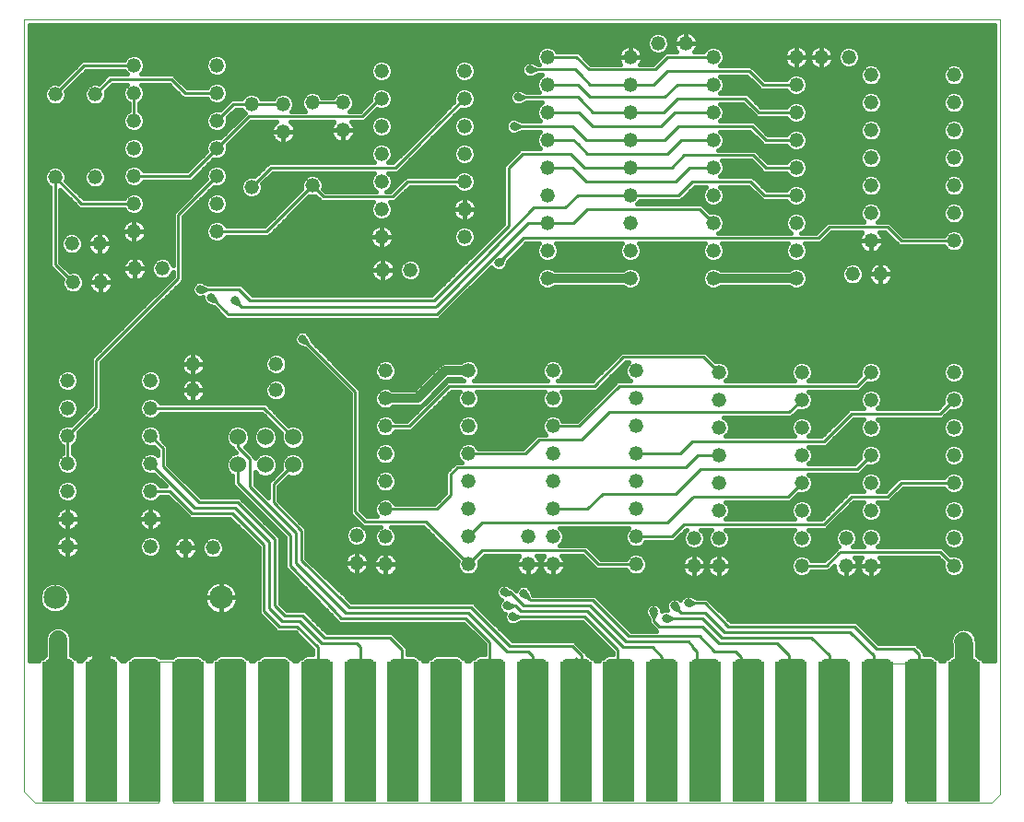
<source format=gtl>
G75*
%MOIN*%
%OFA0B0*%
%FSLAX25Y25*%
%IPPOS*%
%LPD*%
%AMOC8*
5,1,8,0,0,1.08239X$1,22.5*
%
%ADD10C,0.00000*%
%ADD11C,0.05200*%
%ADD12C,0.08500*%
%ADD13C,0.06000*%
%ADD14C,0.03000*%
%ADD15R,0.11693X0.50669*%
%ADD16C,0.03200*%
%ADD17C,0.06600*%
%ADD18C,0.05906*%
%ADD19C,0.01600*%
%ADD20C,0.01000*%
%ADD21C,0.03169*%
D10*
X0026198Y0007776D02*
X0030135Y0003874D01*
X0074623Y0003874D01*
X0074623Y0054661D01*
X0080135Y0054661D01*
X0080135Y0003874D01*
X0339583Y0003874D01*
X0339583Y0054268D01*
X0345489Y0054268D01*
X0345489Y0003874D01*
X0376198Y0003874D01*
X0378954Y0006630D01*
X0378954Y0053087D01*
X0378954Y0052969D02*
X0378954Y0287067D01*
X0026198Y0287067D01*
X0026198Y0053575D01*
X0026198Y0053776D02*
X0026198Y0007776D01*
D11*
X0041800Y0096469D03*
X0041800Y0106469D03*
X0041800Y0116469D03*
X0041800Y0126469D03*
X0041800Y0136469D03*
X0041800Y0146469D03*
X0041800Y0156469D03*
X0071800Y0156469D03*
X0071800Y0146469D03*
X0071800Y0136469D03*
X0071800Y0126469D03*
X0071800Y0116469D03*
X0071800Y0106469D03*
X0071800Y0096469D03*
X0084300Y0095969D03*
X0094300Y0095969D03*
X0146300Y0100469D03*
X0156800Y0099969D03*
X0156800Y0109969D03*
X0156800Y0119969D03*
X0156800Y0129969D03*
X0156800Y0139969D03*
X0156800Y0149969D03*
X0156800Y0159969D03*
X0186800Y0159969D03*
X0186800Y0149969D03*
X0186800Y0139969D03*
X0186800Y0129969D03*
X0186800Y0119969D03*
X0186800Y0109969D03*
X0186800Y0099969D03*
X0186800Y0089969D03*
X0208300Y0089969D03*
X0217300Y0089969D03*
X0217300Y0099969D03*
X0208300Y0099969D03*
X0217300Y0109969D03*
X0217300Y0119969D03*
X0217300Y0129969D03*
X0217300Y0139969D03*
X0217300Y0149969D03*
X0217300Y0159969D03*
X0247300Y0159969D03*
X0247300Y0149969D03*
X0247300Y0139969D03*
X0247300Y0129969D03*
X0247300Y0119969D03*
X0247300Y0109969D03*
X0247300Y0099969D03*
X0247300Y0089969D03*
X0268300Y0089469D03*
X0277300Y0089469D03*
X0277300Y0099469D03*
X0268300Y0099469D03*
X0277300Y0109469D03*
X0277300Y0119469D03*
X0277300Y0129469D03*
X0277300Y0139469D03*
X0277300Y0149469D03*
X0277300Y0159469D03*
X0307300Y0159469D03*
X0307300Y0149469D03*
X0307300Y0139469D03*
X0307300Y0129469D03*
X0307300Y0119469D03*
X0307300Y0109469D03*
X0307300Y0099469D03*
X0307300Y0089469D03*
X0323300Y0089469D03*
X0332300Y0089469D03*
X0332300Y0099469D03*
X0323300Y0099469D03*
X0332300Y0109469D03*
X0332300Y0119469D03*
X0332300Y0129469D03*
X0332300Y0139469D03*
X0332300Y0149469D03*
X0332300Y0159469D03*
X0362300Y0159469D03*
X0362300Y0149469D03*
X0362300Y0139469D03*
X0362300Y0129469D03*
X0362300Y0119469D03*
X0362300Y0109469D03*
X0362300Y0099469D03*
X0362300Y0089469D03*
X0305300Y0193469D03*
X0305300Y0203469D03*
X0305300Y0213469D03*
X0305300Y0223469D03*
X0305300Y0233469D03*
X0305300Y0243469D03*
X0305300Y0253469D03*
X0305300Y0263469D03*
X0305300Y0273469D03*
X0314300Y0273469D03*
X0324300Y0273469D03*
X0332300Y0266969D03*
X0332300Y0256969D03*
X0332300Y0246969D03*
X0332300Y0236969D03*
X0332300Y0226969D03*
X0332300Y0216969D03*
X0332300Y0206969D03*
X0335800Y0194969D03*
X0325800Y0194969D03*
X0362300Y0206969D03*
X0362300Y0216969D03*
X0362300Y0226969D03*
X0362300Y0236969D03*
X0362300Y0246969D03*
X0362300Y0256969D03*
X0362300Y0266969D03*
X0275300Y0263469D03*
X0275300Y0273469D03*
X0265300Y0278469D03*
X0255300Y0278469D03*
X0245300Y0273469D03*
X0245300Y0263469D03*
X0245300Y0253469D03*
X0245300Y0243469D03*
X0245300Y0233469D03*
X0245300Y0223469D03*
X0245300Y0213469D03*
X0245300Y0203469D03*
X0245300Y0193469D03*
X0275300Y0193469D03*
X0275300Y0203469D03*
X0275300Y0213469D03*
X0275300Y0223469D03*
X0275300Y0233469D03*
X0275300Y0243469D03*
X0275300Y0253469D03*
X0215300Y0253469D03*
X0215300Y0263469D03*
X0215300Y0273469D03*
X0185300Y0268469D03*
X0185300Y0258469D03*
X0185300Y0248469D03*
X0185300Y0238469D03*
X0185300Y0228469D03*
X0185300Y0218469D03*
X0185300Y0208469D03*
X0165800Y0196469D03*
X0155800Y0196469D03*
X0155300Y0208469D03*
X0155300Y0218469D03*
X0155300Y0228469D03*
X0155300Y0238469D03*
X0155300Y0248469D03*
X0155300Y0258469D03*
X0155300Y0268469D03*
X0141300Y0256969D03*
X0141300Y0246969D03*
X0130300Y0256969D03*
X0119800Y0256469D03*
X0119800Y0246469D03*
X0108300Y0256469D03*
X0095800Y0260469D03*
X0095800Y0270469D03*
X0095800Y0250469D03*
X0095800Y0240469D03*
X0095800Y0230469D03*
X0095800Y0220469D03*
X0095800Y0210469D03*
X0076087Y0196969D03*
X0066087Y0196969D03*
X0053800Y0191969D03*
X0043800Y0191969D03*
X0043300Y0205969D03*
X0053300Y0205969D03*
X0065800Y0210469D03*
X0065800Y0220469D03*
X0065800Y0230469D03*
X0065800Y0240469D03*
X0065800Y0250469D03*
X0065800Y0260469D03*
X0065800Y0270469D03*
X0051800Y0259969D03*
X0037300Y0259969D03*
X0037300Y0229969D03*
X0051800Y0229969D03*
X0108300Y0226469D03*
X0130300Y0226969D03*
X0117182Y0162417D03*
X0117182Y0152969D03*
X0087182Y0152969D03*
X0087182Y0162417D03*
X0146300Y0090469D03*
X0156800Y0089969D03*
X0215300Y0193469D03*
X0215300Y0203469D03*
X0215300Y0213469D03*
X0215300Y0223469D03*
X0215300Y0233469D03*
X0215300Y0243469D03*
D12*
X0097300Y0077969D03*
X0037300Y0077969D03*
D13*
X0103300Y0125969D03*
X0113300Y0125969D03*
X0113300Y0135969D03*
X0103300Y0135969D03*
X0123300Y0135969D03*
X0123300Y0125969D03*
D14*
X0119939Y0037421D02*
X0112939Y0037421D01*
X0112939Y0054421D01*
X0119939Y0054421D01*
X0119939Y0037421D01*
X0119939Y0040420D02*
X0112939Y0040420D01*
X0112939Y0043419D02*
X0119939Y0043419D01*
X0119939Y0046418D02*
X0112939Y0046418D01*
X0112939Y0049417D02*
X0119939Y0049417D01*
X0119939Y0052416D02*
X0112939Y0052416D01*
X0104348Y0037421D02*
X0097348Y0037421D01*
X0097348Y0054421D01*
X0104348Y0054421D01*
X0104348Y0037421D01*
X0104348Y0040420D02*
X0097348Y0040420D01*
X0097348Y0043419D02*
X0104348Y0043419D01*
X0104348Y0046418D02*
X0097348Y0046418D01*
X0097348Y0049417D02*
X0104348Y0049417D01*
X0104348Y0052416D02*
X0097348Y0052416D01*
X0088757Y0037421D02*
X0081757Y0037421D01*
X0081757Y0054421D01*
X0088757Y0054421D01*
X0088757Y0037421D01*
X0088757Y0040420D02*
X0081757Y0040420D01*
X0081757Y0043419D02*
X0088757Y0043419D01*
X0088757Y0046418D02*
X0081757Y0046418D01*
X0081757Y0049417D02*
X0088757Y0049417D01*
X0088757Y0052416D02*
X0081757Y0052416D01*
X0073167Y0037421D02*
X0066167Y0037421D01*
X0066167Y0054421D01*
X0073167Y0054421D01*
X0073167Y0037421D01*
X0073167Y0040420D02*
X0066167Y0040420D01*
X0066167Y0043419D02*
X0073167Y0043419D01*
X0073167Y0046418D02*
X0066167Y0046418D01*
X0066167Y0049417D02*
X0073167Y0049417D01*
X0073167Y0052416D02*
X0066167Y0052416D01*
X0057576Y0037421D02*
X0050576Y0037421D01*
X0050576Y0054421D01*
X0057576Y0054421D01*
X0057576Y0037421D01*
X0057576Y0040420D02*
X0050576Y0040420D01*
X0050576Y0043419D02*
X0057576Y0043419D01*
X0057576Y0046418D02*
X0050576Y0046418D01*
X0050576Y0049417D02*
X0057576Y0049417D01*
X0057576Y0052416D02*
X0050576Y0052416D01*
X0041986Y0037421D02*
X0034986Y0037421D01*
X0034986Y0054421D01*
X0041986Y0054421D01*
X0041986Y0037421D01*
X0041986Y0040420D02*
X0034986Y0040420D01*
X0034986Y0043419D02*
X0041986Y0043419D01*
X0041986Y0046418D02*
X0034986Y0046418D01*
X0034986Y0049417D02*
X0041986Y0049417D01*
X0041986Y0052416D02*
X0034986Y0052416D01*
X0128529Y0037421D02*
X0135529Y0037421D01*
X0128529Y0037421D02*
X0128529Y0054421D01*
X0135529Y0054421D01*
X0135529Y0037421D01*
X0135529Y0040420D02*
X0128529Y0040420D01*
X0128529Y0043419D02*
X0135529Y0043419D01*
X0135529Y0046418D02*
X0128529Y0046418D01*
X0128529Y0049417D02*
X0135529Y0049417D01*
X0135529Y0052416D02*
X0128529Y0052416D01*
X0144120Y0037421D02*
X0151120Y0037421D01*
X0144120Y0037421D02*
X0144120Y0054421D01*
X0151120Y0054421D01*
X0151120Y0037421D01*
X0151120Y0040420D02*
X0144120Y0040420D01*
X0144120Y0043419D02*
X0151120Y0043419D01*
X0151120Y0046418D02*
X0144120Y0046418D01*
X0144120Y0049417D02*
X0151120Y0049417D01*
X0151120Y0052416D02*
X0144120Y0052416D01*
X0159710Y0037421D02*
X0166710Y0037421D01*
X0159710Y0037421D02*
X0159710Y0054421D01*
X0166710Y0054421D01*
X0166710Y0037421D01*
X0166710Y0040420D02*
X0159710Y0040420D01*
X0159710Y0043419D02*
X0166710Y0043419D01*
X0166710Y0046418D02*
X0159710Y0046418D01*
X0159710Y0049417D02*
X0166710Y0049417D01*
X0166710Y0052416D02*
X0159710Y0052416D01*
X0175301Y0037421D02*
X0182301Y0037421D01*
X0175301Y0037421D02*
X0175301Y0054421D01*
X0182301Y0054421D01*
X0182301Y0037421D01*
X0182301Y0040420D02*
X0175301Y0040420D01*
X0175301Y0043419D02*
X0182301Y0043419D01*
X0182301Y0046418D02*
X0175301Y0046418D01*
X0175301Y0049417D02*
X0182301Y0049417D01*
X0182301Y0052416D02*
X0175301Y0052416D01*
X0190891Y0037421D02*
X0197891Y0037421D01*
X0190891Y0037421D02*
X0190891Y0054421D01*
X0197891Y0054421D01*
X0197891Y0037421D01*
X0197891Y0040420D02*
X0190891Y0040420D01*
X0190891Y0043419D02*
X0197891Y0043419D01*
X0197891Y0046418D02*
X0190891Y0046418D01*
X0190891Y0049417D02*
X0197891Y0049417D01*
X0197891Y0052416D02*
X0190891Y0052416D01*
X0206482Y0037421D02*
X0213482Y0037421D01*
X0206482Y0037421D02*
X0206482Y0054421D01*
X0213482Y0054421D01*
X0213482Y0037421D01*
X0213482Y0040420D02*
X0206482Y0040420D01*
X0206482Y0043419D02*
X0213482Y0043419D01*
X0213482Y0046418D02*
X0206482Y0046418D01*
X0206482Y0049417D02*
X0213482Y0049417D01*
X0213482Y0052416D02*
X0206482Y0052416D01*
X0222072Y0037421D02*
X0229072Y0037421D01*
X0222072Y0037421D02*
X0222072Y0054421D01*
X0229072Y0054421D01*
X0229072Y0037421D01*
X0229072Y0040420D02*
X0222072Y0040420D01*
X0222072Y0043419D02*
X0229072Y0043419D01*
X0229072Y0046418D02*
X0222072Y0046418D01*
X0222072Y0049417D02*
X0229072Y0049417D01*
X0229072Y0052416D02*
X0222072Y0052416D01*
X0237663Y0037421D02*
X0244663Y0037421D01*
X0237663Y0037421D02*
X0237663Y0054421D01*
X0244663Y0054421D01*
X0244663Y0037421D01*
X0244663Y0040420D02*
X0237663Y0040420D01*
X0237663Y0043419D02*
X0244663Y0043419D01*
X0244663Y0046418D02*
X0237663Y0046418D01*
X0237663Y0049417D02*
X0244663Y0049417D01*
X0244663Y0052416D02*
X0237663Y0052416D01*
X0253254Y0037421D02*
X0260254Y0037421D01*
X0253254Y0037421D02*
X0253254Y0054421D01*
X0260254Y0054421D01*
X0260254Y0037421D01*
X0260254Y0040420D02*
X0253254Y0040420D01*
X0253254Y0043419D02*
X0260254Y0043419D01*
X0260254Y0046418D02*
X0253254Y0046418D01*
X0253254Y0049417D02*
X0260254Y0049417D01*
X0260254Y0052416D02*
X0253254Y0052416D01*
X0268844Y0037421D02*
X0275844Y0037421D01*
X0268844Y0037421D02*
X0268844Y0054421D01*
X0275844Y0054421D01*
X0275844Y0037421D01*
X0275844Y0040420D02*
X0268844Y0040420D01*
X0268844Y0043419D02*
X0275844Y0043419D01*
X0275844Y0046418D02*
X0268844Y0046418D01*
X0268844Y0049417D02*
X0275844Y0049417D01*
X0275844Y0052416D02*
X0268844Y0052416D01*
X0284435Y0037421D02*
X0291435Y0037421D01*
X0284435Y0037421D02*
X0284435Y0054421D01*
X0291435Y0054421D01*
X0291435Y0037421D01*
X0291435Y0040420D02*
X0284435Y0040420D01*
X0284435Y0043419D02*
X0291435Y0043419D01*
X0291435Y0046418D02*
X0284435Y0046418D01*
X0284435Y0049417D02*
X0291435Y0049417D01*
X0291435Y0052416D02*
X0284435Y0052416D01*
X0300025Y0037421D02*
X0307025Y0037421D01*
X0300025Y0037421D02*
X0300025Y0054421D01*
X0307025Y0054421D01*
X0307025Y0037421D01*
X0307025Y0040420D02*
X0300025Y0040420D01*
X0300025Y0043419D02*
X0307025Y0043419D01*
X0307025Y0046418D02*
X0300025Y0046418D01*
X0300025Y0049417D02*
X0307025Y0049417D01*
X0307025Y0052416D02*
X0300025Y0052416D01*
X0315616Y0037421D02*
X0322616Y0037421D01*
X0315616Y0037421D02*
X0315616Y0054421D01*
X0322616Y0054421D01*
X0322616Y0037421D01*
X0322616Y0040420D02*
X0315616Y0040420D01*
X0315616Y0043419D02*
X0322616Y0043419D01*
X0322616Y0046418D02*
X0315616Y0046418D01*
X0315616Y0049417D02*
X0322616Y0049417D01*
X0322616Y0052416D02*
X0315616Y0052416D01*
X0331206Y0037421D02*
X0338206Y0037421D01*
X0331206Y0037421D02*
X0331206Y0054421D01*
X0338206Y0054421D01*
X0338206Y0037421D01*
X0338206Y0040420D02*
X0331206Y0040420D01*
X0331206Y0043419D02*
X0338206Y0043419D01*
X0338206Y0046418D02*
X0331206Y0046418D01*
X0331206Y0049417D02*
X0338206Y0049417D01*
X0338206Y0052416D02*
X0331206Y0052416D01*
X0346797Y0037421D02*
X0353797Y0037421D01*
X0346797Y0037421D02*
X0346797Y0054421D01*
X0353797Y0054421D01*
X0353797Y0037421D01*
X0353797Y0040420D02*
X0346797Y0040420D01*
X0346797Y0043419D02*
X0353797Y0043419D01*
X0353797Y0046418D02*
X0346797Y0046418D01*
X0346797Y0049417D02*
X0353797Y0049417D01*
X0353797Y0052416D02*
X0346797Y0052416D01*
X0362387Y0037421D02*
X0369387Y0037421D01*
X0362387Y0037421D02*
X0362387Y0054421D01*
X0369387Y0054421D01*
X0369387Y0037421D01*
X0369387Y0040420D02*
X0362387Y0040420D01*
X0362387Y0043419D02*
X0369387Y0043419D01*
X0369387Y0046418D02*
X0362387Y0046418D01*
X0362387Y0049417D02*
X0369387Y0049417D01*
X0369387Y0052416D02*
X0362387Y0052416D01*
D15*
X0365883Y0029484D03*
X0350292Y0029484D03*
X0334702Y0029484D03*
X0319111Y0029484D03*
X0303520Y0029484D03*
X0287930Y0029484D03*
X0272339Y0029484D03*
X0256749Y0029484D03*
X0241158Y0029484D03*
X0225568Y0029484D03*
X0209977Y0029484D03*
X0194387Y0029484D03*
X0178796Y0029484D03*
X0163206Y0029484D03*
X0147615Y0029484D03*
X0132024Y0029484D03*
X0116434Y0029484D03*
X0100843Y0029484D03*
X0085253Y0029484D03*
X0069662Y0029484D03*
X0054072Y0029484D03*
X0038481Y0029484D03*
D16*
X0156800Y0149969D02*
X0157300Y0149969D01*
X0168300Y0149969D01*
X0178300Y0159969D01*
X0186800Y0159969D01*
X0215300Y0193469D02*
X0245300Y0193469D01*
X0275300Y0193469D02*
X0305300Y0193469D01*
D17*
X0365800Y0062256D02*
X0366006Y0061263D01*
X0365887Y0045921D01*
X0055300Y0062469D02*
X0054194Y0061363D01*
X0054076Y0045921D01*
X0038486Y0045921D02*
X0038486Y0062728D01*
X0038402Y0062811D01*
D18*
X0038402Y0062811D03*
X0365800Y0062256D03*
D19*
X0366490Y0066909D02*
X0377154Y0066909D01*
X0377154Y0068507D02*
X0327948Y0068507D01*
X0327087Y0069368D02*
X0281587Y0069368D01*
X0273087Y0077868D01*
X0269281Y0077868D01*
X0268039Y0078449D01*
X0267990Y0078498D01*
X0267504Y0078700D01*
X0266852Y0079005D01*
X0266852Y0079005D01*
X0266852Y0079005D01*
X0266707Y0078953D01*
X0265706Y0078953D01*
X0264610Y0078498D01*
X0263770Y0077659D01*
X0263495Y0076994D01*
X0262990Y0077498D01*
X0261894Y0077953D01*
X0260706Y0077953D01*
X0259610Y0077498D01*
X0258770Y0076659D01*
X0258316Y0075562D01*
X0258316Y0074375D01*
X0258698Y0073453D01*
X0257706Y0073453D01*
X0256784Y0073071D01*
X0256784Y0073562D01*
X0256330Y0074659D01*
X0255490Y0075498D01*
X0254394Y0075953D01*
X0253206Y0075953D01*
X0252110Y0075498D01*
X0251270Y0074659D01*
X0250816Y0073562D01*
X0250816Y0072561D01*
X0250763Y0072417D01*
X0251037Y0071831D01*
X0251069Y0071764D01*
X0251270Y0071278D01*
X0251319Y0071229D01*
X0251900Y0069987D01*
X0251900Y0068681D01*
X0253900Y0066681D01*
X0254713Y0065868D01*
X0245587Y0065868D01*
X0232587Y0078868D01*
X0210192Y0078868D01*
X0209784Y0079993D01*
X0209784Y0080062D01*
X0209583Y0080549D01*
X0209533Y0080687D01*
X0209337Y0081226D01*
X0209198Y0081291D01*
X0208490Y0081998D01*
X0207394Y0082453D01*
X0206206Y0082453D01*
X0205110Y0081998D01*
X0204270Y0081159D01*
X0204021Y0080557D01*
X0203992Y0080577D01*
X0203969Y0080673D01*
X0203491Y0080964D01*
X0202587Y0081868D01*
X0202249Y0081868D01*
X0201754Y0082235D01*
X0201490Y0082498D01*
X0201281Y0082585D01*
X0200943Y0082835D01*
X0200748Y0082806D01*
X0200394Y0082953D01*
X0199206Y0082953D01*
X0198110Y0082498D01*
X0197270Y0081659D01*
X0196816Y0080562D01*
X0196816Y0079375D01*
X0197270Y0078278D01*
X0198110Y0077439D01*
X0198774Y0077163D01*
X0198270Y0076659D01*
X0197816Y0075562D01*
X0197816Y0074375D01*
X0198270Y0073278D01*
X0199110Y0072439D01*
X0200022Y0072061D01*
X0199816Y0071562D01*
X0199816Y0070375D01*
X0200270Y0069278D01*
X0201110Y0068439D01*
X0202206Y0067984D01*
X0203207Y0067984D01*
X0203352Y0067932D01*
X0204004Y0068237D01*
X0204490Y0068439D01*
X0204539Y0068488D01*
X0205781Y0069069D01*
X0228013Y0069069D01*
X0238900Y0058181D01*
X0238900Y0057321D01*
X0237086Y0057321D01*
X0236020Y0056880D01*
X0235359Y0056219D01*
X0234732Y0056219D01*
X0233912Y0055399D01*
X0233912Y0054969D01*
X0232814Y0054969D01*
X0232814Y0055399D01*
X0231994Y0056219D01*
X0231376Y0056219D01*
X0230715Y0056880D01*
X0229700Y0057300D01*
X0229700Y0057755D01*
X0226200Y0061255D01*
X0225087Y0062368D01*
X0202587Y0062368D01*
X0189700Y0075255D01*
X0188587Y0076368D01*
X0144587Y0076368D01*
X0143687Y0077268D01*
X0143687Y0077287D01*
X0143132Y0077823D01*
X0142587Y0078368D01*
X0142569Y0078368D01*
X0128200Y0092274D01*
X0128200Y0101945D01*
X0128219Y0102709D01*
X0128200Y0102728D01*
X0128200Y0102755D01*
X0127660Y0103295D01*
X0118200Y0113228D01*
X0118200Y0118181D01*
X0121832Y0121814D01*
X0122425Y0121569D01*
X0124175Y0121569D01*
X0125792Y0122238D01*
X0127030Y0123476D01*
X0127700Y0125093D01*
X0127700Y0126844D01*
X0127030Y0128461D01*
X0125792Y0129699D01*
X0124175Y0130368D01*
X0122425Y0130368D01*
X0120808Y0129699D01*
X0119570Y0128461D01*
X0118900Y0126844D01*
X0118900Y0125093D01*
X0119145Y0124501D01*
X0114400Y0119755D01*
X0114400Y0114055D01*
X0109700Y0118755D01*
X0109700Y0123346D01*
X0110808Y0122238D01*
X0112425Y0121569D01*
X0114175Y0121569D01*
X0115792Y0122238D01*
X0117030Y0123476D01*
X0117700Y0125093D01*
X0117700Y0126844D01*
X0117030Y0128461D01*
X0115792Y0129699D01*
X0114175Y0130368D01*
X0112425Y0130368D01*
X0110808Y0129699D01*
X0109700Y0128591D01*
X0109700Y0128755D01*
X0108587Y0129868D01*
X0106005Y0132451D01*
X0107030Y0133476D01*
X0107700Y0135093D01*
X0107700Y0136844D01*
X0107030Y0138461D01*
X0105792Y0139699D01*
X0104175Y0140368D01*
X0102425Y0140368D01*
X0100808Y0139699D01*
X0099570Y0138461D01*
X0098900Y0136844D01*
X0098900Y0135093D01*
X0099570Y0133476D01*
X0100808Y0132238D01*
X0101400Y0131993D01*
X0101400Y0131681D01*
X0102713Y0130368D01*
X0102425Y0130368D01*
X0100808Y0129699D01*
X0099570Y0128461D01*
X0098900Y0126844D01*
X0098900Y0125093D01*
X0099570Y0123476D01*
X0100808Y0122238D01*
X0101400Y0121993D01*
X0101400Y0118681D01*
X0120400Y0099681D01*
X0120400Y0089483D01*
X0120388Y0088711D01*
X0120400Y0088699D01*
X0120400Y0088681D01*
X0120946Y0088135D01*
X0136400Y0072199D01*
X0136400Y0072181D01*
X0136946Y0071635D01*
X0137484Y0071081D01*
X0137501Y0071081D01*
X0140013Y0068569D01*
X0185013Y0068569D01*
X0192604Y0060978D01*
X0192576Y0057321D01*
X0190314Y0057321D01*
X0189249Y0056880D01*
X0188588Y0056219D01*
X0187960Y0056219D01*
X0187140Y0055399D01*
X0187140Y0054968D01*
X0186043Y0054968D01*
X0186043Y0055399D01*
X0185222Y0056219D01*
X0184604Y0056219D01*
X0183944Y0056880D01*
X0182878Y0057321D01*
X0174724Y0057321D01*
X0173658Y0056880D01*
X0172997Y0056219D01*
X0172370Y0056219D01*
X0171550Y0055399D01*
X0171550Y0054968D01*
X0170452Y0054968D01*
X0170452Y0055399D01*
X0169632Y0056219D01*
X0169014Y0056219D01*
X0168353Y0056880D01*
X0167287Y0057321D01*
X0164700Y0057321D01*
X0164700Y0059755D01*
X0163587Y0060868D01*
X0159087Y0065368D01*
X0135587Y0065368D01*
X0127587Y0073368D01*
X0121087Y0073368D01*
X0118700Y0075755D01*
X0118700Y0099755D01*
X0117587Y0100868D01*
X0104087Y0114368D01*
X0090087Y0114368D01*
X0078200Y0126255D01*
X0078200Y0132755D01*
X0077087Y0133868D01*
X0075648Y0135307D01*
X0075800Y0135673D01*
X0075800Y0137264D01*
X0075191Y0138734D01*
X0074066Y0139860D01*
X0072596Y0140468D01*
X0071004Y0140468D01*
X0069534Y0139860D01*
X0068409Y0138734D01*
X0067800Y0137264D01*
X0067800Y0135673D01*
X0068409Y0134203D01*
X0069534Y0133077D01*
X0071004Y0132469D01*
X0072596Y0132469D01*
X0072961Y0132620D01*
X0074400Y0131181D01*
X0074400Y0129525D01*
X0074066Y0129860D01*
X0072596Y0130468D01*
X0071004Y0130468D01*
X0069534Y0129860D01*
X0068409Y0128734D01*
X0067800Y0127264D01*
X0067800Y0125673D01*
X0068409Y0124203D01*
X0069534Y0123077D01*
X0071004Y0122469D01*
X0072596Y0122469D01*
X0072961Y0122620D01*
X0077213Y0118368D01*
X0075343Y0118368D01*
X0075191Y0118734D01*
X0074066Y0119860D01*
X0072596Y0120468D01*
X0071004Y0120468D01*
X0069534Y0119860D01*
X0068409Y0118734D01*
X0067800Y0117264D01*
X0067800Y0115673D01*
X0068409Y0114203D01*
X0069534Y0113077D01*
X0071004Y0112469D01*
X0072596Y0112469D01*
X0074066Y0113077D01*
X0075191Y0114203D01*
X0075343Y0114569D01*
X0078013Y0114569D01*
X0084900Y0107681D01*
X0086013Y0106569D01*
X0100513Y0106569D01*
X0110900Y0096181D01*
X0110900Y0072181D01*
X0116400Y0066681D01*
X0117513Y0065569D01*
X0124013Y0065569D01*
X0130400Y0059181D01*
X0130400Y0057321D01*
X0127952Y0057321D01*
X0126886Y0056880D01*
X0126226Y0056219D01*
X0125598Y0056219D01*
X0124778Y0055399D01*
X0124778Y0054968D01*
X0123680Y0054968D01*
X0123680Y0055399D01*
X0122860Y0056219D01*
X0122242Y0056219D01*
X0121581Y0056880D01*
X0120515Y0057321D01*
X0112362Y0057321D01*
X0111296Y0056880D01*
X0110635Y0056219D01*
X0110007Y0056219D01*
X0109187Y0055399D01*
X0109187Y0054968D01*
X0108090Y0054968D01*
X0108090Y0055399D01*
X0107270Y0056219D01*
X0106652Y0056219D01*
X0105991Y0056880D01*
X0104925Y0057321D01*
X0096771Y0057321D01*
X0095705Y0056880D01*
X0095044Y0056219D01*
X0094417Y0056219D01*
X0093597Y0055399D01*
X0093597Y0054968D01*
X0092499Y0054968D01*
X0092499Y0055399D01*
X0091679Y0056219D01*
X0091061Y0056219D01*
X0090400Y0056880D01*
X0089334Y0057321D01*
X0081181Y0057321D01*
X0080115Y0056880D01*
X0079696Y0056461D01*
X0075228Y0056461D01*
X0074810Y0056880D01*
X0073744Y0057321D01*
X0065590Y0057321D01*
X0064524Y0056880D01*
X0063863Y0056219D01*
X0063236Y0056219D01*
X0062416Y0055399D01*
X0062416Y0054969D01*
X0061318Y0054969D01*
X0061318Y0055399D01*
X0060498Y0056219D01*
X0060344Y0056219D01*
X0060140Y0056525D01*
X0059680Y0056985D01*
X0059140Y0057346D01*
X0058539Y0057594D01*
X0057901Y0057721D01*
X0054876Y0057721D01*
X0054876Y0056219D01*
X0053276Y0056219D01*
X0053276Y0057721D01*
X0050251Y0057721D01*
X0049614Y0057594D01*
X0049013Y0057346D01*
X0048473Y0056985D01*
X0048013Y0056525D01*
X0047809Y0056219D01*
X0047645Y0056219D01*
X0046825Y0055399D01*
X0046825Y0054969D01*
X0045728Y0054969D01*
X0045728Y0055399D01*
X0044907Y0056219D01*
X0044289Y0056219D01*
X0043629Y0056880D01*
X0043186Y0057063D01*
X0043186Y0063662D01*
X0042470Y0065390D01*
X0041065Y0066795D01*
X0039337Y0067511D01*
X0037467Y0067511D01*
X0035740Y0066795D01*
X0034418Y0065473D01*
X0033702Y0063746D01*
X0033702Y0061876D01*
X0033786Y0061675D01*
X0033786Y0057063D01*
X0033343Y0056880D01*
X0032682Y0056219D01*
X0032055Y0056219D01*
X0031235Y0055399D01*
X0031235Y0054969D01*
X0027998Y0054969D01*
X0027998Y0285267D01*
X0377154Y0285267D01*
X0377154Y0054969D01*
X0373129Y0054969D01*
X0373129Y0055399D01*
X0372309Y0056219D01*
X0371691Y0056219D01*
X0371030Y0056880D01*
X0370673Y0057028D01*
X0370702Y0060801D01*
X0370797Y0061300D01*
X0370709Y0061726D01*
X0370713Y0062162D01*
X0370522Y0062633D01*
X0370213Y0064124D01*
X0369162Y0065671D01*
X0367599Y0066697D01*
X0365763Y0067048D01*
X0363932Y0066669D01*
X0362385Y0065618D01*
X0361359Y0064055D01*
X0361008Y0062219D01*
X0361302Y0060800D01*
X0361273Y0057099D01*
X0360745Y0056880D01*
X0360084Y0056219D01*
X0359456Y0056219D01*
X0358636Y0055399D01*
X0358636Y0054969D01*
X0357539Y0054969D01*
X0357539Y0055399D01*
X0356718Y0056219D01*
X0356100Y0056219D01*
X0355440Y0056880D01*
X0354374Y0057321D01*
X0351700Y0057321D01*
X0351700Y0058255D01*
X0350587Y0059368D01*
X0348587Y0061368D01*
X0335087Y0061368D01*
X0327087Y0069368D01*
X0329547Y0066909D02*
X0365092Y0066909D01*
X0362183Y0065310D02*
X0331145Y0065310D01*
X0332744Y0063712D02*
X0361293Y0063712D01*
X0361030Y0062113D02*
X0334342Y0062113D01*
X0349441Y0060515D02*
X0361300Y0060515D01*
X0361287Y0058916D02*
X0351039Y0058916D01*
X0354382Y0057318D02*
X0361275Y0057318D01*
X0358957Y0055719D02*
X0357218Y0055719D01*
X0370675Y0057318D02*
X0377154Y0057318D01*
X0377154Y0058916D02*
X0370688Y0058916D01*
X0370700Y0060515D02*
X0377154Y0060515D01*
X0377154Y0062113D02*
X0370712Y0062113D01*
X0370298Y0063712D02*
X0377154Y0063712D01*
X0377154Y0065310D02*
X0369407Y0065310D01*
X0377154Y0070106D02*
X0280850Y0070106D01*
X0279251Y0071704D02*
X0377154Y0071704D01*
X0377154Y0073303D02*
X0277652Y0073303D01*
X0276054Y0074902D02*
X0377154Y0074902D01*
X0377154Y0076500D02*
X0274455Y0076500D01*
X0268790Y0078099D02*
X0377154Y0078099D01*
X0377154Y0079697D02*
X0209892Y0079697D01*
X0209337Y0081226D02*
X0209337Y0081226D01*
X0209337Y0081226D01*
X0209193Y0081296D02*
X0377154Y0081296D01*
X0377154Y0082894D02*
X0200535Y0082894D01*
X0199065Y0082894D02*
X0137892Y0082894D01*
X0136241Y0084493D02*
X0377154Y0084493D01*
X0377154Y0086091D02*
X0364579Y0086091D01*
X0364566Y0086077D02*
X0365691Y0087203D01*
X0366300Y0088673D01*
X0366300Y0090264D01*
X0365691Y0091734D01*
X0364566Y0092860D01*
X0363096Y0093468D01*
X0361504Y0093468D01*
X0361139Y0093317D01*
X0358087Y0096368D01*
X0334857Y0096368D01*
X0335691Y0097203D01*
X0336300Y0098673D01*
X0336300Y0100264D01*
X0335691Y0101734D01*
X0334566Y0102860D01*
X0333096Y0103468D01*
X0331504Y0103468D01*
X0330034Y0102860D01*
X0328909Y0101734D01*
X0328300Y0100264D01*
X0328300Y0098673D01*
X0328909Y0097203D01*
X0329743Y0096368D01*
X0325857Y0096368D01*
X0326691Y0097203D01*
X0327300Y0098673D01*
X0327300Y0100264D01*
X0326691Y0101734D01*
X0325566Y0102860D01*
X0324096Y0103468D01*
X0322504Y0103468D01*
X0321034Y0102860D01*
X0319909Y0101734D01*
X0319300Y0100264D01*
X0319300Y0098673D01*
X0319909Y0097203D01*
X0320743Y0096368D01*
X0320513Y0096368D01*
X0319400Y0095255D01*
X0318900Y0094755D01*
X0315513Y0091368D01*
X0310843Y0091368D01*
X0310691Y0091734D01*
X0309566Y0092860D01*
X0308096Y0093468D01*
X0306504Y0093468D01*
X0305034Y0092860D01*
X0303909Y0091734D01*
X0303300Y0090264D01*
X0303300Y0088673D01*
X0303909Y0087203D01*
X0305034Y0086077D01*
X0306504Y0085469D01*
X0308096Y0085469D01*
X0309566Y0086077D01*
X0310691Y0087203D01*
X0310843Y0087569D01*
X0317087Y0087569D01*
X0318900Y0089382D01*
X0318900Y0089122D01*
X0319008Y0088438D01*
X0319222Y0087779D01*
X0319537Y0087162D01*
X0319944Y0086602D01*
X0320434Y0086112D01*
X0320994Y0085705D01*
X0321611Y0085391D01*
X0322270Y0085177D01*
X0322954Y0085069D01*
X0323300Y0085068D01*
X0323300Y0089468D01*
X0323300Y0085069D01*
X0323646Y0085069D01*
X0324330Y0085177D01*
X0324989Y0085391D01*
X0325606Y0085705D01*
X0326166Y0086112D01*
X0326656Y0086602D01*
X0327063Y0087162D01*
X0327378Y0087779D01*
X0327592Y0088438D01*
X0327700Y0089122D01*
X0327700Y0089468D01*
X0323300Y0089468D01*
X0323300Y0089468D01*
X0323300Y0089469D01*
X0327700Y0089469D01*
X0327700Y0089815D01*
X0327592Y0090499D01*
X0327378Y0091158D01*
X0327063Y0091775D01*
X0326656Y0092335D01*
X0326423Y0092569D01*
X0329177Y0092569D01*
X0328944Y0092335D01*
X0328537Y0091775D01*
X0328222Y0091158D01*
X0328008Y0090499D01*
X0327900Y0089815D01*
X0327900Y0089469D01*
X0332300Y0089469D01*
X0336700Y0089469D01*
X0336700Y0089815D01*
X0336592Y0090499D01*
X0336378Y0091158D01*
X0336063Y0091775D01*
X0335656Y0092335D01*
X0335423Y0092569D01*
X0356513Y0092569D01*
X0358452Y0090630D01*
X0358300Y0090264D01*
X0358300Y0088673D01*
X0358909Y0087203D01*
X0360034Y0086077D01*
X0361504Y0085469D01*
X0363096Y0085469D01*
X0364566Y0086077D01*
X0365893Y0087690D02*
X0377154Y0087690D01*
X0377154Y0089288D02*
X0366300Y0089288D01*
X0366042Y0090887D02*
X0377154Y0090887D01*
X0377154Y0092485D02*
X0364940Y0092485D01*
X0363611Y0095682D02*
X0377154Y0095682D01*
X0377154Y0094084D02*
X0360372Y0094084D01*
X0360989Y0095682D02*
X0358773Y0095682D01*
X0360034Y0096077D02*
X0361504Y0095469D01*
X0363096Y0095469D01*
X0364566Y0096077D01*
X0365691Y0097203D01*
X0366300Y0098673D01*
X0366300Y0100264D01*
X0365691Y0101734D01*
X0364566Y0102860D01*
X0363096Y0103468D01*
X0361504Y0103468D01*
X0360034Y0102860D01*
X0358909Y0101734D01*
X0358300Y0100264D01*
X0358300Y0098673D01*
X0358909Y0097203D01*
X0360034Y0096077D01*
X0358877Y0097281D02*
X0335723Y0097281D01*
X0336300Y0098879D02*
X0358300Y0098879D01*
X0358388Y0100478D02*
X0336212Y0100478D01*
X0335349Y0102076D02*
X0359251Y0102076D01*
X0361504Y0105469D02*
X0363096Y0105469D01*
X0364566Y0106077D01*
X0365691Y0107203D01*
X0366300Y0108673D01*
X0366300Y0110264D01*
X0365691Y0111734D01*
X0364566Y0112860D01*
X0363096Y0113468D01*
X0361504Y0113468D01*
X0360034Y0112860D01*
X0358909Y0111734D01*
X0358300Y0110264D01*
X0358300Y0108673D01*
X0358909Y0107203D01*
X0360034Y0106077D01*
X0361504Y0105469D01*
X0359240Y0106872D02*
X0335360Y0106872D01*
X0335691Y0107203D02*
X0336300Y0108673D01*
X0336300Y0110264D01*
X0335691Y0111734D01*
X0334857Y0112569D01*
X0339087Y0112569D01*
X0340200Y0113681D01*
X0344087Y0117569D01*
X0358757Y0117569D01*
X0358909Y0117203D01*
X0360034Y0116077D01*
X0361504Y0115469D01*
X0363096Y0115469D01*
X0364566Y0116077D01*
X0365691Y0117203D01*
X0366300Y0118673D01*
X0366300Y0120264D01*
X0365691Y0121734D01*
X0364566Y0122860D01*
X0363096Y0123468D01*
X0361504Y0123468D01*
X0360034Y0122860D01*
X0358909Y0121734D01*
X0358757Y0121368D01*
X0342513Y0121368D01*
X0337513Y0116368D01*
X0334857Y0116368D01*
X0335691Y0117203D01*
X0336300Y0118673D01*
X0336300Y0120264D01*
X0335691Y0121734D01*
X0334566Y0122860D01*
X0333096Y0123468D01*
X0331504Y0123468D01*
X0330034Y0122860D01*
X0328909Y0121734D01*
X0328300Y0120264D01*
X0328300Y0118673D01*
X0328909Y0117203D01*
X0329743Y0116368D01*
X0324513Y0116368D01*
X0314513Y0106368D01*
X0309857Y0106368D01*
X0310691Y0107203D01*
X0311300Y0108673D01*
X0311300Y0110264D01*
X0310691Y0111734D01*
X0309566Y0112860D01*
X0308096Y0113468D01*
X0306504Y0113468D01*
X0305034Y0112860D01*
X0303909Y0111734D01*
X0303300Y0110264D01*
X0303300Y0108673D01*
X0303909Y0107203D01*
X0304743Y0106368D01*
X0279857Y0106368D01*
X0280691Y0107203D01*
X0281300Y0108673D01*
X0281300Y0110264D01*
X0280691Y0111734D01*
X0279857Y0112569D01*
X0303087Y0112569D01*
X0306139Y0115620D01*
X0306504Y0115469D01*
X0308096Y0115469D01*
X0309566Y0116077D01*
X0310691Y0117203D01*
X0311300Y0118673D01*
X0311300Y0120264D01*
X0310691Y0121734D01*
X0309857Y0122569D01*
X0328087Y0122569D01*
X0331139Y0125620D01*
X0331504Y0125469D01*
X0333096Y0125469D01*
X0334566Y0126077D01*
X0335691Y0127203D01*
X0336300Y0128673D01*
X0336300Y0130264D01*
X0335691Y0131734D01*
X0334566Y0132860D01*
X0333096Y0133468D01*
X0331504Y0133468D01*
X0330034Y0132860D01*
X0328909Y0131734D01*
X0328300Y0130264D01*
X0328300Y0128673D01*
X0328452Y0128307D01*
X0326513Y0126368D01*
X0309857Y0126368D01*
X0310691Y0127203D01*
X0311300Y0128673D01*
X0311300Y0130264D01*
X0310691Y0131734D01*
X0309857Y0132569D01*
X0316087Y0132569D01*
X0326087Y0142569D01*
X0329743Y0142569D01*
X0328909Y0141734D01*
X0328300Y0140264D01*
X0328300Y0138673D01*
X0328909Y0137203D01*
X0330034Y0136077D01*
X0331504Y0135469D01*
X0333096Y0135469D01*
X0334566Y0136077D01*
X0335691Y0137203D01*
X0336300Y0138673D01*
X0336300Y0140264D01*
X0335691Y0141734D01*
X0334857Y0142569D01*
X0358087Y0142569D01*
X0361139Y0145620D01*
X0361504Y0145469D01*
X0363096Y0145469D01*
X0364566Y0146077D01*
X0365691Y0147203D01*
X0366300Y0148673D01*
X0366300Y0150264D01*
X0365691Y0151734D01*
X0364566Y0152860D01*
X0363096Y0153468D01*
X0361504Y0153468D01*
X0360034Y0152860D01*
X0358909Y0151734D01*
X0358300Y0150264D01*
X0358300Y0148673D01*
X0358452Y0148307D01*
X0356513Y0146368D01*
X0334857Y0146368D01*
X0335691Y0147203D01*
X0336300Y0148673D01*
X0336300Y0150264D01*
X0335691Y0151734D01*
X0334566Y0152860D01*
X0333096Y0153468D01*
X0331504Y0153468D01*
X0330034Y0152860D01*
X0328909Y0151734D01*
X0328300Y0150264D01*
X0328300Y0148673D01*
X0328909Y0147203D01*
X0329743Y0146368D01*
X0324513Y0146368D01*
X0323400Y0145255D01*
X0314513Y0136368D01*
X0309857Y0136368D01*
X0310691Y0137203D01*
X0311300Y0138673D01*
X0311300Y0140264D01*
X0310691Y0141734D01*
X0309566Y0142860D01*
X0308096Y0143468D01*
X0306504Y0143468D01*
X0305034Y0142860D01*
X0303909Y0141734D01*
X0303300Y0140264D01*
X0303300Y0138673D01*
X0303909Y0137203D01*
X0304743Y0136368D01*
X0279857Y0136368D01*
X0280691Y0137203D01*
X0281300Y0138673D01*
X0281300Y0140264D01*
X0280691Y0141734D01*
X0279566Y0142860D01*
X0279061Y0143069D01*
X0303587Y0143069D01*
X0306139Y0145620D01*
X0306504Y0145469D01*
X0308096Y0145469D01*
X0309566Y0146077D01*
X0310691Y0147203D01*
X0311300Y0148673D01*
X0311300Y0150264D01*
X0310691Y0151734D01*
X0309857Y0152569D01*
X0328087Y0152569D01*
X0331139Y0155620D01*
X0331504Y0155469D01*
X0333096Y0155469D01*
X0334566Y0156077D01*
X0335691Y0157203D01*
X0336300Y0158673D01*
X0336300Y0160264D01*
X0335691Y0161734D01*
X0334566Y0162860D01*
X0333096Y0163468D01*
X0331504Y0163468D01*
X0330034Y0162860D01*
X0328909Y0161734D01*
X0328300Y0160264D01*
X0328300Y0158673D01*
X0328452Y0158307D01*
X0326513Y0156368D01*
X0309857Y0156368D01*
X0310691Y0157203D01*
X0311300Y0158673D01*
X0311300Y0160264D01*
X0310691Y0161734D01*
X0309566Y0162860D01*
X0308096Y0163468D01*
X0306504Y0163468D01*
X0305034Y0162860D01*
X0303909Y0161734D01*
X0303300Y0160264D01*
X0303300Y0158673D01*
X0303909Y0157203D01*
X0304743Y0156368D01*
X0279857Y0156368D01*
X0280691Y0157203D01*
X0281300Y0158673D01*
X0281300Y0160264D01*
X0280691Y0161734D01*
X0279566Y0162860D01*
X0278096Y0163468D01*
X0276504Y0163468D01*
X0276139Y0163317D01*
X0272587Y0166868D01*
X0242013Y0166868D01*
X0240900Y0165755D01*
X0231513Y0156368D01*
X0219061Y0156368D01*
X0219566Y0156577D01*
X0220691Y0157703D01*
X0221300Y0159173D01*
X0221300Y0160764D01*
X0220691Y0162234D01*
X0219566Y0163360D01*
X0218096Y0163968D01*
X0216504Y0163968D01*
X0215034Y0163360D01*
X0213909Y0162234D01*
X0213300Y0160764D01*
X0213300Y0159173D01*
X0213909Y0157703D01*
X0215034Y0156577D01*
X0215539Y0156368D01*
X0188561Y0156368D01*
X0189066Y0156577D01*
X0190191Y0157703D01*
X0190800Y0159173D01*
X0190800Y0160764D01*
X0190191Y0162234D01*
X0189066Y0163360D01*
X0187596Y0163968D01*
X0186004Y0163968D01*
X0184534Y0163360D01*
X0184143Y0162968D01*
X0177703Y0162968D01*
X0176601Y0162512D01*
X0175757Y0161668D01*
X0167057Y0152968D01*
X0159457Y0152968D01*
X0159066Y0153360D01*
X0157596Y0153968D01*
X0156004Y0153968D01*
X0154534Y0153360D01*
X0153409Y0152234D01*
X0152800Y0150764D01*
X0152800Y0149173D01*
X0153409Y0147703D01*
X0154534Y0146577D01*
X0156004Y0145969D01*
X0157596Y0145969D01*
X0159066Y0146577D01*
X0159457Y0146969D01*
X0168897Y0146969D01*
X0169999Y0147425D01*
X0179543Y0156969D01*
X0184143Y0156969D01*
X0184534Y0156577D01*
X0185039Y0156368D01*
X0179013Y0156368D01*
X0177900Y0155255D01*
X0164513Y0141868D01*
X0160343Y0141868D01*
X0160191Y0142234D01*
X0159066Y0143360D01*
X0157596Y0143968D01*
X0156004Y0143968D01*
X0154534Y0143360D01*
X0153409Y0142234D01*
X0152800Y0140764D01*
X0152800Y0139173D01*
X0153409Y0137703D01*
X0154534Y0136577D01*
X0156004Y0135969D01*
X0157596Y0135969D01*
X0159066Y0136577D01*
X0160191Y0137703D01*
X0160343Y0138069D01*
X0166087Y0138069D01*
X0180587Y0152569D01*
X0183743Y0152569D01*
X0183409Y0152234D01*
X0182800Y0150764D01*
X0182800Y0149173D01*
X0183409Y0147703D01*
X0184534Y0146577D01*
X0186004Y0145969D01*
X0187596Y0145969D01*
X0189066Y0146577D01*
X0190191Y0147703D01*
X0190800Y0149173D01*
X0190800Y0150764D01*
X0190191Y0152234D01*
X0189857Y0152569D01*
X0214243Y0152569D01*
X0213909Y0152234D01*
X0213300Y0150764D01*
X0213300Y0149173D01*
X0213909Y0147703D01*
X0215034Y0146577D01*
X0216504Y0145969D01*
X0218096Y0145969D01*
X0219566Y0146577D01*
X0220691Y0147703D01*
X0221300Y0149173D01*
X0221300Y0150764D01*
X0220691Y0152234D01*
X0220357Y0152569D01*
X0233087Y0152569D01*
X0243587Y0163069D01*
X0244743Y0163069D01*
X0243909Y0162234D01*
X0243300Y0160764D01*
X0243300Y0159173D01*
X0243909Y0157703D01*
X0245034Y0156577D01*
X0245539Y0156368D01*
X0240513Y0156368D01*
X0239400Y0155255D01*
X0229900Y0145755D01*
X0226013Y0141868D01*
X0220843Y0141868D01*
X0220691Y0142234D01*
X0219566Y0143360D01*
X0218096Y0143968D01*
X0216504Y0143968D01*
X0215034Y0143360D01*
X0213909Y0142234D01*
X0213300Y0140764D01*
X0213300Y0139173D01*
X0213909Y0137703D01*
X0214743Y0136868D01*
X0211513Y0136868D01*
X0210400Y0135755D01*
X0206513Y0131868D01*
X0190343Y0131868D01*
X0190191Y0132234D01*
X0189066Y0133360D01*
X0187596Y0133968D01*
X0186004Y0133968D01*
X0184534Y0133360D01*
X0183409Y0132234D01*
X0182800Y0130764D01*
X0182800Y0129173D01*
X0183409Y0127703D01*
X0184243Y0126868D01*
X0182013Y0126868D01*
X0179513Y0124368D01*
X0178400Y0123255D01*
X0178400Y0115755D01*
X0174513Y0111868D01*
X0160343Y0111868D01*
X0160191Y0112234D01*
X0159066Y0113360D01*
X0157596Y0113968D01*
X0156004Y0113968D01*
X0154534Y0113360D01*
X0153409Y0112234D01*
X0152800Y0110764D01*
X0152800Y0109173D01*
X0153409Y0107703D01*
X0153743Y0107368D01*
X0150087Y0107368D01*
X0147700Y0109755D01*
X0147700Y0153255D01*
X0130252Y0170704D01*
X0129784Y0171993D01*
X0129784Y0172062D01*
X0129583Y0172549D01*
X0129533Y0172687D01*
X0129337Y0173226D01*
X0129198Y0173291D01*
X0128490Y0173998D01*
X0127394Y0174453D01*
X0126206Y0174453D01*
X0125110Y0173998D01*
X0124270Y0173159D01*
X0123816Y0172062D01*
X0123816Y0170875D01*
X0124270Y0169778D01*
X0124978Y0169070D01*
X0125043Y0168931D01*
X0125720Y0168686D01*
X0126206Y0168484D01*
X0126276Y0168484D01*
X0127565Y0168017D01*
X0143900Y0151681D01*
X0143900Y0108181D01*
X0145013Y0107069D01*
X0147400Y0104681D01*
X0147979Y0104103D01*
X0147096Y0104468D01*
X0145504Y0104468D01*
X0144034Y0103860D01*
X0142909Y0102734D01*
X0142300Y0101264D01*
X0142300Y0099673D01*
X0142909Y0098203D01*
X0144034Y0097077D01*
X0145504Y0096469D01*
X0147096Y0096469D01*
X0148566Y0097077D01*
X0149691Y0098203D01*
X0150300Y0099673D01*
X0150300Y0101264D01*
X0149691Y0102734D01*
X0148857Y0103569D01*
X0155039Y0103569D01*
X0154534Y0103360D01*
X0153409Y0102234D01*
X0152800Y0100764D01*
X0152800Y0099173D01*
X0153409Y0097703D01*
X0154534Y0096577D01*
X0156004Y0095969D01*
X0157596Y0095969D01*
X0159066Y0096577D01*
X0160191Y0097703D01*
X0160800Y0099173D01*
X0160800Y0100764D01*
X0160191Y0102234D01*
X0159066Y0103360D01*
X0158561Y0103569D01*
X0170513Y0103569D01*
X0182952Y0091130D01*
X0182800Y0090764D01*
X0182800Y0089173D01*
X0183409Y0087703D01*
X0184534Y0086577D01*
X0186004Y0085969D01*
X0187596Y0085969D01*
X0189066Y0086577D01*
X0190191Y0087703D01*
X0190800Y0089173D01*
X0190800Y0090764D01*
X0190648Y0091130D01*
X0192587Y0093069D01*
X0205177Y0093069D01*
X0204944Y0092835D01*
X0204537Y0092275D01*
X0204222Y0091658D01*
X0204008Y0090999D01*
X0203900Y0090315D01*
X0203900Y0089969D01*
X0208300Y0089969D01*
X0212700Y0089969D01*
X0212700Y0090315D01*
X0212592Y0090999D01*
X0212378Y0091658D01*
X0212063Y0092275D01*
X0211656Y0092835D01*
X0211423Y0093069D01*
X0214177Y0093069D01*
X0213944Y0092835D01*
X0213537Y0092275D01*
X0213222Y0091658D01*
X0213008Y0090999D01*
X0212900Y0090315D01*
X0212900Y0089969D01*
X0217300Y0089969D01*
X0221700Y0089969D01*
X0221700Y0090315D01*
X0221592Y0090999D01*
X0221378Y0091658D01*
X0221063Y0092275D01*
X0220656Y0092835D01*
X0220423Y0093069D01*
X0228013Y0093069D01*
X0231900Y0089181D01*
X0233013Y0088069D01*
X0243757Y0088069D01*
X0243909Y0087703D01*
X0245034Y0086577D01*
X0246504Y0085969D01*
X0248096Y0085969D01*
X0249566Y0086577D01*
X0250691Y0087703D01*
X0251300Y0089173D01*
X0251300Y0090764D01*
X0250691Y0092234D01*
X0249566Y0093360D01*
X0248096Y0093968D01*
X0246504Y0093968D01*
X0245034Y0093360D01*
X0243909Y0092234D01*
X0243757Y0091868D01*
X0234587Y0091868D01*
X0229587Y0096868D01*
X0219857Y0096868D01*
X0220691Y0097703D01*
X0221300Y0099173D01*
X0221300Y0100764D01*
X0220691Y0102234D01*
X0219857Y0103069D01*
X0244743Y0103069D01*
X0243909Y0102234D01*
X0243300Y0100764D01*
X0243300Y0099173D01*
X0243909Y0097703D01*
X0245034Y0096577D01*
X0246504Y0095969D01*
X0248096Y0095969D01*
X0249566Y0096577D01*
X0250691Y0097703D01*
X0250843Y0098069D01*
X0261087Y0098069D01*
X0262200Y0099181D01*
X0265587Y0102569D01*
X0265743Y0102569D01*
X0264909Y0101734D01*
X0264300Y0100264D01*
X0264300Y0098673D01*
X0264909Y0097203D01*
X0266034Y0096077D01*
X0267504Y0095469D01*
X0269096Y0095469D01*
X0270566Y0096077D01*
X0271691Y0097203D01*
X0272300Y0098673D01*
X0272300Y0100264D01*
X0271691Y0101734D01*
X0270857Y0102569D01*
X0274743Y0102569D01*
X0273909Y0101734D01*
X0273300Y0100264D01*
X0273300Y0098673D01*
X0273909Y0097203D01*
X0275034Y0096077D01*
X0276504Y0095469D01*
X0278096Y0095469D01*
X0279566Y0096077D01*
X0280691Y0097203D01*
X0281300Y0098673D01*
X0281300Y0100264D01*
X0280691Y0101734D01*
X0279857Y0102569D01*
X0304743Y0102569D01*
X0303909Y0101734D01*
X0303300Y0100264D01*
X0303300Y0098673D01*
X0303909Y0097203D01*
X0305034Y0096077D01*
X0306504Y0095469D01*
X0308096Y0095469D01*
X0309566Y0096077D01*
X0310691Y0097203D01*
X0311300Y0098673D01*
X0311300Y0100264D01*
X0310691Y0101734D01*
X0309857Y0102569D01*
X0316087Y0102569D01*
X0317200Y0103681D01*
X0326087Y0112569D01*
X0329743Y0112569D01*
X0328909Y0111734D01*
X0328300Y0110264D01*
X0328300Y0108673D01*
X0328909Y0107203D01*
X0330034Y0106077D01*
X0331504Y0105469D01*
X0333096Y0105469D01*
X0334566Y0106077D01*
X0335691Y0107203D01*
X0336216Y0108470D02*
X0358384Y0108470D01*
X0358300Y0110069D02*
X0336300Y0110069D01*
X0335719Y0111667D02*
X0358881Y0111667D01*
X0361015Y0113266D02*
X0339784Y0113266D01*
X0341383Y0114864D02*
X0377154Y0114864D01*
X0377154Y0113266D02*
X0363585Y0113266D01*
X0365719Y0111667D02*
X0377154Y0111667D01*
X0377154Y0110069D02*
X0366300Y0110069D01*
X0366216Y0108470D02*
X0377154Y0108470D01*
X0377154Y0106872D02*
X0365360Y0106872D01*
X0365349Y0102076D02*
X0377154Y0102076D01*
X0377154Y0100478D02*
X0366212Y0100478D01*
X0366300Y0098879D02*
X0377154Y0098879D01*
X0377154Y0097281D02*
X0365723Y0097281D01*
X0358195Y0090887D02*
X0336466Y0090887D01*
X0336700Y0089468D02*
X0332300Y0089468D01*
X0332300Y0085069D01*
X0332646Y0085069D01*
X0333330Y0085177D01*
X0333989Y0085391D01*
X0334606Y0085705D01*
X0335166Y0086112D01*
X0335656Y0086602D01*
X0336063Y0087162D01*
X0336378Y0087779D01*
X0336592Y0088438D01*
X0336700Y0089122D01*
X0336700Y0089468D01*
X0336700Y0089288D02*
X0358300Y0089288D01*
X0358707Y0087690D02*
X0336332Y0087690D01*
X0335137Y0086091D02*
X0360021Y0086091D01*
X0356596Y0092485D02*
X0335506Y0092485D01*
X0332300Y0089469D02*
X0332300Y0089468D01*
X0332300Y0089468D01*
X0332300Y0085069D01*
X0331954Y0085069D01*
X0331270Y0085177D01*
X0330611Y0085391D01*
X0329994Y0085705D01*
X0329434Y0086112D01*
X0328944Y0086602D01*
X0328537Y0087162D01*
X0328222Y0087779D01*
X0328008Y0088438D01*
X0327900Y0089122D01*
X0327900Y0089468D01*
X0332300Y0089468D01*
X0332300Y0089469D01*
X0332300Y0089288D02*
X0332300Y0089288D01*
X0332300Y0087690D02*
X0332300Y0087690D01*
X0332300Y0086091D02*
X0332300Y0086091D01*
X0329463Y0086091D02*
X0326137Y0086091D01*
X0327332Y0087690D02*
X0328268Y0087690D01*
X0327900Y0089288D02*
X0327700Y0089288D01*
X0327466Y0090887D02*
X0328134Y0090887D01*
X0329094Y0092485D02*
X0326506Y0092485D01*
X0323300Y0089288D02*
X0323300Y0089288D01*
X0323300Y0087690D02*
X0323300Y0087690D01*
X0323300Y0086091D02*
X0323300Y0086091D01*
X0320463Y0086091D02*
X0309579Y0086091D01*
X0305021Y0086091D02*
X0280137Y0086091D01*
X0280166Y0086112D02*
X0280656Y0086602D01*
X0281063Y0087162D01*
X0281378Y0087779D01*
X0281592Y0088438D01*
X0281700Y0089122D01*
X0281700Y0089468D01*
X0277300Y0089468D01*
X0277300Y0085069D01*
X0277646Y0085069D01*
X0278330Y0085177D01*
X0278989Y0085391D01*
X0279606Y0085705D01*
X0280166Y0086112D01*
X0281332Y0087690D02*
X0303707Y0087690D01*
X0303300Y0089288D02*
X0281700Y0089288D01*
X0281700Y0089469D02*
X0281700Y0089815D01*
X0281592Y0090499D01*
X0281378Y0091158D01*
X0281063Y0091775D01*
X0280656Y0092335D01*
X0280166Y0092825D01*
X0279606Y0093232D01*
X0278989Y0093546D01*
X0278330Y0093760D01*
X0277646Y0093868D01*
X0277300Y0093868D01*
X0276954Y0093868D01*
X0276270Y0093760D01*
X0275611Y0093546D01*
X0274994Y0093232D01*
X0274434Y0092825D01*
X0273944Y0092335D01*
X0273537Y0091775D01*
X0273222Y0091158D01*
X0273008Y0090499D01*
X0272900Y0089815D01*
X0272900Y0089469D01*
X0277300Y0089469D01*
X0277300Y0093868D01*
X0277300Y0089469D01*
X0277300Y0089469D01*
X0281700Y0089469D01*
X0281466Y0090887D02*
X0303558Y0090887D01*
X0304660Y0092485D02*
X0280506Y0092485D01*
X0277300Y0092485D02*
X0277300Y0092485D01*
X0277300Y0090887D02*
X0277300Y0090887D01*
X0277300Y0089469D02*
X0277300Y0089468D01*
X0277300Y0089468D01*
X0277300Y0085069D01*
X0276954Y0085069D01*
X0276270Y0085177D01*
X0275611Y0085391D01*
X0274994Y0085705D01*
X0274434Y0086112D01*
X0273944Y0086602D01*
X0273537Y0087162D01*
X0273222Y0087779D01*
X0273008Y0088438D01*
X0272900Y0089122D01*
X0272900Y0089468D01*
X0277300Y0089468D01*
X0277300Y0089469D01*
X0277300Y0089288D02*
X0277300Y0089288D01*
X0277300Y0087690D02*
X0277300Y0087690D01*
X0277300Y0086091D02*
X0277300Y0086091D01*
X0274463Y0086091D02*
X0271137Y0086091D01*
X0271166Y0086112D02*
X0271656Y0086602D01*
X0272063Y0087162D01*
X0272378Y0087779D01*
X0272592Y0088438D01*
X0272700Y0089122D01*
X0272700Y0089468D01*
X0268300Y0089468D01*
X0268300Y0085069D01*
X0268646Y0085069D01*
X0269330Y0085177D01*
X0269989Y0085391D01*
X0270606Y0085705D01*
X0271166Y0086112D01*
X0272332Y0087690D02*
X0273268Y0087690D01*
X0272900Y0089288D02*
X0272700Y0089288D01*
X0272700Y0089469D02*
X0272700Y0089815D01*
X0272592Y0090499D01*
X0272378Y0091158D01*
X0272063Y0091775D01*
X0271656Y0092335D01*
X0271166Y0092825D01*
X0270606Y0093232D01*
X0269989Y0093546D01*
X0269330Y0093760D01*
X0268646Y0093868D01*
X0268300Y0093868D01*
X0267954Y0093868D01*
X0267270Y0093760D01*
X0266611Y0093546D01*
X0265994Y0093232D01*
X0265434Y0092825D01*
X0264944Y0092335D01*
X0264537Y0091775D01*
X0264222Y0091158D01*
X0264008Y0090499D01*
X0263900Y0089815D01*
X0263900Y0089469D01*
X0268300Y0089469D01*
X0268300Y0093868D01*
X0268300Y0089469D01*
X0268300Y0089469D01*
X0268300Y0089468D01*
X0268300Y0089468D01*
X0268300Y0085068D01*
X0267954Y0085069D01*
X0267270Y0085177D01*
X0266611Y0085391D01*
X0265994Y0085705D01*
X0265434Y0086112D01*
X0264944Y0086602D01*
X0264537Y0087162D01*
X0264222Y0087779D01*
X0264008Y0088438D01*
X0263900Y0089122D01*
X0263900Y0089468D01*
X0268300Y0089468D01*
X0268300Y0089469D01*
X0272700Y0089469D01*
X0272466Y0090887D02*
X0273134Y0090887D01*
X0274094Y0092485D02*
X0271506Y0092485D01*
X0268300Y0092485D02*
X0268300Y0092485D01*
X0268300Y0090887D02*
X0268300Y0090887D01*
X0268300Y0089288D02*
X0268300Y0089288D01*
X0268300Y0087690D02*
X0268300Y0087690D01*
X0268300Y0086091D02*
X0268300Y0086091D01*
X0265463Y0086091D02*
X0248392Y0086091D01*
X0246208Y0086091D02*
X0219382Y0086091D01*
X0219606Y0086205D02*
X0220166Y0086612D01*
X0220656Y0087102D01*
X0221063Y0087662D01*
X0221378Y0088279D01*
X0221592Y0088938D01*
X0221700Y0089622D01*
X0221700Y0089968D01*
X0217300Y0089968D01*
X0217300Y0085569D01*
X0217646Y0085569D01*
X0218330Y0085677D01*
X0218989Y0085891D01*
X0219606Y0086205D01*
X0221077Y0087690D02*
X0243922Y0087690D01*
X0244160Y0092485D02*
X0233970Y0092485D01*
X0232372Y0094084D02*
X0318228Y0094084D01*
X0319827Y0095682D02*
X0308611Y0095682D01*
X0305989Y0095682D02*
X0278611Y0095682D01*
X0275989Y0095682D02*
X0269611Y0095682D01*
X0266989Y0095682D02*
X0230773Y0095682D01*
X0228596Y0092485D02*
X0220910Y0092485D01*
X0221609Y0090887D02*
X0230195Y0090887D01*
X0231793Y0089288D02*
X0221647Y0089288D01*
X0217300Y0089288D02*
X0217300Y0089288D01*
X0217300Y0089968D02*
X0217300Y0089968D01*
X0217300Y0085569D01*
X0216954Y0085569D01*
X0216270Y0085677D01*
X0215611Y0085891D01*
X0214994Y0086205D01*
X0214434Y0086612D01*
X0213944Y0087102D01*
X0213537Y0087662D01*
X0213222Y0088279D01*
X0213008Y0088938D01*
X0212900Y0089622D01*
X0212900Y0089968D01*
X0217300Y0089968D01*
X0217300Y0089969D01*
X0217300Y0089968D01*
X0217300Y0087690D02*
X0217300Y0087690D01*
X0217300Y0086091D02*
X0217300Y0086091D01*
X0215218Y0086091D02*
X0210382Y0086091D01*
X0210606Y0086205D02*
X0211166Y0086612D01*
X0211656Y0087102D01*
X0212063Y0087662D01*
X0212378Y0088279D01*
X0212592Y0088938D01*
X0212700Y0089622D01*
X0212700Y0089968D01*
X0208300Y0089968D01*
X0208300Y0085569D01*
X0208646Y0085569D01*
X0209330Y0085677D01*
X0209989Y0085891D01*
X0210606Y0086205D01*
X0212077Y0087690D02*
X0213523Y0087690D01*
X0212953Y0089288D02*
X0212647Y0089288D01*
X0212609Y0090887D02*
X0212991Y0090887D01*
X0213690Y0092485D02*
X0211910Y0092485D01*
X0208300Y0089968D02*
X0208300Y0089969D01*
X0208300Y0089968D01*
X0208300Y0089968D01*
X0208300Y0085568D01*
X0207954Y0085569D01*
X0207270Y0085677D01*
X0206611Y0085891D01*
X0205994Y0086205D01*
X0205434Y0086612D01*
X0204944Y0087102D01*
X0204537Y0087662D01*
X0204222Y0088279D01*
X0204008Y0088938D01*
X0203900Y0089622D01*
X0203900Y0089968D01*
X0208300Y0089968D01*
X0208300Y0089288D02*
X0208300Y0089288D01*
X0208300Y0087690D02*
X0208300Y0087690D01*
X0208300Y0086091D02*
X0208300Y0086091D01*
X0206218Y0086091D02*
X0187892Y0086091D01*
X0185708Y0086091D02*
X0158882Y0086091D01*
X0159106Y0086205D02*
X0159666Y0086612D01*
X0160156Y0087102D01*
X0160563Y0087662D01*
X0160878Y0088279D01*
X0161092Y0088938D01*
X0161200Y0089622D01*
X0161200Y0089968D01*
X0156800Y0089968D01*
X0156800Y0085569D01*
X0157146Y0085569D01*
X0157830Y0085677D01*
X0158489Y0085891D01*
X0159106Y0086205D01*
X0160577Y0087690D02*
X0183422Y0087690D01*
X0182800Y0089288D02*
X0161147Y0089288D01*
X0161200Y0089969D02*
X0161200Y0090315D01*
X0161092Y0090999D01*
X0160878Y0091658D01*
X0160563Y0092275D01*
X0160156Y0092835D01*
X0159666Y0093325D01*
X0159106Y0093732D01*
X0158489Y0094046D01*
X0157830Y0094260D01*
X0157146Y0094368D01*
X0156800Y0094368D01*
X0156454Y0094368D01*
X0155770Y0094260D01*
X0155111Y0094046D01*
X0154494Y0093732D01*
X0153934Y0093325D01*
X0153444Y0092835D01*
X0153037Y0092275D01*
X0152722Y0091658D01*
X0152508Y0090999D01*
X0152400Y0090315D01*
X0152400Y0089969D01*
X0156800Y0089969D01*
X0156800Y0094368D01*
X0156800Y0089969D01*
X0156800Y0089969D01*
X0161200Y0089969D01*
X0161109Y0090887D02*
X0182851Y0090887D01*
X0181596Y0092485D02*
X0160410Y0092485D01*
X0158374Y0094084D02*
X0179998Y0094084D01*
X0178399Y0095682D02*
X0128200Y0095682D01*
X0128200Y0094084D02*
X0143790Y0094084D01*
X0143994Y0094232D02*
X0143434Y0093825D01*
X0142944Y0093335D01*
X0142537Y0092775D01*
X0142222Y0092158D01*
X0142008Y0091499D01*
X0141900Y0090815D01*
X0141900Y0090469D01*
X0146300Y0090469D01*
X0146300Y0094868D01*
X0145954Y0094868D01*
X0145270Y0094760D01*
X0144611Y0094546D01*
X0143994Y0094232D01*
X0146300Y0094084D02*
X0146300Y0094084D01*
X0146300Y0094868D02*
X0146300Y0090469D01*
X0146300Y0090469D01*
X0146300Y0090468D01*
X0146300Y0086069D01*
X0146646Y0086069D01*
X0147330Y0086177D01*
X0147989Y0086391D01*
X0148606Y0086705D01*
X0149166Y0087112D01*
X0149656Y0087602D01*
X0150063Y0088162D01*
X0150378Y0088779D01*
X0150592Y0089438D01*
X0150700Y0090122D01*
X0150700Y0090468D01*
X0146300Y0090468D01*
X0146300Y0090468D01*
X0146300Y0086068D01*
X0145954Y0086069D01*
X0145270Y0086177D01*
X0144611Y0086391D01*
X0143994Y0086705D01*
X0143434Y0087112D01*
X0142944Y0087602D01*
X0142537Y0088162D01*
X0142222Y0088779D01*
X0142008Y0089438D01*
X0141900Y0090122D01*
X0141900Y0090468D01*
X0146300Y0090468D01*
X0146300Y0090469D01*
X0150700Y0090469D01*
X0150700Y0090815D01*
X0150592Y0091499D01*
X0150378Y0092158D01*
X0150063Y0092775D01*
X0149656Y0093335D01*
X0149166Y0093825D01*
X0148606Y0094232D01*
X0147989Y0094546D01*
X0147330Y0094760D01*
X0146646Y0094868D01*
X0146300Y0094868D01*
X0146300Y0092485D02*
X0146300Y0092485D01*
X0146300Y0090887D02*
X0146300Y0090887D01*
X0146300Y0089288D02*
X0146300Y0089288D01*
X0146300Y0087690D02*
X0146300Y0087690D01*
X0146300Y0086091D02*
X0146300Y0086091D01*
X0146789Y0086091D02*
X0154718Y0086091D01*
X0154494Y0086205D02*
X0155111Y0085891D01*
X0155770Y0085677D01*
X0156454Y0085569D01*
X0156800Y0085569D01*
X0156800Y0089968D01*
X0156800Y0089968D01*
X0156800Y0089969D01*
X0156800Y0089968D01*
X0152400Y0089968D01*
X0152400Y0089622D01*
X0152508Y0088938D01*
X0152722Y0088279D01*
X0153037Y0087662D01*
X0153444Y0087102D01*
X0153934Y0086612D01*
X0154494Y0086205D01*
X0153023Y0087690D02*
X0149720Y0087690D01*
X0150543Y0089288D02*
X0152453Y0089288D01*
X0152491Y0090887D02*
X0150689Y0090887D01*
X0150211Y0092485D02*
X0153190Y0092485D01*
X0155226Y0094084D02*
X0148810Y0094084D01*
X0148769Y0097281D02*
X0153831Y0097281D01*
X0152922Y0098879D02*
X0149971Y0098879D01*
X0150300Y0100478D02*
X0152800Y0100478D01*
X0153343Y0102076D02*
X0149964Y0102076D01*
X0146808Y0105273D02*
X0125776Y0105273D01*
X0124254Y0106872D02*
X0145210Y0106872D01*
X0143900Y0108470D02*
X0122732Y0108470D01*
X0121209Y0110069D02*
X0143900Y0110069D01*
X0143900Y0111667D02*
X0119687Y0111667D01*
X0118200Y0113266D02*
X0143900Y0113266D01*
X0143900Y0114864D02*
X0118200Y0114864D01*
X0118200Y0116463D02*
X0143900Y0116463D01*
X0143900Y0118061D02*
X0118200Y0118061D01*
X0119678Y0119660D02*
X0143900Y0119660D01*
X0143900Y0121258D02*
X0121277Y0121258D01*
X0119100Y0124455D02*
X0117436Y0124455D01*
X0117501Y0122857D02*
X0116411Y0122857D01*
X0115903Y0121258D02*
X0109700Y0121258D01*
X0109700Y0119660D02*
X0114400Y0119660D01*
X0114400Y0118061D02*
X0110394Y0118061D01*
X0111993Y0116463D02*
X0114400Y0116463D01*
X0114400Y0114864D02*
X0113591Y0114864D01*
X0110013Y0110069D02*
X0108387Y0110069D01*
X0108414Y0111667D02*
X0106788Y0111667D01*
X0106816Y0113266D02*
X0105190Y0113266D01*
X0105217Y0114864D02*
X0089591Y0114864D01*
X0087993Y0116463D02*
X0103619Y0116463D01*
X0102020Y0118061D02*
X0086394Y0118061D01*
X0084796Y0119660D02*
X0101400Y0119660D01*
X0101400Y0121258D02*
X0083197Y0121258D01*
X0081599Y0122857D02*
X0100189Y0122857D01*
X0099164Y0124455D02*
X0080000Y0124455D01*
X0078402Y0126054D02*
X0098900Y0126054D01*
X0099235Y0127652D02*
X0078200Y0127652D01*
X0078200Y0129251D02*
X0100360Y0129251D01*
X0102232Y0130849D02*
X0078200Y0130849D01*
X0078200Y0132448D02*
X0100598Y0132448D01*
X0099334Y0134046D02*
X0076909Y0134046D01*
X0075788Y0135645D02*
X0098900Y0135645D01*
X0099066Y0137243D02*
X0075800Y0137243D01*
X0075083Y0138842D02*
X0099951Y0138842D01*
X0106649Y0138842D02*
X0109951Y0138842D01*
X0109570Y0138461D02*
X0108900Y0136844D01*
X0108900Y0135093D01*
X0109570Y0133476D01*
X0110808Y0132238D01*
X0112425Y0131569D01*
X0114175Y0131569D01*
X0115792Y0132238D01*
X0117030Y0133476D01*
X0117700Y0135093D01*
X0117700Y0136844D01*
X0117030Y0138461D01*
X0115792Y0139699D01*
X0114175Y0140368D01*
X0112425Y0140368D01*
X0110808Y0139699D01*
X0109570Y0138461D01*
X0109066Y0137243D02*
X0107534Y0137243D01*
X0107700Y0135645D02*
X0108900Y0135645D01*
X0109334Y0134046D02*
X0107266Y0134046D01*
X0106008Y0132448D02*
X0110598Y0132448D01*
X0110360Y0129251D02*
X0109205Y0129251D01*
X0107606Y0130849D02*
X0143900Y0130849D01*
X0143900Y0129251D02*
X0126240Y0129251D01*
X0127365Y0127652D02*
X0143900Y0127652D01*
X0143900Y0126054D02*
X0127700Y0126054D01*
X0127436Y0124455D02*
X0143900Y0124455D01*
X0143900Y0122857D02*
X0126411Y0122857D01*
X0118900Y0126054D02*
X0117700Y0126054D01*
X0117365Y0127652D02*
X0119235Y0127652D01*
X0120360Y0129251D02*
X0116240Y0129251D01*
X0116002Y0132448D02*
X0120598Y0132448D01*
X0120808Y0132238D02*
X0122425Y0131569D01*
X0124175Y0131569D01*
X0125792Y0132238D01*
X0127030Y0133476D01*
X0127700Y0135093D01*
X0127700Y0136844D01*
X0127030Y0138461D01*
X0125792Y0139699D01*
X0124175Y0140368D01*
X0122425Y0140368D01*
X0121832Y0140123D01*
X0113587Y0148368D01*
X0075343Y0148368D01*
X0075191Y0148734D01*
X0074066Y0149860D01*
X0072596Y0150468D01*
X0071004Y0150468D01*
X0069534Y0149860D01*
X0068409Y0148734D01*
X0067800Y0147264D01*
X0067800Y0145673D01*
X0068409Y0144203D01*
X0069534Y0143077D01*
X0071004Y0142469D01*
X0072596Y0142469D01*
X0074066Y0143077D01*
X0075191Y0144203D01*
X0075343Y0144569D01*
X0112013Y0144569D01*
X0119145Y0137436D01*
X0118900Y0136844D01*
X0118900Y0135093D01*
X0119570Y0133476D01*
X0120808Y0132238D01*
X0119334Y0134046D02*
X0117266Y0134046D01*
X0117700Y0135645D02*
X0118900Y0135645D01*
X0119066Y0137243D02*
X0117534Y0137243D01*
X0117740Y0138842D02*
X0116649Y0138842D01*
X0116141Y0140440D02*
X0072663Y0140440D01*
X0070937Y0140440D02*
X0048459Y0140440D01*
X0046860Y0138842D02*
X0068517Y0138842D01*
X0067800Y0137243D02*
X0045800Y0137243D01*
X0045800Y0137264D02*
X0045648Y0137630D01*
X0052969Y0144950D01*
X0054082Y0146063D01*
X0054082Y0163063D01*
X0069700Y0178681D01*
X0069700Y0178682D01*
X0082587Y0191569D01*
X0083700Y0192681D01*
X0083700Y0215681D01*
X0094639Y0226620D01*
X0095004Y0226469D01*
X0096596Y0226469D01*
X0098066Y0227077D01*
X0099191Y0228203D01*
X0099800Y0229673D01*
X0099800Y0231264D01*
X0099191Y0232734D01*
X0098066Y0233860D01*
X0096596Y0234468D01*
X0095004Y0234468D01*
X0093534Y0233860D01*
X0092409Y0232734D01*
X0091800Y0231264D01*
X0091800Y0229673D01*
X0091952Y0229307D01*
X0079900Y0217255D01*
X0079900Y0198217D01*
X0079478Y0199234D01*
X0078353Y0200360D01*
X0076883Y0200968D01*
X0075292Y0200968D01*
X0073822Y0200360D01*
X0072696Y0199234D01*
X0072087Y0197764D01*
X0072087Y0196173D01*
X0072696Y0194703D01*
X0073822Y0193577D01*
X0075292Y0192969D01*
X0076883Y0192969D01*
X0078353Y0193577D01*
X0079478Y0194703D01*
X0079900Y0195720D01*
X0079900Y0194255D01*
X0067013Y0181368D01*
X0050282Y0164637D01*
X0050282Y0147637D01*
X0042961Y0140317D01*
X0042596Y0140468D01*
X0041004Y0140468D01*
X0039534Y0139860D01*
X0038409Y0138734D01*
X0037800Y0137264D01*
X0037800Y0135673D01*
X0038409Y0134203D01*
X0039534Y0133077D01*
X0039900Y0132926D01*
X0039900Y0130011D01*
X0039534Y0129860D01*
X0038409Y0128734D01*
X0037800Y0127264D01*
X0037800Y0125673D01*
X0038409Y0124203D01*
X0039534Y0123077D01*
X0041004Y0122469D01*
X0042596Y0122469D01*
X0044066Y0123077D01*
X0045191Y0124203D01*
X0045800Y0125673D01*
X0045800Y0127264D01*
X0045191Y0128734D01*
X0044066Y0129860D01*
X0043700Y0130011D01*
X0043700Y0132926D01*
X0044066Y0133077D01*
X0045191Y0134203D01*
X0045800Y0135673D01*
X0045800Y0137264D01*
X0045788Y0135645D02*
X0067812Y0135645D01*
X0068565Y0134046D02*
X0045035Y0134046D01*
X0043700Y0132448D02*
X0073134Y0132448D01*
X0074400Y0130849D02*
X0043700Y0130849D01*
X0044674Y0129251D02*
X0068926Y0129251D01*
X0067961Y0127652D02*
X0045639Y0127652D01*
X0045800Y0126054D02*
X0067800Y0126054D01*
X0068304Y0124455D02*
X0045296Y0124455D01*
X0043533Y0122857D02*
X0070067Y0122857D01*
X0069334Y0119660D02*
X0044266Y0119660D01*
X0044066Y0119860D02*
X0042596Y0120468D01*
X0041004Y0120468D01*
X0039534Y0119860D01*
X0038409Y0118734D01*
X0037800Y0117264D01*
X0037800Y0115673D01*
X0038409Y0114203D01*
X0039534Y0113077D01*
X0041004Y0112469D01*
X0042596Y0112469D01*
X0044066Y0113077D01*
X0045191Y0114203D01*
X0045800Y0115673D01*
X0045800Y0117264D01*
X0045191Y0118734D01*
X0044066Y0119860D01*
X0045470Y0118061D02*
X0068130Y0118061D01*
X0067800Y0116463D02*
X0045800Y0116463D01*
X0045465Y0114864D02*
X0068135Y0114864D01*
X0069346Y0113266D02*
X0044254Y0113266D01*
X0043489Y0110546D02*
X0042830Y0110760D01*
X0042146Y0110868D01*
X0041800Y0110868D01*
X0041454Y0110868D01*
X0040770Y0110760D01*
X0040111Y0110546D01*
X0039494Y0110232D01*
X0038934Y0109825D01*
X0038444Y0109335D01*
X0038037Y0108775D01*
X0037722Y0108158D01*
X0037508Y0107499D01*
X0037400Y0106815D01*
X0037400Y0106469D01*
X0041800Y0106469D01*
X0041800Y0110868D01*
X0041800Y0106469D01*
X0041800Y0106469D01*
X0046200Y0106469D01*
X0046200Y0106815D01*
X0046092Y0107499D01*
X0045878Y0108158D01*
X0045563Y0108775D01*
X0045156Y0109335D01*
X0044666Y0109825D01*
X0044106Y0110232D01*
X0043489Y0110546D01*
X0044330Y0110069D02*
X0069270Y0110069D01*
X0069494Y0110232D02*
X0068934Y0109825D01*
X0068444Y0109335D01*
X0068037Y0108775D01*
X0067722Y0108158D01*
X0067508Y0107499D01*
X0067400Y0106815D01*
X0067400Y0106469D01*
X0071800Y0106469D01*
X0071800Y0110868D01*
X0072146Y0110868D01*
X0072830Y0110760D01*
X0073489Y0110546D01*
X0074106Y0110232D01*
X0074666Y0109825D01*
X0075156Y0109335D01*
X0075563Y0108775D01*
X0075878Y0108158D01*
X0076092Y0107499D01*
X0076200Y0106815D01*
X0076200Y0106469D01*
X0071800Y0106469D01*
X0071800Y0106469D01*
X0071800Y0110868D01*
X0071454Y0110868D01*
X0070770Y0110760D01*
X0070111Y0110546D01*
X0069494Y0110232D01*
X0071800Y0110069D02*
X0071800Y0110069D01*
X0071800Y0108470D02*
X0071800Y0108470D01*
X0071800Y0106872D02*
X0071800Y0106872D01*
X0071800Y0106469D02*
X0071800Y0106468D01*
X0071800Y0102069D01*
X0072146Y0102069D01*
X0072830Y0102177D01*
X0073489Y0102391D01*
X0074106Y0102705D01*
X0074666Y0103112D01*
X0075156Y0103602D01*
X0075563Y0104162D01*
X0075878Y0104779D01*
X0076092Y0105438D01*
X0076200Y0106122D01*
X0076200Y0106468D01*
X0071800Y0106468D01*
X0071800Y0106468D01*
X0071800Y0102069D01*
X0071454Y0102069D01*
X0070770Y0102177D01*
X0070111Y0102391D01*
X0069494Y0102705D01*
X0068934Y0103112D01*
X0068444Y0103602D01*
X0068037Y0104162D01*
X0067722Y0104779D01*
X0067508Y0105438D01*
X0067400Y0106122D01*
X0067400Y0106468D01*
X0071800Y0106468D01*
X0071800Y0106469D01*
X0071800Y0105273D02*
X0071800Y0105273D01*
X0071800Y0103675D02*
X0071800Y0103675D01*
X0071800Y0102076D02*
X0071800Y0102076D01*
X0072195Y0102076D02*
X0105005Y0102076D01*
X0103407Y0103675D02*
X0075209Y0103675D01*
X0076038Y0105273D02*
X0101808Y0105273D01*
X0106604Y0100478D02*
X0043623Y0100478D01*
X0043489Y0100546D02*
X0042830Y0100760D01*
X0042146Y0100868D01*
X0041800Y0100868D01*
X0041454Y0100868D01*
X0040770Y0100760D01*
X0040111Y0100546D01*
X0039494Y0100232D01*
X0038934Y0099825D01*
X0038444Y0099335D01*
X0038037Y0098775D01*
X0037722Y0098158D01*
X0037508Y0097499D01*
X0037400Y0096815D01*
X0037400Y0096469D01*
X0041800Y0096469D01*
X0041800Y0100868D01*
X0041800Y0096469D01*
X0041800Y0096469D01*
X0046200Y0096469D01*
X0046200Y0096815D01*
X0046092Y0097499D01*
X0045878Y0098158D01*
X0045563Y0098775D01*
X0045156Y0099335D01*
X0044666Y0099825D01*
X0044106Y0100232D01*
X0043489Y0100546D01*
X0041800Y0100478D02*
X0041800Y0100478D01*
X0041800Y0102069D02*
X0042146Y0102069D01*
X0042830Y0102177D01*
X0043489Y0102391D01*
X0044106Y0102705D01*
X0044666Y0103112D01*
X0045156Y0103602D01*
X0045563Y0104162D01*
X0045878Y0104779D01*
X0046092Y0105438D01*
X0046200Y0106122D01*
X0046200Y0106468D01*
X0041800Y0106468D01*
X0041800Y0102069D01*
X0041800Y0106468D01*
X0041800Y0106468D01*
X0041800Y0106469D01*
X0041800Y0106468D01*
X0037400Y0106468D01*
X0037400Y0106122D01*
X0037508Y0105438D01*
X0037722Y0104779D01*
X0038037Y0104162D01*
X0038444Y0103602D01*
X0038934Y0103112D01*
X0039494Y0102705D01*
X0040111Y0102391D01*
X0040770Y0102177D01*
X0041454Y0102069D01*
X0041800Y0102069D01*
X0041800Y0102076D02*
X0041800Y0102076D01*
X0042195Y0102076D02*
X0071405Y0102076D01*
X0071004Y0100468D02*
X0069534Y0099860D01*
X0068409Y0098734D01*
X0067800Y0097264D01*
X0067800Y0095673D01*
X0068409Y0094203D01*
X0069534Y0093077D01*
X0071004Y0092469D01*
X0072596Y0092469D01*
X0074066Y0093077D01*
X0075191Y0094203D01*
X0075800Y0095673D01*
X0075800Y0097264D01*
X0075191Y0098734D01*
X0074066Y0099860D01*
X0072596Y0100468D01*
X0071004Y0100468D01*
X0068554Y0098879D02*
X0045487Y0098879D01*
X0046126Y0097281D02*
X0067807Y0097281D01*
X0067800Y0095682D02*
X0046130Y0095682D01*
X0046092Y0095438D02*
X0046200Y0096122D01*
X0046200Y0096468D01*
X0041800Y0096468D01*
X0041800Y0092069D01*
X0042146Y0092069D01*
X0042830Y0092177D01*
X0043489Y0092391D01*
X0044106Y0092705D01*
X0044666Y0093112D01*
X0045156Y0093602D01*
X0045563Y0094162D01*
X0045878Y0094779D01*
X0046092Y0095438D01*
X0045506Y0094084D02*
X0068528Y0094084D01*
X0070964Y0092485D02*
X0043674Y0092485D01*
X0041800Y0092485D02*
X0041800Y0092485D01*
X0041800Y0092069D02*
X0041800Y0096468D01*
X0041800Y0096468D01*
X0041800Y0096469D01*
X0041800Y0096468D01*
X0037400Y0096468D01*
X0037400Y0096122D01*
X0037508Y0095438D01*
X0037722Y0094779D01*
X0038037Y0094162D01*
X0038444Y0093602D01*
X0038934Y0093112D01*
X0039494Y0092705D01*
X0040111Y0092391D01*
X0040770Y0092177D01*
X0041454Y0092069D01*
X0041800Y0092069D01*
X0039926Y0092485D02*
X0027998Y0092485D01*
X0027998Y0090887D02*
X0110900Y0090887D01*
X0110900Y0092485D02*
X0096343Y0092485D01*
X0096566Y0092577D02*
X0097691Y0093703D01*
X0098300Y0095173D01*
X0098300Y0096764D01*
X0097691Y0098234D01*
X0096566Y0099360D01*
X0095096Y0099968D01*
X0093504Y0099968D01*
X0092034Y0099360D01*
X0090909Y0098234D01*
X0090300Y0096764D01*
X0090300Y0095173D01*
X0090909Y0093703D01*
X0092034Y0092577D01*
X0093504Y0091969D01*
X0095096Y0091969D01*
X0096566Y0092577D01*
X0097849Y0094084D02*
X0110900Y0094084D01*
X0110900Y0095682D02*
X0098300Y0095682D01*
X0098086Y0097281D02*
X0109801Y0097281D01*
X0108202Y0098879D02*
X0097046Y0098879D01*
X0091554Y0098879D02*
X0087612Y0098879D01*
X0087656Y0098835D02*
X0087166Y0099325D01*
X0086606Y0099732D01*
X0085989Y0100046D01*
X0085330Y0100260D01*
X0084646Y0100368D01*
X0084300Y0100368D01*
X0083954Y0100368D01*
X0083270Y0100260D01*
X0082611Y0100046D01*
X0081994Y0099732D01*
X0081434Y0099325D01*
X0080944Y0098835D01*
X0080537Y0098275D01*
X0080222Y0097658D01*
X0080008Y0096999D01*
X0079900Y0096315D01*
X0079900Y0095969D01*
X0084300Y0095969D01*
X0084300Y0100368D01*
X0084300Y0095969D01*
X0084300Y0095969D01*
X0088700Y0095969D01*
X0088700Y0096315D01*
X0088592Y0096999D01*
X0088378Y0097658D01*
X0088063Y0098275D01*
X0087656Y0098835D01*
X0088500Y0097281D02*
X0090514Y0097281D01*
X0090300Y0095682D02*
X0088700Y0095682D01*
X0088700Y0095622D02*
X0088700Y0095968D01*
X0084300Y0095968D01*
X0084300Y0091569D01*
X0084646Y0091569D01*
X0085330Y0091677D01*
X0085989Y0091891D01*
X0086606Y0092205D01*
X0087166Y0092612D01*
X0087656Y0093102D01*
X0088063Y0093662D01*
X0088378Y0094279D01*
X0088592Y0094938D01*
X0088700Y0095622D01*
X0088278Y0094084D02*
X0090751Y0094084D01*
X0092257Y0092485D02*
X0086991Y0092485D01*
X0084300Y0092485D02*
X0084300Y0092485D01*
X0084300Y0091569D02*
X0084300Y0095968D01*
X0084300Y0095968D01*
X0084300Y0095969D01*
X0084300Y0095968D01*
X0079900Y0095968D01*
X0079900Y0095622D01*
X0080008Y0094938D01*
X0080222Y0094279D01*
X0080537Y0093662D01*
X0080944Y0093102D01*
X0081434Y0092612D01*
X0081994Y0092205D01*
X0082611Y0091891D01*
X0083270Y0091677D01*
X0083954Y0091569D01*
X0084300Y0091569D01*
X0084300Y0094084D02*
X0084300Y0094084D01*
X0084300Y0095682D02*
X0084300Y0095682D01*
X0084300Y0097281D02*
X0084300Y0097281D01*
X0084300Y0098879D02*
X0084300Y0098879D01*
X0080988Y0098879D02*
X0075046Y0098879D01*
X0075793Y0097281D02*
X0080100Y0097281D01*
X0079900Y0095682D02*
X0075800Y0095682D01*
X0075072Y0094084D02*
X0080322Y0094084D01*
X0081609Y0092485D02*
X0072636Y0092485D01*
X0068391Y0103675D02*
X0045209Y0103675D01*
X0046038Y0105273D02*
X0067562Y0105273D01*
X0067409Y0106872D02*
X0046191Y0106872D01*
X0045718Y0108470D02*
X0067882Y0108470D01*
X0074330Y0110069D02*
X0082513Y0110069D01*
X0084111Y0108470D02*
X0075718Y0108470D01*
X0076191Y0106872D02*
X0085710Y0106872D01*
X0080914Y0111667D02*
X0027998Y0111667D01*
X0027998Y0110069D02*
X0039270Y0110069D01*
X0037882Y0108470D02*
X0027998Y0108470D01*
X0027998Y0106872D02*
X0037409Y0106872D01*
X0037562Y0105273D02*
X0027998Y0105273D01*
X0027998Y0103675D02*
X0038391Y0103675D01*
X0041800Y0103675D02*
X0041800Y0103675D01*
X0041800Y0105273D02*
X0041800Y0105273D01*
X0041800Y0106872D02*
X0041800Y0106872D01*
X0041800Y0108470D02*
X0041800Y0108470D01*
X0041800Y0110069D02*
X0041800Y0110069D01*
X0039346Y0113266D02*
X0027998Y0113266D01*
X0027998Y0114864D02*
X0038135Y0114864D01*
X0037800Y0116463D02*
X0027998Y0116463D01*
X0027998Y0118061D02*
X0038130Y0118061D01*
X0039334Y0119660D02*
X0027998Y0119660D01*
X0027998Y0121258D02*
X0074323Y0121258D01*
X0074266Y0119660D02*
X0075922Y0119660D01*
X0074254Y0113266D02*
X0079316Y0113266D01*
X0109985Y0108470D02*
X0111611Y0108470D01*
X0111584Y0106872D02*
X0113210Y0106872D01*
X0113182Y0105273D02*
X0114808Y0105273D01*
X0114781Y0103675D02*
X0116407Y0103675D01*
X0116379Y0102076D02*
X0118005Y0102076D01*
X0117978Y0100478D02*
X0119604Y0100478D01*
X0120400Y0098879D02*
X0118700Y0098879D01*
X0118700Y0097281D02*
X0120400Y0097281D01*
X0120400Y0095682D02*
X0118700Y0095682D01*
X0118700Y0094084D02*
X0120400Y0094084D01*
X0120400Y0092485D02*
X0118700Y0092485D01*
X0118700Y0090887D02*
X0120400Y0090887D01*
X0120397Y0089288D02*
X0118700Y0089288D01*
X0118700Y0087690D02*
X0121378Y0087690D01*
X0122928Y0086091D02*
X0118700Y0086091D01*
X0118700Y0084493D02*
X0124479Y0084493D01*
X0126029Y0082894D02*
X0118700Y0082894D01*
X0118700Y0081296D02*
X0127579Y0081296D01*
X0129129Y0079697D02*
X0118700Y0079697D01*
X0118700Y0078099D02*
X0130679Y0078099D01*
X0132229Y0076500D02*
X0118700Y0076500D01*
X0119554Y0074902D02*
X0133779Y0074902D01*
X0135329Y0073303D02*
X0127652Y0073303D01*
X0129251Y0071704D02*
X0136877Y0071704D01*
X0138476Y0070106D02*
X0130850Y0070106D01*
X0132448Y0068507D02*
X0185074Y0068507D01*
X0186673Y0066909D02*
X0134047Y0066909D01*
X0127468Y0062113D02*
X0043186Y0062113D01*
X0043186Y0060515D02*
X0129067Y0060515D01*
X0130400Y0058916D02*
X0043186Y0058916D01*
X0043186Y0057318D02*
X0048972Y0057318D01*
X0047146Y0055719D02*
X0045407Y0055719D01*
X0053276Y0057318D02*
X0054876Y0057318D01*
X0059181Y0057318D02*
X0065582Y0057318D01*
X0062736Y0055719D02*
X0060998Y0055719D01*
X0073752Y0057318D02*
X0081173Y0057318D01*
X0089342Y0057318D02*
X0096763Y0057318D01*
X0093917Y0055719D02*
X0092179Y0055719D01*
X0104933Y0057318D02*
X0112354Y0057318D01*
X0109508Y0055719D02*
X0107769Y0055719D01*
X0120524Y0057318D02*
X0127944Y0057318D01*
X0125099Y0055719D02*
X0123360Y0055719D01*
X0125870Y0063712D02*
X0043165Y0063712D01*
X0042503Y0065310D02*
X0124271Y0065310D01*
X0116173Y0066909D02*
X0040791Y0066909D01*
X0036014Y0066909D02*
X0027998Y0066909D01*
X0027998Y0068507D02*
X0114574Y0068507D01*
X0112976Y0070106D02*
X0027998Y0070106D01*
X0027998Y0071704D02*
X0111377Y0071704D01*
X0110900Y0073303D02*
X0101171Y0073303D01*
X0101241Y0073354D02*
X0101915Y0074027D01*
X0102474Y0074798D01*
X0102907Y0075646D01*
X0103201Y0076552D01*
X0103350Y0077492D01*
X0103350Y0077968D01*
X0097300Y0077968D01*
X0097300Y0071919D01*
X0097776Y0071919D01*
X0098717Y0072067D01*
X0099622Y0072362D01*
X0100471Y0072794D01*
X0101241Y0073354D01*
X0102527Y0074902D02*
X0110900Y0074902D01*
X0110900Y0076500D02*
X0103184Y0076500D01*
X0103350Y0077969D02*
X0103350Y0078445D01*
X0103201Y0079385D01*
X0102907Y0080291D01*
X0102474Y0081139D01*
X0101915Y0081910D01*
X0101241Y0082583D01*
X0100471Y0083143D01*
X0099622Y0083575D01*
X0098717Y0083870D01*
X0097776Y0084018D01*
X0097300Y0084018D01*
X0096824Y0084018D01*
X0095883Y0083870D01*
X0094978Y0083575D01*
X0094129Y0083143D01*
X0093359Y0082583D01*
X0092685Y0081910D01*
X0092126Y0081139D01*
X0091693Y0080291D01*
X0091399Y0079385D01*
X0091250Y0078445D01*
X0091250Y0077969D01*
X0097300Y0077969D01*
X0097300Y0084018D01*
X0097300Y0077969D01*
X0097300Y0077969D01*
X0103350Y0077969D01*
X0103350Y0078099D02*
X0110900Y0078099D01*
X0110900Y0079697D02*
X0103100Y0079697D01*
X0102361Y0081296D02*
X0110900Y0081296D01*
X0110900Y0082894D02*
X0100813Y0082894D01*
X0097300Y0082894D02*
X0097300Y0082894D01*
X0097300Y0081296D02*
X0097300Y0081296D01*
X0097300Y0079697D02*
X0097300Y0079697D01*
X0097300Y0078099D02*
X0097300Y0078099D01*
X0097300Y0077969D02*
X0097300Y0077968D01*
X0097300Y0077968D01*
X0097300Y0071919D01*
X0096824Y0071919D01*
X0095883Y0072067D01*
X0094978Y0072362D01*
X0094129Y0072794D01*
X0093359Y0073354D01*
X0092685Y0074027D01*
X0092126Y0074798D01*
X0091693Y0075646D01*
X0091399Y0076552D01*
X0091250Y0077492D01*
X0091250Y0077968D01*
X0097300Y0077968D01*
X0097300Y0077969D01*
X0097300Y0076500D02*
X0097300Y0076500D01*
X0097300Y0074902D02*
X0097300Y0074902D01*
X0097300Y0073303D02*
X0097300Y0073303D01*
X0093429Y0073303D02*
X0040625Y0073303D01*
X0040500Y0073179D02*
X0042090Y0074768D01*
X0042950Y0076845D01*
X0042950Y0079092D01*
X0042090Y0081169D01*
X0040500Y0082758D01*
X0038424Y0083618D01*
X0036176Y0083618D01*
X0034100Y0082758D01*
X0032510Y0081169D01*
X0031650Y0079092D01*
X0031650Y0076845D01*
X0032510Y0074768D01*
X0034100Y0073179D01*
X0036176Y0072319D01*
X0038424Y0072319D01*
X0040500Y0073179D01*
X0042145Y0074902D02*
X0092073Y0074902D01*
X0091416Y0076500D02*
X0042807Y0076500D01*
X0042950Y0078099D02*
X0091250Y0078099D01*
X0091500Y0079697D02*
X0042700Y0079697D01*
X0041963Y0081296D02*
X0092239Y0081296D01*
X0093787Y0082894D02*
X0040173Y0082894D01*
X0034427Y0082894D02*
X0027998Y0082894D01*
X0027998Y0081296D02*
X0032637Y0081296D01*
X0031900Y0079697D02*
X0027998Y0079697D01*
X0027998Y0078099D02*
X0031650Y0078099D01*
X0031793Y0076500D02*
X0027998Y0076500D01*
X0027998Y0074902D02*
X0032455Y0074902D01*
X0033975Y0073303D02*
X0027998Y0073303D01*
X0027998Y0065310D02*
X0034350Y0065310D01*
X0033702Y0063712D02*
X0027998Y0063712D01*
X0027998Y0062113D02*
X0033702Y0062113D01*
X0033786Y0060515D02*
X0027998Y0060515D01*
X0027998Y0058916D02*
X0033786Y0058916D01*
X0033786Y0057318D02*
X0027998Y0057318D01*
X0027998Y0055719D02*
X0031555Y0055719D01*
X0027998Y0084493D02*
X0110900Y0084493D01*
X0110900Y0086091D02*
X0027998Y0086091D01*
X0027998Y0087690D02*
X0110900Y0087690D01*
X0110900Y0089288D02*
X0027998Y0089288D01*
X0027998Y0094084D02*
X0038094Y0094084D01*
X0037470Y0095682D02*
X0027998Y0095682D01*
X0027998Y0097281D02*
X0037474Y0097281D01*
X0038113Y0098879D02*
X0027998Y0098879D01*
X0027998Y0100478D02*
X0039977Y0100478D01*
X0041405Y0102076D02*
X0027998Y0102076D01*
X0041800Y0098879D02*
X0041800Y0098879D01*
X0041800Y0097281D02*
X0041800Y0097281D01*
X0041800Y0095682D02*
X0041800Y0095682D01*
X0041800Y0094084D02*
X0041800Y0094084D01*
X0040067Y0122857D02*
X0027998Y0122857D01*
X0027998Y0124455D02*
X0038304Y0124455D01*
X0037800Y0126054D02*
X0027998Y0126054D01*
X0027998Y0127652D02*
X0037961Y0127652D01*
X0038926Y0129251D02*
X0027998Y0129251D01*
X0027998Y0130849D02*
X0039900Y0130849D01*
X0039900Y0132448D02*
X0027998Y0132448D01*
X0027998Y0134046D02*
X0038565Y0134046D01*
X0037812Y0135645D02*
X0027998Y0135645D01*
X0027998Y0137243D02*
X0037800Y0137243D01*
X0038517Y0138842D02*
X0027998Y0138842D01*
X0027998Y0140440D02*
X0040937Y0140440D01*
X0042663Y0140440D02*
X0043085Y0140440D01*
X0042596Y0142469D02*
X0044066Y0143077D01*
X0045191Y0144203D01*
X0045800Y0145673D01*
X0045800Y0147264D01*
X0045191Y0148734D01*
X0044066Y0149860D01*
X0042596Y0150468D01*
X0041004Y0150468D01*
X0039534Y0149860D01*
X0038409Y0148734D01*
X0037800Y0147264D01*
X0037800Y0145673D01*
X0038409Y0144203D01*
X0039534Y0143077D01*
X0041004Y0142469D01*
X0042596Y0142469D01*
X0044684Y0142039D02*
X0027998Y0142039D01*
X0027998Y0143638D02*
X0038974Y0143638D01*
X0037981Y0145236D02*
X0027998Y0145236D01*
X0027998Y0146835D02*
X0037800Y0146835D01*
X0038284Y0148433D02*
X0027998Y0148433D01*
X0027998Y0150032D02*
X0039949Y0150032D01*
X0041004Y0152469D02*
X0042596Y0152469D01*
X0044066Y0153077D01*
X0045191Y0154203D01*
X0045800Y0155673D01*
X0045800Y0157264D01*
X0045191Y0158734D01*
X0044066Y0159860D01*
X0042596Y0160468D01*
X0041004Y0160468D01*
X0039534Y0159860D01*
X0038409Y0158734D01*
X0037800Y0157264D01*
X0037800Y0155673D01*
X0038409Y0154203D01*
X0039534Y0153077D01*
X0041004Y0152469D01*
X0039383Y0153229D02*
X0027998Y0153229D01*
X0027998Y0154827D02*
X0038150Y0154827D01*
X0037800Y0156426D02*
X0027998Y0156426D01*
X0027998Y0158024D02*
X0038115Y0158024D01*
X0039297Y0159623D02*
X0027998Y0159623D01*
X0027998Y0161221D02*
X0050282Y0161221D01*
X0050282Y0159623D02*
X0044303Y0159623D01*
X0045485Y0158024D02*
X0050282Y0158024D01*
X0050282Y0156426D02*
X0045800Y0156426D01*
X0045450Y0154827D02*
X0050282Y0154827D01*
X0050282Y0153229D02*
X0044217Y0153229D01*
X0043651Y0150032D02*
X0050282Y0150032D01*
X0050282Y0151630D02*
X0027998Y0151630D01*
X0027998Y0162820D02*
X0050282Y0162820D01*
X0050282Y0164418D02*
X0027998Y0164418D01*
X0027998Y0166017D02*
X0051661Y0166017D01*
X0053260Y0167615D02*
X0027998Y0167615D01*
X0027998Y0169214D02*
X0054858Y0169214D01*
X0056457Y0170812D02*
X0027998Y0170812D01*
X0027998Y0172411D02*
X0058055Y0172411D01*
X0059654Y0174009D02*
X0027998Y0174009D01*
X0027998Y0175608D02*
X0061252Y0175608D01*
X0062851Y0177206D02*
X0027998Y0177206D01*
X0027998Y0178805D02*
X0064449Y0178805D01*
X0066048Y0180403D02*
X0027998Y0180403D01*
X0027998Y0182002D02*
X0067646Y0182002D01*
X0067013Y0181368D02*
X0067013Y0181368D01*
X0069245Y0183600D02*
X0027998Y0183600D01*
X0027998Y0185199D02*
X0070843Y0185199D01*
X0072442Y0186797D02*
X0027998Y0186797D01*
X0027998Y0188396D02*
X0041973Y0188396D01*
X0041534Y0188577D02*
X0043004Y0187969D01*
X0044596Y0187969D01*
X0046066Y0188577D01*
X0047191Y0189703D01*
X0047800Y0191173D01*
X0047800Y0192764D01*
X0047191Y0194234D01*
X0046066Y0195360D01*
X0044596Y0195968D01*
X0043004Y0195968D01*
X0042639Y0195817D01*
X0039200Y0199255D01*
X0039200Y0225382D01*
X0046013Y0218569D01*
X0062257Y0218569D01*
X0062409Y0218203D01*
X0063534Y0217077D01*
X0065004Y0216469D01*
X0066596Y0216469D01*
X0068066Y0217077D01*
X0069191Y0218203D01*
X0069800Y0219673D01*
X0069800Y0221264D01*
X0069191Y0222734D01*
X0068066Y0223860D01*
X0066596Y0224468D01*
X0065004Y0224468D01*
X0063534Y0223860D01*
X0062409Y0222734D01*
X0062257Y0222368D01*
X0047587Y0222368D01*
X0041148Y0228807D01*
X0041300Y0229173D01*
X0041300Y0230764D01*
X0040691Y0232234D01*
X0039566Y0233360D01*
X0038096Y0233968D01*
X0036504Y0233968D01*
X0035034Y0233360D01*
X0033909Y0232234D01*
X0033300Y0230764D01*
X0033300Y0229173D01*
X0033909Y0227703D01*
X0035034Y0226577D01*
X0035400Y0226426D01*
X0035400Y0197681D01*
X0039952Y0193130D01*
X0039800Y0192764D01*
X0039800Y0191173D01*
X0040409Y0189703D01*
X0041534Y0188577D01*
X0040288Y0189994D02*
X0027998Y0189994D01*
X0027998Y0191593D02*
X0039800Y0191593D01*
X0039890Y0193191D02*
X0027998Y0193191D01*
X0027998Y0194790D02*
X0038292Y0194790D01*
X0036693Y0196388D02*
X0027998Y0196388D01*
X0027998Y0197987D02*
X0035400Y0197987D01*
X0035400Y0199585D02*
X0027998Y0199585D01*
X0027998Y0201184D02*
X0035400Y0201184D01*
X0035400Y0202782D02*
X0027998Y0202782D01*
X0027998Y0204381D02*
X0035400Y0204381D01*
X0035400Y0205979D02*
X0027998Y0205979D01*
X0027998Y0207578D02*
X0035400Y0207578D01*
X0035400Y0209176D02*
X0027998Y0209176D01*
X0027998Y0210775D02*
X0035400Y0210775D01*
X0035400Y0212373D02*
X0027998Y0212373D01*
X0027998Y0213972D02*
X0035400Y0213972D01*
X0035400Y0215571D02*
X0027998Y0215571D01*
X0027998Y0217169D02*
X0035400Y0217169D01*
X0035400Y0218768D02*
X0027998Y0218768D01*
X0027998Y0220366D02*
X0035400Y0220366D01*
X0035400Y0221965D02*
X0027998Y0221965D01*
X0027998Y0223563D02*
X0035400Y0223563D01*
X0035400Y0225162D02*
X0027998Y0225162D01*
X0027998Y0226760D02*
X0034852Y0226760D01*
X0033637Y0228359D02*
X0027998Y0228359D01*
X0027998Y0229957D02*
X0033300Y0229957D01*
X0033628Y0231556D02*
X0027998Y0231556D01*
X0027998Y0233154D02*
X0034829Y0233154D01*
X0027998Y0234753D02*
X0087397Y0234753D01*
X0088996Y0236351D02*
X0027998Y0236351D01*
X0027998Y0237950D02*
X0062662Y0237950D01*
X0062409Y0238203D02*
X0063534Y0237077D01*
X0065004Y0236469D01*
X0066596Y0236469D01*
X0068066Y0237077D01*
X0069191Y0238203D01*
X0069800Y0239673D01*
X0069800Y0241264D01*
X0069191Y0242734D01*
X0068066Y0243860D01*
X0066596Y0244468D01*
X0065004Y0244468D01*
X0063534Y0243860D01*
X0062409Y0242734D01*
X0061800Y0241264D01*
X0061800Y0239673D01*
X0062409Y0238203D01*
X0061852Y0239548D02*
X0027998Y0239548D01*
X0027998Y0241147D02*
X0061800Y0241147D01*
X0062420Y0242745D02*
X0027998Y0242745D01*
X0027998Y0244344D02*
X0064703Y0244344D01*
X0065004Y0246469D02*
X0066596Y0246469D01*
X0068066Y0247077D01*
X0069191Y0248203D01*
X0069800Y0249673D01*
X0069800Y0251264D01*
X0069191Y0252734D01*
X0068066Y0253860D01*
X0067700Y0254011D01*
X0067700Y0256926D01*
X0068066Y0257077D01*
X0069191Y0258203D01*
X0069800Y0259673D01*
X0069800Y0261264D01*
X0069191Y0262734D01*
X0068357Y0263569D01*
X0078513Y0263569D01*
X0083513Y0258569D01*
X0092257Y0258569D01*
X0092409Y0258203D01*
X0093534Y0257077D01*
X0095004Y0256469D01*
X0096596Y0256469D01*
X0098066Y0257077D01*
X0099191Y0258203D01*
X0099800Y0259673D01*
X0099800Y0261264D01*
X0099191Y0262734D01*
X0098066Y0263860D01*
X0096596Y0264468D01*
X0095004Y0264468D01*
X0093534Y0263860D01*
X0092409Y0262734D01*
X0092257Y0262368D01*
X0085087Y0262368D01*
X0081200Y0266255D01*
X0080087Y0267368D01*
X0068357Y0267368D01*
X0069191Y0268203D01*
X0069800Y0269673D01*
X0069800Y0271264D01*
X0069191Y0272734D01*
X0068066Y0273860D01*
X0066596Y0274468D01*
X0065004Y0274468D01*
X0063534Y0273860D01*
X0062409Y0272734D01*
X0062257Y0272368D01*
X0047013Y0272368D01*
X0043400Y0268755D01*
X0038461Y0263817D01*
X0038096Y0263968D01*
X0036504Y0263968D01*
X0035034Y0263360D01*
X0033909Y0262234D01*
X0033300Y0260764D01*
X0033300Y0259173D01*
X0033909Y0257703D01*
X0035034Y0256577D01*
X0036504Y0255969D01*
X0038096Y0255969D01*
X0039566Y0256577D01*
X0040691Y0257703D01*
X0041300Y0259173D01*
X0041300Y0260764D01*
X0041148Y0261130D01*
X0046087Y0266069D01*
X0048587Y0268569D01*
X0062257Y0268569D01*
X0062409Y0268203D01*
X0063243Y0267368D01*
X0056513Y0267368D01*
X0052961Y0263817D01*
X0052596Y0263968D01*
X0051004Y0263968D01*
X0049534Y0263360D01*
X0048409Y0262234D01*
X0047800Y0260764D01*
X0047800Y0259173D01*
X0048409Y0257703D01*
X0049534Y0256577D01*
X0051004Y0255969D01*
X0052596Y0255969D01*
X0054066Y0256577D01*
X0055191Y0257703D01*
X0055800Y0259173D01*
X0055800Y0260764D01*
X0055648Y0261130D01*
X0058087Y0263569D01*
X0063243Y0263569D01*
X0062409Y0262734D01*
X0061800Y0261264D01*
X0061800Y0259673D01*
X0062409Y0258203D01*
X0063534Y0257077D01*
X0063900Y0256926D01*
X0063900Y0254011D01*
X0063534Y0253860D01*
X0062409Y0252734D01*
X0061800Y0251264D01*
X0061800Y0249673D01*
X0062409Y0248203D01*
X0063534Y0247077D01*
X0065004Y0246469D01*
X0063071Y0247541D02*
X0027998Y0247541D01*
X0027998Y0249139D02*
X0062021Y0249139D01*
X0061800Y0250738D02*
X0027998Y0250738D01*
X0027998Y0252336D02*
X0062244Y0252336D01*
X0063716Y0253935D02*
X0027998Y0253935D01*
X0027998Y0255533D02*
X0063900Y0255533D01*
X0063480Y0257132D02*
X0054620Y0257132D01*
X0055617Y0258730D02*
X0062190Y0258730D01*
X0061800Y0260329D02*
X0055800Y0260329D01*
X0056446Y0261927D02*
X0062075Y0261927D01*
X0063201Y0263526D02*
X0058044Y0263526D01*
X0055867Y0266723D02*
X0046741Y0266723D01*
X0045143Y0265124D02*
X0054269Y0265124D01*
X0049936Y0263526D02*
X0043544Y0263526D01*
X0041946Y0261927D02*
X0048282Y0261927D01*
X0047800Y0260329D02*
X0041300Y0260329D01*
X0041117Y0258730D02*
X0047983Y0258730D01*
X0048980Y0257132D02*
X0040120Y0257132D01*
X0034480Y0257132D02*
X0027998Y0257132D01*
X0027998Y0258730D02*
X0033483Y0258730D01*
X0033300Y0260329D02*
X0027998Y0260329D01*
X0027998Y0261927D02*
X0033782Y0261927D01*
X0035436Y0263526D02*
X0027998Y0263526D01*
X0027998Y0265124D02*
X0039769Y0265124D01*
X0041367Y0266723D02*
X0027998Y0266723D01*
X0027998Y0268321D02*
X0042966Y0268321D01*
X0044564Y0269920D02*
X0027998Y0269920D01*
X0027998Y0271518D02*
X0046163Y0271518D01*
X0048340Y0268321D02*
X0062360Y0268321D01*
X0069240Y0268321D02*
X0092360Y0268321D01*
X0092409Y0268203D02*
X0093534Y0267077D01*
X0095004Y0266469D01*
X0096596Y0266469D01*
X0098066Y0267077D01*
X0099191Y0268203D01*
X0099800Y0269673D01*
X0099800Y0271264D01*
X0099191Y0272734D01*
X0098066Y0273860D01*
X0096596Y0274468D01*
X0095004Y0274468D01*
X0093534Y0273860D01*
X0092409Y0272734D01*
X0091800Y0271264D01*
X0091800Y0269673D01*
X0092409Y0268203D01*
X0091800Y0269920D02*
X0069800Y0269920D01*
X0069695Y0271518D02*
X0091905Y0271518D01*
X0092792Y0273117D02*
X0068808Y0273117D01*
X0062792Y0273117D02*
X0027998Y0273117D01*
X0027998Y0274715D02*
X0211487Y0274715D01*
X0211300Y0274264D02*
X0211300Y0272673D01*
X0211909Y0271203D01*
X0212243Y0270868D01*
X0211994Y0270868D01*
X0210752Y0271449D01*
X0210703Y0271498D01*
X0210216Y0271700D01*
X0209564Y0272005D01*
X0209420Y0271953D01*
X0208419Y0271953D01*
X0207322Y0271498D01*
X0206483Y0270659D01*
X0206028Y0269562D01*
X0206028Y0268375D01*
X0206483Y0267278D01*
X0207322Y0266439D01*
X0208419Y0265984D01*
X0209420Y0265984D01*
X0209564Y0265932D01*
X0209564Y0265932D01*
X0209564Y0265932D01*
X0210216Y0266237D01*
X0210703Y0266439D01*
X0210752Y0266488D01*
X0211994Y0267069D01*
X0213539Y0267069D01*
X0213034Y0266860D01*
X0211909Y0265734D01*
X0211300Y0264264D01*
X0211300Y0262673D01*
X0211909Y0261203D01*
X0212243Y0260868D01*
X0207781Y0260868D01*
X0206539Y0261449D01*
X0206490Y0261498D01*
X0206004Y0261700D01*
X0205352Y0262005D01*
X0205352Y0262005D01*
X0205352Y0262005D01*
X0205207Y0261953D01*
X0204206Y0261953D01*
X0203110Y0261498D01*
X0202270Y0260659D01*
X0201816Y0259562D01*
X0201816Y0258375D01*
X0202270Y0257278D01*
X0203110Y0256439D01*
X0204206Y0255984D01*
X0205207Y0255984D01*
X0205352Y0255932D01*
X0206004Y0256237D01*
X0206490Y0256439D01*
X0206539Y0256488D01*
X0207781Y0257069D01*
X0213539Y0257069D01*
X0213034Y0256860D01*
X0211909Y0255734D01*
X0211300Y0254264D01*
X0211300Y0252673D01*
X0211909Y0251203D01*
X0212743Y0250368D01*
X0206281Y0250368D01*
X0205039Y0250949D01*
X0204990Y0250998D01*
X0204504Y0251200D01*
X0203852Y0251505D01*
X0203852Y0251505D01*
X0203852Y0251505D01*
X0203707Y0251453D01*
X0202706Y0251453D01*
X0201610Y0250998D01*
X0200770Y0250159D01*
X0200316Y0249062D01*
X0200316Y0247875D01*
X0200770Y0246778D01*
X0201610Y0245939D01*
X0202706Y0245484D01*
X0203707Y0245484D01*
X0203852Y0245432D01*
X0204504Y0245737D01*
X0204990Y0245939D01*
X0205039Y0245988D01*
X0206281Y0246569D01*
X0212743Y0246569D01*
X0211909Y0245734D01*
X0211300Y0244264D01*
X0211300Y0242673D01*
X0211909Y0241203D01*
X0212743Y0240368D01*
X0205513Y0240368D01*
X0204400Y0239255D01*
X0199400Y0234255D01*
X0199400Y0213255D01*
X0177513Y0191368D01*
X0173513Y0187368D01*
X0108587Y0187368D01*
X0104587Y0191368D01*
X0092781Y0191368D01*
X0091539Y0191949D01*
X0091490Y0191998D01*
X0091004Y0192200D01*
X0090352Y0192505D01*
X0090352Y0192505D01*
X0090352Y0192505D01*
X0090207Y0192453D01*
X0089206Y0192453D01*
X0088110Y0191998D01*
X0087270Y0191159D01*
X0086816Y0190062D01*
X0086816Y0188875D01*
X0087270Y0187778D01*
X0088110Y0186939D01*
X0089206Y0186484D01*
X0090207Y0186484D01*
X0090352Y0186432D01*
X0090816Y0186649D01*
X0090816Y0185875D01*
X0091270Y0184778D01*
X0091978Y0184070D01*
X0092043Y0183931D01*
X0092720Y0183686D01*
X0093206Y0183484D01*
X0093276Y0183484D01*
X0094565Y0183017D01*
X0097400Y0180181D01*
X0099013Y0178569D01*
X0176087Y0178569D01*
X0177200Y0179681D01*
X0177200Y0179682D01*
X0195131Y0197613D01*
X0195270Y0197278D01*
X0196110Y0196439D01*
X0197206Y0195984D01*
X0198394Y0195984D01*
X0199490Y0196439D01*
X0200198Y0197146D01*
X0200337Y0197211D01*
X0200583Y0197888D01*
X0200784Y0198375D01*
X0200784Y0198444D01*
X0201252Y0199733D01*
X0207587Y0206069D01*
X0212243Y0206069D01*
X0211909Y0205734D01*
X0211300Y0204264D01*
X0211300Y0202673D01*
X0211909Y0201203D01*
X0213034Y0200077D01*
X0214504Y0199469D01*
X0216096Y0199469D01*
X0217566Y0200077D01*
X0218691Y0201203D01*
X0219300Y0202673D01*
X0219300Y0204264D01*
X0218691Y0205734D01*
X0218357Y0206069D01*
X0242243Y0206069D01*
X0241909Y0205734D01*
X0241300Y0204264D01*
X0241300Y0202673D01*
X0241909Y0201203D01*
X0243034Y0200077D01*
X0244504Y0199469D01*
X0246096Y0199469D01*
X0247566Y0200077D01*
X0248691Y0201203D01*
X0249300Y0202673D01*
X0249300Y0204264D01*
X0248691Y0205734D01*
X0248357Y0206069D01*
X0272243Y0206069D01*
X0271909Y0205734D01*
X0271300Y0204264D01*
X0271300Y0202673D01*
X0271909Y0201203D01*
X0273034Y0200077D01*
X0274504Y0199469D01*
X0276096Y0199469D01*
X0277566Y0200077D01*
X0278691Y0201203D01*
X0279300Y0202673D01*
X0279300Y0204264D01*
X0278691Y0205734D01*
X0278357Y0206069D01*
X0302243Y0206069D01*
X0301909Y0205734D01*
X0301300Y0204264D01*
X0301300Y0202673D01*
X0301909Y0201203D01*
X0303034Y0200077D01*
X0304504Y0199469D01*
X0306096Y0199469D01*
X0307566Y0200077D01*
X0308691Y0201203D01*
X0309300Y0202673D01*
X0309300Y0204264D01*
X0308691Y0205734D01*
X0308357Y0206069D01*
X0314087Y0206069D01*
X0315200Y0207181D01*
X0318087Y0210069D01*
X0329177Y0210069D01*
X0328944Y0209835D01*
X0328537Y0209275D01*
X0328222Y0208658D01*
X0328008Y0207999D01*
X0327900Y0207315D01*
X0327900Y0206969D01*
X0332300Y0206969D01*
X0336700Y0206969D01*
X0336700Y0207315D01*
X0336592Y0207999D01*
X0336378Y0208658D01*
X0336063Y0209275D01*
X0335656Y0209835D01*
X0335423Y0210069D01*
X0337513Y0210069D01*
X0342513Y0205069D01*
X0358757Y0205069D01*
X0358909Y0204703D01*
X0360034Y0203577D01*
X0361504Y0202969D01*
X0363096Y0202969D01*
X0364566Y0203577D01*
X0365691Y0204703D01*
X0366300Y0206173D01*
X0366300Y0207764D01*
X0365691Y0209234D01*
X0364566Y0210360D01*
X0363096Y0210968D01*
X0361504Y0210968D01*
X0360034Y0210360D01*
X0358909Y0209234D01*
X0358757Y0208868D01*
X0344087Y0208868D01*
X0340200Y0212755D01*
X0339087Y0213868D01*
X0334857Y0213868D01*
X0335691Y0214703D01*
X0336300Y0216173D01*
X0336300Y0217764D01*
X0335691Y0219234D01*
X0334566Y0220360D01*
X0333096Y0220968D01*
X0331504Y0220968D01*
X0330034Y0220360D01*
X0328909Y0219234D01*
X0328300Y0217764D01*
X0328300Y0216173D01*
X0328909Y0214703D01*
X0329743Y0213868D01*
X0316513Y0213868D01*
X0312513Y0209868D01*
X0307061Y0209868D01*
X0307566Y0210077D01*
X0308691Y0211203D01*
X0309300Y0212673D01*
X0309300Y0214264D01*
X0308691Y0215734D01*
X0307566Y0216860D01*
X0306096Y0217468D01*
X0304504Y0217468D01*
X0303034Y0216860D01*
X0301909Y0215734D01*
X0301300Y0214264D01*
X0301300Y0212673D01*
X0301909Y0211203D01*
X0303034Y0210077D01*
X0303539Y0209868D01*
X0277061Y0209868D01*
X0277566Y0210077D01*
X0278691Y0211203D01*
X0279300Y0212673D01*
X0279300Y0214264D01*
X0278691Y0215734D01*
X0277566Y0216860D01*
X0276096Y0217468D01*
X0274504Y0217468D01*
X0274139Y0217317D01*
X0271087Y0220368D01*
X0247857Y0220368D01*
X0248691Y0221203D01*
X0248843Y0221569D01*
X0263587Y0221569D01*
X0268587Y0226569D01*
X0272743Y0226569D01*
X0271909Y0225734D01*
X0271300Y0224264D01*
X0271300Y0222673D01*
X0271909Y0221203D01*
X0273034Y0220077D01*
X0274504Y0219469D01*
X0276096Y0219469D01*
X0277566Y0220077D01*
X0278691Y0221203D01*
X0279300Y0222673D01*
X0279300Y0224264D01*
X0278691Y0225734D01*
X0277857Y0226569D01*
X0288013Y0226569D01*
X0291900Y0222681D01*
X0293013Y0221569D01*
X0301757Y0221569D01*
X0301909Y0221203D01*
X0303034Y0220077D01*
X0304504Y0219469D01*
X0306096Y0219469D01*
X0307566Y0220077D01*
X0308691Y0221203D01*
X0309300Y0222673D01*
X0309300Y0224264D01*
X0308691Y0225734D01*
X0307566Y0226860D01*
X0306096Y0227468D01*
X0304504Y0227468D01*
X0303034Y0226860D01*
X0301909Y0225734D01*
X0301757Y0225368D01*
X0294587Y0225368D01*
X0289587Y0230368D01*
X0277857Y0230368D01*
X0278691Y0231203D01*
X0279300Y0232673D01*
X0279300Y0234264D01*
X0278691Y0235734D01*
X0278357Y0236069D01*
X0289013Y0236069D01*
X0291900Y0233181D01*
X0293513Y0231569D01*
X0301757Y0231569D01*
X0301909Y0231203D01*
X0303034Y0230077D01*
X0304504Y0229469D01*
X0306096Y0229469D01*
X0307566Y0230077D01*
X0308691Y0231203D01*
X0309300Y0232673D01*
X0309300Y0234264D01*
X0308691Y0235734D01*
X0307566Y0236860D01*
X0306096Y0237468D01*
X0304504Y0237468D01*
X0303034Y0236860D01*
X0301909Y0235734D01*
X0301757Y0235368D01*
X0295087Y0235368D01*
X0294587Y0235868D01*
X0290587Y0239868D01*
X0277061Y0239868D01*
X0277566Y0240077D01*
X0278691Y0241203D01*
X0279300Y0242673D01*
X0279300Y0244264D01*
X0278691Y0245734D01*
X0277857Y0246569D01*
X0288513Y0246569D01*
X0292400Y0242681D01*
X0293513Y0241569D01*
X0301757Y0241569D01*
X0301909Y0241203D01*
X0303034Y0240077D01*
X0304504Y0239469D01*
X0306096Y0239469D01*
X0307566Y0240077D01*
X0308691Y0241203D01*
X0309300Y0242673D01*
X0309300Y0244264D01*
X0308691Y0245734D01*
X0307566Y0246860D01*
X0306096Y0247468D01*
X0304504Y0247468D01*
X0303034Y0246860D01*
X0301909Y0245734D01*
X0301757Y0245368D01*
X0295087Y0245368D01*
X0290087Y0250368D01*
X0277857Y0250368D01*
X0278691Y0251203D01*
X0279300Y0252673D01*
X0279300Y0254264D01*
X0278691Y0255734D01*
X0277857Y0256569D01*
X0286013Y0256569D01*
X0289900Y0252681D01*
X0291013Y0251569D01*
X0301757Y0251569D01*
X0301909Y0251203D01*
X0303034Y0250077D01*
X0304504Y0249469D01*
X0306096Y0249469D01*
X0307566Y0250077D01*
X0308691Y0251203D01*
X0309300Y0252673D01*
X0309300Y0254264D01*
X0308691Y0255734D01*
X0307566Y0256860D01*
X0306096Y0257468D01*
X0304504Y0257468D01*
X0303034Y0256860D01*
X0301909Y0255734D01*
X0301757Y0255368D01*
X0292587Y0255368D01*
X0287587Y0260368D01*
X0277857Y0260368D01*
X0278691Y0261203D01*
X0279300Y0262673D01*
X0279300Y0264264D01*
X0278691Y0265734D01*
X0277857Y0266569D01*
X0287513Y0266569D01*
X0291400Y0262681D01*
X0292513Y0261569D01*
X0301757Y0261569D01*
X0301909Y0261203D01*
X0303034Y0260077D01*
X0304504Y0259469D01*
X0306096Y0259469D01*
X0307566Y0260077D01*
X0308691Y0261203D01*
X0309300Y0262673D01*
X0309300Y0264264D01*
X0308691Y0265734D01*
X0307566Y0266860D01*
X0306096Y0267468D01*
X0304504Y0267468D01*
X0303034Y0266860D01*
X0301909Y0265734D01*
X0301757Y0265368D01*
X0294087Y0265368D01*
X0289087Y0270368D01*
X0277857Y0270368D01*
X0278691Y0271203D01*
X0279300Y0272673D01*
X0279300Y0274264D01*
X0278691Y0275734D01*
X0277566Y0276860D01*
X0276096Y0277468D01*
X0274504Y0277468D01*
X0273034Y0276860D01*
X0271909Y0275734D01*
X0271757Y0275368D01*
X0268423Y0275368D01*
X0268656Y0275602D01*
X0269063Y0276162D01*
X0269378Y0276779D01*
X0269592Y0277438D01*
X0269700Y0278122D01*
X0269700Y0278468D01*
X0265300Y0278468D01*
X0260900Y0278468D01*
X0260900Y0278122D01*
X0261008Y0277438D01*
X0261222Y0276779D01*
X0261537Y0276162D01*
X0261944Y0275602D01*
X0262177Y0275368D01*
X0258013Y0275368D01*
X0257013Y0274368D01*
X0254400Y0271755D01*
X0253513Y0270868D01*
X0248850Y0270868D01*
X0249063Y0271162D01*
X0249378Y0271779D01*
X0249592Y0272438D01*
X0249700Y0273122D01*
X0249700Y0273468D01*
X0245300Y0273468D01*
X0240900Y0273468D01*
X0240900Y0273122D01*
X0241008Y0272438D01*
X0241222Y0271779D01*
X0241537Y0271162D01*
X0241750Y0270868D01*
X0231087Y0270868D01*
X0226587Y0275368D01*
X0218843Y0275368D01*
X0218691Y0275734D01*
X0217566Y0276860D01*
X0216096Y0277468D01*
X0214504Y0277468D01*
X0213034Y0276860D01*
X0211909Y0275734D01*
X0211300Y0274264D01*
X0211300Y0273117D02*
X0098808Y0273117D01*
X0099695Y0271518D02*
X0152693Y0271518D01*
X0153034Y0271860D02*
X0151909Y0270734D01*
X0151300Y0269264D01*
X0151300Y0267673D01*
X0151909Y0266203D01*
X0153034Y0265077D01*
X0154504Y0264469D01*
X0156096Y0264469D01*
X0157566Y0265077D01*
X0158691Y0266203D01*
X0159300Y0267673D01*
X0159300Y0269264D01*
X0158691Y0270734D01*
X0157566Y0271860D01*
X0156096Y0272468D01*
X0154504Y0272468D01*
X0153034Y0271860D01*
X0151572Y0269920D02*
X0099800Y0269920D01*
X0099240Y0268321D02*
X0151300Y0268321D01*
X0151693Y0266723D02*
X0097210Y0266723D01*
X0094390Y0266723D02*
X0080733Y0266723D01*
X0082331Y0265124D02*
X0152987Y0265124D01*
X0154504Y0262468D02*
X0153034Y0261860D01*
X0151909Y0260734D01*
X0151300Y0259264D01*
X0151300Y0257673D01*
X0151305Y0257661D01*
X0147513Y0253868D01*
X0143857Y0253868D01*
X0144691Y0254703D01*
X0145300Y0256173D01*
X0145300Y0257764D01*
X0144691Y0259234D01*
X0143566Y0260360D01*
X0142096Y0260968D01*
X0140504Y0260968D01*
X0139034Y0260360D01*
X0137909Y0259234D01*
X0137757Y0258868D01*
X0133843Y0258868D01*
X0133691Y0259234D01*
X0132566Y0260360D01*
X0131096Y0260968D01*
X0129504Y0260968D01*
X0128034Y0260360D01*
X0126909Y0259234D01*
X0126300Y0257764D01*
X0126300Y0256173D01*
X0126909Y0254703D01*
X0127743Y0253868D01*
X0122857Y0253868D01*
X0123191Y0254203D01*
X0123800Y0255673D01*
X0123800Y0257264D01*
X0123191Y0258734D01*
X0122066Y0259860D01*
X0120596Y0260468D01*
X0119004Y0260468D01*
X0117534Y0259860D01*
X0116409Y0258734D01*
X0116257Y0258368D01*
X0111843Y0258368D01*
X0111691Y0258734D01*
X0110566Y0259860D01*
X0109096Y0260468D01*
X0107504Y0260468D01*
X0106034Y0259860D01*
X0104909Y0258734D01*
X0104757Y0258368D01*
X0101013Y0258368D01*
X0096961Y0254317D01*
X0096596Y0254468D01*
X0095004Y0254468D01*
X0093534Y0253860D01*
X0092409Y0252734D01*
X0091800Y0251264D01*
X0091800Y0249673D01*
X0092409Y0248203D01*
X0093534Y0247077D01*
X0095004Y0246469D01*
X0096596Y0246469D01*
X0098066Y0247077D01*
X0099191Y0248203D01*
X0099800Y0249673D01*
X0099800Y0251264D01*
X0099648Y0251630D01*
X0102587Y0254569D01*
X0104757Y0254569D01*
X0104909Y0254203D01*
X0105878Y0253234D01*
X0096961Y0244317D01*
X0096596Y0244468D01*
X0095004Y0244468D01*
X0093534Y0243860D01*
X0092409Y0242734D01*
X0091800Y0241264D01*
X0091800Y0239673D01*
X0091952Y0239307D01*
X0085013Y0232368D01*
X0069343Y0232368D01*
X0069191Y0232734D01*
X0068066Y0233860D01*
X0066596Y0234468D01*
X0065004Y0234468D01*
X0063534Y0233860D01*
X0062409Y0232734D01*
X0061800Y0231264D01*
X0061800Y0229673D01*
X0062409Y0228203D01*
X0063534Y0227077D01*
X0065004Y0226469D01*
X0066596Y0226469D01*
X0068066Y0227077D01*
X0069191Y0228203D01*
X0069343Y0228569D01*
X0086587Y0228569D01*
X0094639Y0236620D01*
X0095004Y0236469D01*
X0096596Y0236469D01*
X0098066Y0237077D01*
X0099191Y0238203D01*
X0099800Y0239673D01*
X0099800Y0241264D01*
X0099648Y0241630D01*
X0108087Y0250069D01*
X0117269Y0250069D01*
X0116934Y0249825D01*
X0116444Y0249335D01*
X0116037Y0248775D01*
X0115722Y0248158D01*
X0115508Y0247499D01*
X0115400Y0246815D01*
X0115400Y0246469D01*
X0119800Y0246469D01*
X0124200Y0246469D01*
X0124200Y0246815D01*
X0124092Y0247499D01*
X0123878Y0248158D01*
X0123563Y0248775D01*
X0123156Y0249335D01*
X0122666Y0249825D01*
X0122331Y0250069D01*
X0138177Y0250069D01*
X0137944Y0249835D01*
X0137537Y0249275D01*
X0137222Y0248658D01*
X0137008Y0247999D01*
X0136900Y0247315D01*
X0136900Y0246969D01*
X0141300Y0246969D01*
X0145700Y0246969D01*
X0145700Y0247315D01*
X0145592Y0247999D01*
X0145378Y0248658D01*
X0145063Y0249275D01*
X0144656Y0249835D01*
X0144423Y0250069D01*
X0149087Y0250069D01*
X0150200Y0251181D01*
X0153785Y0254766D01*
X0154504Y0254469D01*
X0156096Y0254469D01*
X0157566Y0255077D01*
X0158691Y0256203D01*
X0159300Y0257673D01*
X0159300Y0259264D01*
X0158691Y0260734D01*
X0157566Y0261860D01*
X0156096Y0262468D01*
X0154504Y0262468D01*
X0153198Y0261927D02*
X0099525Y0261927D01*
X0099800Y0260329D02*
X0107167Y0260329D01*
X0109433Y0260329D02*
X0118667Y0260329D01*
X0120933Y0260329D02*
X0128003Y0260329D01*
X0126700Y0258730D02*
X0123193Y0258730D01*
X0123800Y0257132D02*
X0126300Y0257132D01*
X0126565Y0255533D02*
X0123742Y0255533D01*
X0122923Y0253935D02*
X0127677Y0253935D01*
X0123298Y0249139D02*
X0137468Y0249139D01*
X0136936Y0247541D02*
X0124078Y0247541D01*
X0124200Y0246468D02*
X0119800Y0246468D01*
X0119800Y0242069D01*
X0120146Y0242069D01*
X0120830Y0242177D01*
X0121489Y0242391D01*
X0122106Y0242705D01*
X0122666Y0243112D01*
X0123156Y0243602D01*
X0123563Y0244162D01*
X0123878Y0244779D01*
X0124092Y0245438D01*
X0124200Y0246122D01*
X0124200Y0246468D01*
X0124171Y0245942D02*
X0137008Y0245942D01*
X0137008Y0245938D02*
X0137222Y0245279D01*
X0137537Y0244662D01*
X0137944Y0244102D01*
X0138434Y0243612D01*
X0138994Y0243205D01*
X0139611Y0242891D01*
X0140270Y0242677D01*
X0140954Y0242569D01*
X0141300Y0242568D01*
X0141300Y0246968D01*
X0141300Y0242569D01*
X0141646Y0242569D01*
X0142330Y0242677D01*
X0142989Y0242891D01*
X0143606Y0243205D01*
X0144166Y0243612D01*
X0144656Y0244102D01*
X0145063Y0244662D01*
X0145378Y0245279D01*
X0145592Y0245938D01*
X0145700Y0246622D01*
X0145700Y0246968D01*
X0141300Y0246968D01*
X0141300Y0246968D01*
X0141300Y0246969D01*
X0141300Y0246968D01*
X0136900Y0246968D01*
X0136900Y0246622D01*
X0137008Y0245938D01*
X0137768Y0244344D02*
X0123656Y0244344D01*
X0122161Y0242745D02*
X0140059Y0242745D01*
X0141300Y0242745D02*
X0141300Y0242745D01*
X0142541Y0242745D02*
X0166890Y0242745D01*
X0166400Y0242255D02*
X0159513Y0235368D01*
X0157857Y0235368D01*
X0158691Y0236203D01*
X0159300Y0237673D01*
X0159300Y0239264D01*
X0158691Y0240734D01*
X0157566Y0241860D01*
X0156096Y0242468D01*
X0154504Y0242468D01*
X0153034Y0241860D01*
X0151909Y0240734D01*
X0151300Y0239264D01*
X0151300Y0237673D01*
X0151909Y0236203D01*
X0152743Y0235368D01*
X0114513Y0235368D01*
X0113513Y0234368D01*
X0109461Y0230317D01*
X0109096Y0230468D01*
X0107504Y0230468D01*
X0106034Y0229860D01*
X0104909Y0228734D01*
X0104300Y0227264D01*
X0104300Y0225673D01*
X0104909Y0224203D01*
X0106034Y0223077D01*
X0107504Y0222469D01*
X0109096Y0222469D01*
X0110566Y0223077D01*
X0111691Y0224203D01*
X0112300Y0225673D01*
X0112300Y0227264D01*
X0112148Y0227630D01*
X0116087Y0231569D01*
X0152743Y0231569D01*
X0151909Y0230734D01*
X0151300Y0229264D01*
X0151300Y0227673D01*
X0151909Y0226203D01*
X0153034Y0225077D01*
X0153539Y0224868D01*
X0135087Y0224868D01*
X0134148Y0225807D01*
X0134300Y0226173D01*
X0134300Y0227764D01*
X0133691Y0229234D01*
X0132566Y0230360D01*
X0131096Y0230968D01*
X0129504Y0230968D01*
X0128034Y0230360D01*
X0126909Y0229234D01*
X0126300Y0227764D01*
X0126300Y0226173D01*
X0126452Y0225807D01*
X0113013Y0212368D01*
X0099343Y0212368D01*
X0099191Y0212734D01*
X0098066Y0213860D01*
X0096596Y0214468D01*
X0095004Y0214468D01*
X0093534Y0213860D01*
X0092409Y0212734D01*
X0091800Y0211264D01*
X0091800Y0209673D01*
X0092409Y0208203D01*
X0093534Y0207077D01*
X0095004Y0206469D01*
X0096596Y0206469D01*
X0098066Y0207077D01*
X0099191Y0208203D01*
X0099343Y0208569D01*
X0114587Y0208569D01*
X0129139Y0223120D01*
X0129504Y0222969D01*
X0131096Y0222969D01*
X0131461Y0223120D01*
X0133513Y0221069D01*
X0152243Y0221069D01*
X0151909Y0220734D01*
X0151300Y0219264D01*
X0151300Y0217673D01*
X0151909Y0216203D01*
X0153034Y0215077D01*
X0154504Y0214469D01*
X0156096Y0214469D01*
X0157566Y0215077D01*
X0158691Y0216203D01*
X0159300Y0217673D01*
X0159300Y0219264D01*
X0158691Y0220734D01*
X0158357Y0221069D01*
X0160087Y0221069D01*
X0161200Y0222181D01*
X0165587Y0226569D01*
X0181757Y0226569D01*
X0181909Y0226203D01*
X0183034Y0225077D01*
X0184504Y0224469D01*
X0186096Y0224469D01*
X0187566Y0225077D01*
X0188691Y0226203D01*
X0189300Y0227673D01*
X0189300Y0229264D01*
X0188691Y0230734D01*
X0187566Y0231860D01*
X0186096Y0232468D01*
X0184504Y0232468D01*
X0183034Y0231860D01*
X0181909Y0230734D01*
X0181757Y0230368D01*
X0164013Y0230368D01*
X0158513Y0224868D01*
X0157061Y0224868D01*
X0157566Y0225077D01*
X0158691Y0226203D01*
X0159300Y0227673D01*
X0159300Y0229264D01*
X0158691Y0230734D01*
X0157857Y0231569D01*
X0161087Y0231569D01*
X0169087Y0239569D01*
X0176587Y0247069D01*
X0184139Y0254620D01*
X0184504Y0254469D01*
X0186096Y0254469D01*
X0187566Y0255077D01*
X0188691Y0256203D01*
X0189300Y0257673D01*
X0189300Y0259264D01*
X0188691Y0260734D01*
X0187566Y0261860D01*
X0186096Y0262468D01*
X0184504Y0262468D01*
X0183034Y0261860D01*
X0181909Y0260734D01*
X0181300Y0259264D01*
X0181300Y0257673D01*
X0181452Y0257307D01*
X0173900Y0249755D01*
X0166400Y0242255D01*
X0165291Y0241147D02*
X0158279Y0241147D01*
X0159182Y0239548D02*
X0163693Y0239548D01*
X0162094Y0237950D02*
X0159300Y0237950D01*
X0158753Y0236351D02*
X0160496Y0236351D01*
X0162673Y0233154D02*
X0199400Y0233154D01*
X0199400Y0231556D02*
X0187870Y0231556D01*
X0189013Y0229957D02*
X0199400Y0229957D01*
X0199400Y0228359D02*
X0189300Y0228359D01*
X0188922Y0226760D02*
X0199400Y0226760D01*
X0199400Y0225162D02*
X0187650Y0225162D01*
X0186989Y0222546D02*
X0186330Y0222760D01*
X0185646Y0222868D01*
X0185300Y0222868D01*
X0184954Y0222868D01*
X0184270Y0222760D01*
X0183611Y0222546D01*
X0182994Y0222232D01*
X0182434Y0221825D01*
X0181944Y0221335D01*
X0181537Y0220775D01*
X0181222Y0220158D01*
X0181008Y0219499D01*
X0180900Y0218815D01*
X0180900Y0218469D01*
X0185300Y0218469D01*
X0185300Y0222868D01*
X0185300Y0218469D01*
X0185300Y0218469D01*
X0189700Y0218469D01*
X0189700Y0218815D01*
X0189592Y0219499D01*
X0189378Y0220158D01*
X0189063Y0220775D01*
X0188656Y0221335D01*
X0188166Y0221825D01*
X0187606Y0222232D01*
X0186989Y0222546D01*
X0187974Y0221965D02*
X0199400Y0221965D01*
X0199400Y0223563D02*
X0162582Y0223563D01*
X0164180Y0225162D02*
X0182950Y0225162D01*
X0182626Y0221965D02*
X0160983Y0221965D01*
X0158844Y0220366D02*
X0181329Y0220366D01*
X0180900Y0218768D02*
X0159300Y0218768D01*
X0159091Y0217169D02*
X0181096Y0217169D01*
X0181008Y0217438D02*
X0181222Y0216779D01*
X0181537Y0216162D01*
X0181944Y0215602D01*
X0182434Y0215112D01*
X0182994Y0214705D01*
X0183611Y0214391D01*
X0184270Y0214177D01*
X0184954Y0214069D01*
X0185300Y0214069D01*
X0185646Y0214069D01*
X0186330Y0214177D01*
X0186989Y0214391D01*
X0187606Y0214705D01*
X0188166Y0215112D01*
X0188656Y0215602D01*
X0189063Y0216162D01*
X0189378Y0216779D01*
X0189592Y0217438D01*
X0189700Y0218122D01*
X0189700Y0218468D01*
X0185300Y0218468D01*
X0185300Y0214069D01*
X0185300Y0218468D01*
X0185300Y0218468D01*
X0185300Y0218469D01*
X0185300Y0218468D01*
X0180900Y0218468D01*
X0180900Y0218122D01*
X0181008Y0217438D01*
X0181975Y0215571D02*
X0158059Y0215571D01*
X0156989Y0212546D02*
X0156330Y0212760D01*
X0155646Y0212868D01*
X0155300Y0212868D01*
X0154954Y0212868D01*
X0154270Y0212760D01*
X0153611Y0212546D01*
X0152994Y0212232D01*
X0152434Y0211825D01*
X0151944Y0211335D01*
X0151537Y0210775D01*
X0116793Y0210775D01*
X0115195Y0209176D02*
X0150957Y0209176D01*
X0151008Y0209499D02*
X0150900Y0208815D01*
X0150900Y0208469D01*
X0155300Y0208469D01*
X0155300Y0212868D01*
X0155300Y0208469D01*
X0155300Y0208469D01*
X0159700Y0208469D01*
X0159700Y0208815D01*
X0159592Y0209499D01*
X0159378Y0210158D01*
X0159063Y0210775D01*
X0181950Y0210775D01*
X0181909Y0210734D02*
X0181300Y0209264D01*
X0181300Y0207673D01*
X0181909Y0206203D01*
X0183034Y0205077D01*
X0184504Y0204469D01*
X0186096Y0204469D01*
X0187566Y0205077D01*
X0188691Y0206203D01*
X0189300Y0207673D01*
X0189300Y0209264D01*
X0188691Y0210734D01*
X0187566Y0211860D01*
X0186096Y0212468D01*
X0184504Y0212468D01*
X0183034Y0211860D01*
X0181909Y0210734D01*
X0181300Y0209176D02*
X0159643Y0209176D01*
X0159700Y0208468D02*
X0155300Y0208468D01*
X0155300Y0204069D01*
X0155646Y0204069D01*
X0156330Y0204177D01*
X0156989Y0204391D01*
X0157606Y0204705D01*
X0158166Y0205112D01*
X0158656Y0205602D01*
X0159063Y0206162D01*
X0159378Y0206779D01*
X0159592Y0207438D01*
X0159700Y0208122D01*
X0159700Y0208468D01*
X0159614Y0207578D02*
X0181339Y0207578D01*
X0182132Y0205979D02*
X0158930Y0205979D01*
X0156958Y0204381D02*
X0190525Y0204381D01*
X0188927Y0202782D02*
X0083700Y0202782D01*
X0083700Y0201184D02*
X0187328Y0201184D01*
X0185730Y0199585D02*
X0168340Y0199585D01*
X0168066Y0199860D02*
X0166596Y0200468D01*
X0165004Y0200468D01*
X0163534Y0199860D01*
X0162409Y0198734D01*
X0161800Y0197264D01*
X0161800Y0195673D01*
X0162409Y0194203D01*
X0163534Y0193077D01*
X0165004Y0192469D01*
X0166596Y0192469D01*
X0168066Y0193077D01*
X0169191Y0194203D01*
X0169800Y0195673D01*
X0169800Y0197264D01*
X0169191Y0198734D01*
X0168066Y0199860D01*
X0169501Y0197987D02*
X0184131Y0197987D01*
X0182533Y0196388D02*
X0169800Y0196388D01*
X0169434Y0194790D02*
X0180934Y0194790D01*
X0179336Y0193191D02*
X0168180Y0193191D01*
X0163420Y0193191D02*
X0158745Y0193191D01*
X0158666Y0193112D02*
X0159156Y0193602D01*
X0159563Y0194162D01*
X0159878Y0194779D01*
X0160092Y0195438D01*
X0160200Y0196122D01*
X0160200Y0196468D01*
X0155800Y0196468D01*
X0155800Y0192069D01*
X0156146Y0192069D01*
X0156830Y0192177D01*
X0157489Y0192391D01*
X0158106Y0192705D01*
X0158666Y0193112D01*
X0159881Y0194790D02*
X0162166Y0194790D01*
X0161800Y0196388D02*
X0160200Y0196388D01*
X0160200Y0196469D02*
X0160200Y0196815D01*
X0160092Y0197499D01*
X0159878Y0198158D01*
X0159563Y0198775D01*
X0159156Y0199335D01*
X0158666Y0199825D01*
X0158106Y0200232D01*
X0157489Y0200546D01*
X0156830Y0200760D01*
X0156146Y0200868D01*
X0155800Y0200868D01*
X0155454Y0200868D01*
X0154770Y0200760D01*
X0154111Y0200546D01*
X0153494Y0200232D01*
X0152934Y0199825D01*
X0152444Y0199335D01*
X0152037Y0198775D01*
X0151722Y0198158D01*
X0151508Y0197499D01*
X0151400Y0196815D01*
X0151400Y0196469D01*
X0155800Y0196469D01*
X0155800Y0200868D01*
X0155800Y0196469D01*
X0155800Y0196469D01*
X0160200Y0196469D01*
X0159933Y0197987D02*
X0162099Y0197987D01*
X0163260Y0199585D02*
X0158906Y0199585D01*
X0155800Y0199585D02*
X0155800Y0199585D01*
X0155800Y0197987D02*
X0155800Y0197987D01*
X0155800Y0196469D02*
X0155800Y0196468D01*
X0155800Y0196468D01*
X0155800Y0192069D01*
X0155454Y0192069D01*
X0154770Y0192177D01*
X0154111Y0192391D01*
X0153494Y0192705D01*
X0152934Y0193112D01*
X0152444Y0193602D01*
X0152037Y0194162D01*
X0151722Y0194779D01*
X0151508Y0195438D01*
X0151400Y0196122D01*
X0151400Y0196468D01*
X0155800Y0196468D01*
X0155800Y0196469D01*
X0155800Y0196388D02*
X0155800Y0196388D01*
X0155800Y0194790D02*
X0155800Y0194790D01*
X0155800Y0193191D02*
X0155800Y0193191D01*
X0152855Y0193191D02*
X0083700Y0193191D01*
X0083700Y0194790D02*
X0151719Y0194790D01*
X0151400Y0196388D02*
X0083700Y0196388D01*
X0083700Y0197987D02*
X0151667Y0197987D01*
X0152694Y0199585D02*
X0083700Y0199585D01*
X0079900Y0199585D02*
X0079127Y0199585D01*
X0079900Y0201184D02*
X0067352Y0201184D01*
X0067118Y0201260D02*
X0066434Y0201368D01*
X0066087Y0201368D01*
X0065741Y0201368D01*
X0065057Y0201260D01*
X0064398Y0201046D01*
X0063781Y0200732D01*
X0063221Y0200325D01*
X0062731Y0199835D01*
X0062324Y0199275D01*
X0062010Y0198658D01*
X0061796Y0197999D01*
X0061687Y0197315D01*
X0061687Y0196969D01*
X0066087Y0196969D01*
X0066087Y0201368D01*
X0066087Y0196969D01*
X0066087Y0196969D01*
X0066087Y0196968D01*
X0066087Y0196968D01*
X0066087Y0192569D01*
X0065741Y0192569D01*
X0065057Y0192677D01*
X0064398Y0192891D01*
X0063781Y0193205D01*
X0063221Y0193612D01*
X0062731Y0194102D01*
X0062324Y0194662D01*
X0062010Y0195279D01*
X0061796Y0195938D01*
X0061687Y0196622D01*
X0061687Y0196968D01*
X0066087Y0196968D01*
X0066087Y0192569D01*
X0066434Y0192569D01*
X0067118Y0192677D01*
X0067776Y0192891D01*
X0068393Y0193205D01*
X0068954Y0193612D01*
X0069444Y0194102D01*
X0069851Y0194662D01*
X0070165Y0195279D01*
X0070379Y0195938D01*
X0070487Y0196622D01*
X0070487Y0196968D01*
X0066088Y0196968D01*
X0066088Y0196969D01*
X0070487Y0196969D01*
X0070487Y0197315D01*
X0070379Y0197999D01*
X0070165Y0198658D01*
X0069851Y0199275D01*
X0069444Y0199835D01*
X0068954Y0200325D01*
X0068393Y0200732D01*
X0067776Y0201046D01*
X0067118Y0201260D01*
X0066087Y0201184D02*
X0066087Y0201184D01*
X0064822Y0201184D02*
X0039200Y0201184D01*
X0039200Y0202782D02*
X0040829Y0202782D01*
X0041034Y0202577D02*
X0042504Y0201969D01*
X0044096Y0201969D01*
X0045566Y0202577D01*
X0046691Y0203703D01*
X0047300Y0205173D01*
X0047300Y0206764D01*
X0046691Y0208234D01*
X0045566Y0209360D01*
X0044096Y0209968D01*
X0042504Y0209968D01*
X0041034Y0209360D01*
X0039909Y0208234D01*
X0039300Y0206764D01*
X0039300Y0205173D01*
X0039909Y0203703D01*
X0041034Y0202577D01*
X0039628Y0204381D02*
X0039200Y0204381D01*
X0039200Y0205979D02*
X0039300Y0205979D01*
X0039200Y0207578D02*
X0039637Y0207578D01*
X0039200Y0209176D02*
X0040851Y0209176D01*
X0039200Y0210775D02*
X0061400Y0210775D01*
X0061400Y0210815D02*
X0061400Y0210469D01*
X0065800Y0210469D01*
X0065800Y0214868D01*
X0066146Y0214868D01*
X0066830Y0214760D01*
X0067489Y0214546D01*
X0068106Y0214232D01*
X0068666Y0213825D01*
X0069156Y0213335D01*
X0069563Y0212775D01*
X0069878Y0212158D01*
X0070092Y0211499D01*
X0070200Y0210815D01*
X0070200Y0210469D01*
X0065800Y0210469D01*
X0065800Y0210469D01*
X0065800Y0214868D01*
X0065454Y0214868D01*
X0064770Y0214760D01*
X0064111Y0214546D01*
X0063494Y0214232D01*
X0062934Y0213825D01*
X0062444Y0213335D01*
X0062037Y0212775D01*
X0061722Y0212158D01*
X0061508Y0211499D01*
X0061400Y0210815D01*
X0061400Y0210468D02*
X0061400Y0210122D01*
X0061508Y0209438D01*
X0061722Y0208779D01*
X0062037Y0208162D01*
X0062444Y0207602D01*
X0062934Y0207112D01*
X0063494Y0206705D01*
X0064111Y0206391D01*
X0064770Y0206177D01*
X0065454Y0206069D01*
X0065800Y0206069D01*
X0066146Y0206069D01*
X0066830Y0206177D01*
X0067489Y0206391D01*
X0068106Y0206705D01*
X0068666Y0207112D01*
X0069156Y0207602D01*
X0069563Y0208162D01*
X0069878Y0208779D01*
X0070092Y0209438D01*
X0070200Y0210122D01*
X0070200Y0210468D01*
X0065800Y0210468D01*
X0065800Y0206069D01*
X0065800Y0210468D01*
X0065800Y0210468D01*
X0065800Y0210469D01*
X0065800Y0210468D01*
X0061400Y0210468D01*
X0061593Y0209176D02*
X0056315Y0209176D01*
X0056166Y0209325D02*
X0055606Y0209732D01*
X0054989Y0210046D01*
X0054330Y0210260D01*
X0053646Y0210368D01*
X0053300Y0210368D01*
X0052954Y0210368D01*
X0052270Y0210260D01*
X0051611Y0210046D01*
X0050994Y0209732D01*
X0050434Y0209325D01*
X0049944Y0208835D01*
X0049537Y0208275D01*
X0049222Y0207658D01*
X0049008Y0206999D01*
X0048900Y0206315D01*
X0048900Y0205969D01*
X0053300Y0205969D01*
X0053300Y0210368D01*
X0053300Y0205969D01*
X0053300Y0205969D01*
X0057700Y0205969D01*
X0057700Y0206315D01*
X0057592Y0206999D01*
X0057378Y0207658D01*
X0057063Y0208275D01*
X0056656Y0208835D01*
X0056166Y0209325D01*
X0057403Y0207578D02*
X0062468Y0207578D01*
X0065800Y0207578D02*
X0065800Y0207578D01*
X0065800Y0209176D02*
X0065800Y0209176D01*
X0065800Y0210775D02*
X0065800Y0210775D01*
X0065800Y0212373D02*
X0065800Y0212373D01*
X0065800Y0213972D02*
X0065800Y0213972D01*
X0068464Y0213972D02*
X0079900Y0213972D01*
X0079900Y0212373D02*
X0069768Y0212373D01*
X0070200Y0210775D02*
X0079900Y0210775D01*
X0079900Y0209176D02*
X0070007Y0209176D01*
X0069132Y0207578D02*
X0079900Y0207578D01*
X0079900Y0205979D02*
X0057700Y0205979D01*
X0057700Y0205968D02*
X0053300Y0205968D01*
X0053300Y0201569D01*
X0053646Y0201569D01*
X0054330Y0201677D01*
X0054989Y0201891D01*
X0055606Y0202205D01*
X0056166Y0202612D01*
X0056656Y0203102D01*
X0057063Y0203662D01*
X0057378Y0204279D01*
X0057592Y0204938D01*
X0057700Y0205622D01*
X0057700Y0205968D01*
X0057411Y0204381D02*
X0079900Y0204381D01*
X0079900Y0202782D02*
X0056336Y0202782D01*
X0053300Y0202782D02*
X0053300Y0202782D01*
X0053300Y0201569D02*
X0053300Y0205968D01*
X0053300Y0205968D01*
X0053300Y0205969D01*
X0053300Y0205968D01*
X0048900Y0205968D01*
X0048900Y0205622D01*
X0049008Y0204938D01*
X0049222Y0204279D01*
X0049537Y0203662D01*
X0049944Y0203102D01*
X0050434Y0202612D01*
X0050994Y0202205D01*
X0051611Y0201891D01*
X0052270Y0201677D01*
X0052954Y0201569D01*
X0053300Y0201569D01*
X0053300Y0204381D02*
X0053300Y0204381D01*
X0053300Y0205979D02*
X0053300Y0205979D01*
X0053300Y0207578D02*
X0053300Y0207578D01*
X0053300Y0209176D02*
X0053300Y0209176D01*
X0050285Y0209176D02*
X0045749Y0209176D01*
X0046963Y0207578D02*
X0049197Y0207578D01*
X0048900Y0205979D02*
X0047300Y0205979D01*
X0046972Y0204381D02*
X0049189Y0204381D01*
X0050264Y0202782D02*
X0045771Y0202782D01*
X0040469Y0197987D02*
X0061794Y0197987D01*
X0061724Y0196388D02*
X0042067Y0196388D01*
X0039200Y0199585D02*
X0062550Y0199585D01*
X0066087Y0199585D02*
X0066087Y0199585D01*
X0066087Y0197987D02*
X0066087Y0197987D01*
X0066087Y0196388D02*
X0066087Y0196388D01*
X0066087Y0194790D02*
X0066087Y0194790D01*
X0066087Y0193191D02*
X0066087Y0193191D01*
X0063809Y0193191D02*
X0058029Y0193191D01*
X0058092Y0192999D02*
X0057878Y0193658D01*
X0057563Y0194275D01*
X0057156Y0194835D01*
X0056666Y0195325D01*
X0056106Y0195732D01*
X0055489Y0196046D01*
X0054830Y0196260D01*
X0054146Y0196368D01*
X0053800Y0196368D01*
X0053454Y0196368D01*
X0052770Y0196260D01*
X0052111Y0196046D01*
X0051494Y0195732D01*
X0050934Y0195325D01*
X0050444Y0194835D01*
X0050037Y0194275D01*
X0049722Y0193658D01*
X0049508Y0192999D01*
X0049400Y0192315D01*
X0049400Y0191969D01*
X0053800Y0191969D01*
X0053800Y0196368D01*
X0053800Y0191969D01*
X0053800Y0191969D01*
X0058200Y0191969D01*
X0058200Y0192315D01*
X0058092Y0192999D01*
X0058200Y0191968D02*
X0053800Y0191968D01*
X0053800Y0187569D01*
X0054146Y0187569D01*
X0054830Y0187677D01*
X0055489Y0187891D01*
X0056106Y0188205D01*
X0056666Y0188612D01*
X0057156Y0189102D01*
X0057563Y0189662D01*
X0057878Y0190279D01*
X0058092Y0190938D01*
X0058200Y0191622D01*
X0058200Y0191968D01*
X0058195Y0191593D02*
X0077237Y0191593D01*
X0077421Y0193191D02*
X0078836Y0193191D01*
X0079515Y0194790D02*
X0079900Y0194790D01*
X0082611Y0191593D02*
X0087704Y0191593D01*
X0086816Y0189994D02*
X0081013Y0189994D01*
X0079414Y0188396D02*
X0087014Y0188396D01*
X0088451Y0186797D02*
X0077816Y0186797D01*
X0076217Y0185199D02*
X0091096Y0185199D01*
X0090352Y0186432D02*
X0090352Y0186432D01*
X0090352Y0186432D01*
X0092926Y0183600D02*
X0074619Y0183600D01*
X0073020Y0182002D02*
X0095580Y0182002D01*
X0097178Y0180403D02*
X0071422Y0180403D01*
X0069823Y0178805D02*
X0098777Y0178805D01*
X0107560Y0188396D02*
X0174540Y0188396D01*
X0176139Y0189994D02*
X0105961Y0189994D01*
X0092302Y0191593D02*
X0177737Y0191593D01*
X0182717Y0185199D02*
X0377154Y0185199D01*
X0377154Y0186797D02*
X0184316Y0186797D01*
X0185914Y0188396D02*
X0377154Y0188396D01*
X0377154Y0189994D02*
X0307365Y0189994D01*
X0307566Y0190077D02*
X0308691Y0191203D01*
X0309300Y0192673D01*
X0309300Y0194264D01*
X0308691Y0195734D01*
X0307566Y0196860D01*
X0306096Y0197468D01*
X0304504Y0197468D01*
X0303034Y0196860D01*
X0302643Y0196468D01*
X0277957Y0196468D01*
X0277566Y0196860D01*
X0276096Y0197468D01*
X0274504Y0197468D01*
X0273034Y0196860D01*
X0271909Y0195734D01*
X0271300Y0194264D01*
X0271300Y0192673D01*
X0271909Y0191203D01*
X0273034Y0190077D01*
X0274504Y0189469D01*
X0276096Y0189469D01*
X0277566Y0190077D01*
X0277957Y0190469D01*
X0302643Y0190469D01*
X0303034Y0190077D01*
X0304504Y0189469D01*
X0306096Y0189469D01*
X0307566Y0190077D01*
X0308853Y0191593D02*
X0323519Y0191593D01*
X0323534Y0191577D02*
X0325004Y0190969D01*
X0326596Y0190969D01*
X0328066Y0191577D01*
X0329191Y0192703D01*
X0329800Y0194173D01*
X0329800Y0195764D01*
X0329191Y0197234D01*
X0328066Y0198360D01*
X0326596Y0198968D01*
X0325004Y0198968D01*
X0323534Y0198360D01*
X0322409Y0197234D01*
X0321800Y0195764D01*
X0321800Y0194173D01*
X0322409Y0192703D01*
X0323534Y0191577D01*
X0322207Y0193191D02*
X0309300Y0193191D01*
X0309082Y0194790D02*
X0321800Y0194790D01*
X0322059Y0196388D02*
X0308037Y0196388D01*
X0306378Y0199585D02*
X0377154Y0199585D01*
X0377154Y0197987D02*
X0339004Y0197987D01*
X0339156Y0197835D02*
X0338666Y0198325D01*
X0338106Y0198732D01*
X0337489Y0199046D01*
X0336830Y0199260D01*
X0336146Y0199368D01*
X0335800Y0199368D01*
X0335454Y0199368D01*
X0334770Y0199260D01*
X0334111Y0199046D01*
X0333494Y0198732D01*
X0332934Y0198325D01*
X0332444Y0197835D01*
X0332037Y0197275D01*
X0331722Y0196658D01*
X0331508Y0195999D01*
X0331400Y0195315D01*
X0331400Y0194969D01*
X0335800Y0194969D01*
X0335800Y0199368D01*
X0335800Y0194969D01*
X0335800Y0194969D01*
X0340200Y0194969D01*
X0340200Y0195315D01*
X0340092Y0195999D01*
X0339878Y0196658D01*
X0339563Y0197275D01*
X0339156Y0197835D01*
X0339965Y0196388D02*
X0377154Y0196388D01*
X0377154Y0194790D02*
X0340200Y0194790D01*
X0340200Y0194622D02*
X0340200Y0194968D01*
X0335800Y0194968D01*
X0335800Y0190569D01*
X0336146Y0190569D01*
X0336830Y0190677D01*
X0337489Y0190891D01*
X0338106Y0191205D01*
X0338666Y0191612D01*
X0339156Y0192102D01*
X0339563Y0192662D01*
X0339878Y0193279D01*
X0340092Y0193938D01*
X0340200Y0194622D01*
X0339833Y0193191D02*
X0377154Y0193191D01*
X0377154Y0191593D02*
X0338640Y0191593D01*
X0335800Y0191593D02*
X0335800Y0191593D01*
X0335800Y0190569D02*
X0335800Y0194968D01*
X0335800Y0194968D01*
X0335800Y0194969D01*
X0335800Y0194968D01*
X0331400Y0194968D01*
X0331400Y0194622D01*
X0331508Y0193938D01*
X0331722Y0193279D01*
X0332037Y0192662D01*
X0332444Y0192102D01*
X0332934Y0191612D01*
X0333494Y0191205D01*
X0334111Y0190891D01*
X0334770Y0190677D01*
X0335454Y0190569D01*
X0335800Y0190569D01*
X0335800Y0193191D02*
X0335800Y0193191D01*
X0335800Y0194790D02*
X0335800Y0194790D01*
X0335800Y0196388D02*
X0335800Y0196388D01*
X0335800Y0197987D02*
X0335800Y0197987D01*
X0332596Y0197987D02*
X0328438Y0197987D01*
X0329541Y0196388D02*
X0331635Y0196388D01*
X0331400Y0194790D02*
X0329800Y0194790D01*
X0329393Y0193191D02*
X0331767Y0193191D01*
X0332960Y0191593D02*
X0328081Y0191593D01*
X0323162Y0197987D02*
X0200624Y0197987D01*
X0201198Y0199585D02*
X0214222Y0199585D01*
X0214504Y0197468D02*
X0213034Y0196860D01*
X0211909Y0195734D01*
X0211300Y0194264D01*
X0211300Y0192673D01*
X0211909Y0191203D01*
X0213034Y0190077D01*
X0214504Y0189469D01*
X0216096Y0189469D01*
X0217566Y0190077D01*
X0217957Y0190469D01*
X0242643Y0190469D01*
X0243034Y0190077D01*
X0244504Y0189469D01*
X0246096Y0189469D01*
X0247566Y0190077D01*
X0248691Y0191203D01*
X0249300Y0192673D01*
X0249300Y0194264D01*
X0248691Y0195734D01*
X0247566Y0196860D01*
X0246096Y0197468D01*
X0244504Y0197468D01*
X0243034Y0196860D01*
X0242643Y0196468D01*
X0217957Y0196468D01*
X0217566Y0196860D01*
X0216096Y0197468D01*
X0214504Y0197468D01*
X0212563Y0196388D02*
X0199369Y0196388D01*
X0196231Y0196388D02*
X0193907Y0196388D01*
X0192308Y0194790D02*
X0211518Y0194790D01*
X0211300Y0193191D02*
X0190710Y0193191D01*
X0189111Y0191593D02*
X0211747Y0191593D01*
X0213235Y0189994D02*
X0187513Y0189994D01*
X0181119Y0183600D02*
X0377154Y0183600D01*
X0377154Y0182002D02*
X0179520Y0182002D01*
X0177922Y0180403D02*
X0377154Y0180403D01*
X0377154Y0178805D02*
X0176323Y0178805D01*
X0160191Y0162234D02*
X0159066Y0163360D01*
X0157596Y0163968D01*
X0156004Y0163968D01*
X0154534Y0163360D01*
X0153409Y0162234D01*
X0152800Y0160764D01*
X0152800Y0159173D01*
X0153409Y0157703D01*
X0154534Y0156577D01*
X0156004Y0155969D01*
X0157596Y0155969D01*
X0159066Y0156577D01*
X0160191Y0157703D01*
X0160800Y0159173D01*
X0160800Y0160764D01*
X0160191Y0162234D01*
X0159606Y0162820D02*
X0177344Y0162820D01*
X0175310Y0161221D02*
X0160611Y0161221D01*
X0160800Y0159623D02*
X0173711Y0159623D01*
X0172113Y0158024D02*
X0160324Y0158024D01*
X0158699Y0156426D02*
X0170514Y0156426D01*
X0168916Y0154827D02*
X0146128Y0154827D01*
X0147700Y0153229D02*
X0154403Y0153229D01*
X0153159Y0151630D02*
X0147700Y0151630D01*
X0147700Y0150032D02*
X0152800Y0150032D01*
X0153106Y0148433D02*
X0147700Y0148433D01*
X0147700Y0146835D02*
X0154277Y0146835D01*
X0155205Y0143638D02*
X0147700Y0143638D01*
X0147700Y0145236D02*
X0167881Y0145236D01*
X0169479Y0146835D02*
X0159323Y0146835D01*
X0158395Y0143638D02*
X0166282Y0143638D01*
X0164683Y0142039D02*
X0160272Y0142039D01*
X0159732Y0137243D02*
X0183868Y0137243D01*
X0183409Y0137703D02*
X0184534Y0136577D01*
X0186004Y0135969D01*
X0187596Y0135969D01*
X0189066Y0136577D01*
X0190191Y0137703D01*
X0190800Y0139173D01*
X0190800Y0140764D01*
X0190191Y0142234D01*
X0189066Y0143360D01*
X0187596Y0143968D01*
X0186004Y0143968D01*
X0184534Y0143360D01*
X0183409Y0142234D01*
X0182800Y0140764D01*
X0182800Y0139173D01*
X0183409Y0137703D01*
X0182937Y0138842D02*
X0166860Y0138842D01*
X0168459Y0140440D02*
X0182800Y0140440D01*
X0183328Y0142039D02*
X0170057Y0142039D01*
X0171656Y0143638D02*
X0185205Y0143638D01*
X0188395Y0143638D02*
X0215705Y0143638D01*
X0213828Y0142039D02*
X0190272Y0142039D01*
X0190800Y0140440D02*
X0213300Y0140440D01*
X0213437Y0138842D02*
X0190663Y0138842D01*
X0189732Y0137243D02*
X0214368Y0137243D01*
X0210400Y0135755D02*
X0210400Y0135755D01*
X0210289Y0135645D02*
X0147700Y0135645D01*
X0147700Y0137243D02*
X0153868Y0137243D01*
X0152937Y0138842D02*
X0147700Y0138842D01*
X0147700Y0140440D02*
X0152800Y0140440D01*
X0153328Y0142039D02*
X0147700Y0142039D01*
X0143900Y0142039D02*
X0119916Y0142039D01*
X0118318Y0143638D02*
X0143900Y0143638D01*
X0143900Y0145236D02*
X0116719Y0145236D01*
X0115121Y0146835D02*
X0143900Y0146835D01*
X0143900Y0148433D02*
X0075316Y0148433D01*
X0073651Y0150032D02*
X0083896Y0150032D01*
X0083826Y0150102D02*
X0084315Y0149612D01*
X0084876Y0149205D01*
X0085493Y0148891D01*
X0086152Y0148677D01*
X0086836Y0148569D01*
X0087182Y0148569D01*
X0087528Y0148569D01*
X0088212Y0148677D01*
X0088871Y0148891D01*
X0089488Y0149205D01*
X0090048Y0149612D01*
X0090538Y0150102D01*
X0090945Y0150662D01*
X0091260Y0151279D01*
X0091474Y0151938D01*
X0091582Y0152622D01*
X0091582Y0152968D01*
X0087182Y0152968D01*
X0087182Y0148569D01*
X0087182Y0152968D01*
X0087182Y0152968D01*
X0087182Y0152969D01*
X0087182Y0152969D01*
X0087182Y0157368D01*
X0087528Y0157368D01*
X0088212Y0157260D01*
X0088871Y0157046D01*
X0089488Y0156732D01*
X0090048Y0156325D01*
X0090538Y0155835D01*
X0090945Y0155275D01*
X0091260Y0154658D01*
X0091474Y0153999D01*
X0091582Y0153315D01*
X0091582Y0152969D01*
X0087182Y0152969D01*
X0087182Y0157368D01*
X0086836Y0157368D01*
X0086152Y0157260D01*
X0085493Y0157046D01*
X0084876Y0156732D01*
X0084315Y0156325D01*
X0083826Y0155835D01*
X0083419Y0155275D01*
X0083104Y0154658D01*
X0082890Y0153999D01*
X0082782Y0153315D01*
X0082782Y0152969D01*
X0087182Y0152969D01*
X0087182Y0152968D01*
X0082782Y0152968D01*
X0082782Y0152622D01*
X0082890Y0151938D01*
X0083104Y0151279D01*
X0083419Y0150662D01*
X0083826Y0150102D01*
X0082990Y0151630D02*
X0054082Y0151630D01*
X0054082Y0150032D02*
X0069949Y0150032D01*
X0068284Y0148433D02*
X0054082Y0148433D01*
X0054082Y0146835D02*
X0067800Y0146835D01*
X0067981Y0145236D02*
X0053255Y0145236D01*
X0051656Y0143638D02*
X0068974Y0143638D01*
X0074626Y0143638D02*
X0112944Y0143638D01*
X0114543Y0142039D02*
X0050057Y0142039D01*
X0047881Y0145236D02*
X0045619Y0145236D01*
X0045800Y0146835D02*
X0049479Y0146835D01*
X0050282Y0148433D02*
X0045316Y0148433D01*
X0044626Y0143638D02*
X0046282Y0143638D01*
X0054082Y0153229D02*
X0069383Y0153229D01*
X0069534Y0153077D02*
X0071004Y0152469D01*
X0072596Y0152469D01*
X0074066Y0153077D01*
X0075191Y0154203D01*
X0075800Y0155673D01*
X0075800Y0157264D01*
X0075191Y0158734D01*
X0074066Y0159860D01*
X0072596Y0160468D01*
X0071004Y0160468D01*
X0069534Y0159860D01*
X0068409Y0158734D01*
X0067800Y0157264D01*
X0067800Y0155673D01*
X0068409Y0154203D01*
X0069534Y0153077D01*
X0068150Y0154827D02*
X0054082Y0154827D01*
X0054082Y0156426D02*
X0067800Y0156426D01*
X0068115Y0158024D02*
X0054082Y0158024D01*
X0054082Y0159623D02*
X0069297Y0159623D01*
X0074303Y0159623D02*
X0083774Y0159623D01*
X0083826Y0159551D02*
X0084315Y0159061D01*
X0084876Y0158654D01*
X0085493Y0158340D01*
X0086152Y0158126D01*
X0086836Y0158017D01*
X0087182Y0158017D01*
X0087528Y0158017D01*
X0088212Y0158126D01*
X0088871Y0158340D01*
X0089488Y0158654D01*
X0090048Y0159061D01*
X0090538Y0159551D01*
X0090945Y0160111D01*
X0091260Y0160728D01*
X0091474Y0161387D01*
X0091582Y0162071D01*
X0091582Y0162417D01*
X0087182Y0162417D01*
X0087182Y0158017D01*
X0087182Y0162417D01*
X0087182Y0162417D01*
X0087182Y0162417D01*
X0082782Y0162417D01*
X0082782Y0162071D01*
X0082890Y0161387D01*
X0083104Y0160728D01*
X0083419Y0160111D01*
X0083826Y0159551D01*
X0082944Y0161221D02*
X0054082Y0161221D01*
X0054082Y0162820D02*
X0082791Y0162820D01*
X0082782Y0162764D02*
X0082782Y0162417D01*
X0087182Y0162417D01*
X0087182Y0162417D01*
X0091582Y0162417D01*
X0091582Y0162764D01*
X0091474Y0163448D01*
X0091260Y0164106D01*
X0090945Y0164723D01*
X0090538Y0165284D01*
X0090048Y0165773D01*
X0089488Y0166181D01*
X0088871Y0166495D01*
X0088212Y0166709D01*
X0087528Y0166817D01*
X0087182Y0166817D01*
X0087182Y0162417D01*
X0087182Y0162417D01*
X0087182Y0166817D01*
X0086836Y0166817D01*
X0086152Y0166709D01*
X0085493Y0166495D01*
X0084876Y0166181D01*
X0084315Y0165773D01*
X0083826Y0165284D01*
X0083419Y0164723D01*
X0083104Y0164106D01*
X0082890Y0163448D01*
X0082782Y0162764D01*
X0083263Y0164418D02*
X0055437Y0164418D01*
X0057035Y0166017D02*
X0084650Y0166017D01*
X0087182Y0166017D02*
X0087182Y0166017D01*
X0087182Y0164418D02*
X0087182Y0164418D01*
X0087182Y0162820D02*
X0087182Y0162820D01*
X0087182Y0161221D02*
X0087182Y0161221D01*
X0087182Y0159623D02*
X0087182Y0159623D01*
X0087182Y0158024D02*
X0087182Y0158024D01*
X0087571Y0158024D02*
X0137557Y0158024D01*
X0135959Y0159623D02*
X0120044Y0159623D01*
X0120573Y0160152D02*
X0119448Y0159026D01*
X0117978Y0158417D01*
X0116386Y0158417D01*
X0114916Y0159026D01*
X0113791Y0160152D01*
X0113182Y0161622D01*
X0113182Y0163213D01*
X0113791Y0164683D01*
X0114916Y0165808D01*
X0116386Y0166417D01*
X0117978Y0166417D01*
X0119448Y0165808D01*
X0120573Y0164683D01*
X0121182Y0163213D01*
X0121182Y0161622D01*
X0120573Y0160152D01*
X0121016Y0161221D02*
X0134360Y0161221D01*
X0132762Y0162820D02*
X0121182Y0162820D01*
X0120683Y0164418D02*
X0131163Y0164418D01*
X0129565Y0166017D02*
X0118945Y0166017D01*
X0115419Y0166017D02*
X0089714Y0166017D01*
X0091101Y0164418D02*
X0113681Y0164418D01*
X0113182Y0162820D02*
X0091573Y0162820D01*
X0091420Y0161221D02*
X0113348Y0161221D01*
X0114320Y0159623D02*
X0090590Y0159623D01*
X0089909Y0156426D02*
X0115076Y0156426D01*
X0114916Y0156360D02*
X0113791Y0155234D01*
X0113182Y0153764D01*
X0113182Y0152173D01*
X0113791Y0150703D01*
X0114916Y0149577D01*
X0116386Y0148969D01*
X0117978Y0148969D01*
X0119448Y0149577D01*
X0120573Y0150703D01*
X0121182Y0152173D01*
X0121182Y0153764D01*
X0120573Y0155234D01*
X0119448Y0156360D01*
X0117978Y0156968D01*
X0116386Y0156968D01*
X0114916Y0156360D01*
X0113622Y0154827D02*
X0091173Y0154827D01*
X0091582Y0153229D02*
X0113182Y0153229D01*
X0113407Y0151630D02*
X0091373Y0151630D01*
X0090467Y0150032D02*
X0114462Y0150032D01*
X0119902Y0150032D02*
X0143900Y0150032D01*
X0143900Y0151630D02*
X0120957Y0151630D01*
X0121182Y0153229D02*
X0142353Y0153229D01*
X0140754Y0154827D02*
X0120742Y0154827D01*
X0119288Y0156426D02*
X0139156Y0156426D01*
X0141333Y0159623D02*
X0152800Y0159623D01*
X0152989Y0161221D02*
X0139734Y0161221D01*
X0138136Y0162820D02*
X0153994Y0162820D01*
X0153276Y0158024D02*
X0142931Y0158024D01*
X0144530Y0156426D02*
X0154901Y0156426D01*
X0159197Y0153229D02*
X0167317Y0153229D01*
X0172606Y0150032D02*
X0172676Y0150032D01*
X0174204Y0151630D02*
X0174275Y0151630D01*
X0175803Y0153229D02*
X0175873Y0153229D01*
X0177401Y0154827D02*
X0177472Y0154827D01*
X0179000Y0156426D02*
X0184901Y0156426D01*
X0188699Y0156426D02*
X0215401Y0156426D01*
X0213776Y0158024D02*
X0190324Y0158024D01*
X0190800Y0159623D02*
X0213300Y0159623D01*
X0213489Y0161221D02*
X0190611Y0161221D01*
X0189606Y0162820D02*
X0214494Y0162820D01*
X0220106Y0162820D02*
X0237964Y0162820D01*
X0239563Y0164418D02*
X0136537Y0164418D01*
X0134939Y0166017D02*
X0241161Y0166017D01*
X0243338Y0162820D02*
X0244494Y0162820D01*
X0243489Y0161221D02*
X0241740Y0161221D01*
X0243300Y0159623D02*
X0240141Y0159623D01*
X0238543Y0158024D02*
X0243776Y0158024D01*
X0245401Y0156426D02*
X0236944Y0156426D01*
X0235346Y0154827D02*
X0238972Y0154827D01*
X0237373Y0153229D02*
X0233747Y0153229D01*
X0235775Y0151630D02*
X0220941Y0151630D01*
X0221300Y0150032D02*
X0234176Y0150032D01*
X0232578Y0148433D02*
X0220994Y0148433D01*
X0219823Y0146835D02*
X0230979Y0146835D01*
X0229900Y0145755D02*
X0229900Y0145755D01*
X0229381Y0145236D02*
X0173255Y0145236D01*
X0174853Y0146835D02*
X0184277Y0146835D01*
X0183106Y0148433D02*
X0176452Y0148433D01*
X0178050Y0150032D02*
X0182800Y0150032D01*
X0183159Y0151630D02*
X0179649Y0151630D01*
X0171078Y0148433D02*
X0171007Y0148433D01*
X0189323Y0146835D02*
X0214777Y0146835D01*
X0213606Y0148433D02*
X0190494Y0148433D01*
X0190800Y0150032D02*
X0213300Y0150032D01*
X0213659Y0151630D02*
X0190441Y0151630D01*
X0208691Y0134046D02*
X0147700Y0134046D01*
X0147700Y0132448D02*
X0153623Y0132448D01*
X0153409Y0132234D02*
X0152800Y0130764D01*
X0152800Y0129173D01*
X0153409Y0127703D01*
X0154534Y0126577D01*
X0156004Y0125969D01*
X0157596Y0125969D01*
X0159066Y0126577D01*
X0160191Y0127703D01*
X0160800Y0129173D01*
X0160800Y0130764D01*
X0160191Y0132234D01*
X0159066Y0133360D01*
X0157596Y0133968D01*
X0156004Y0133968D01*
X0154534Y0133360D01*
X0153409Y0132234D01*
X0152835Y0130849D02*
X0147700Y0130849D01*
X0147700Y0129251D02*
X0152800Y0129251D01*
X0153459Y0127652D02*
X0147700Y0127652D01*
X0147700Y0126054D02*
X0155798Y0126054D01*
X0157802Y0126054D02*
X0181198Y0126054D01*
X0179600Y0124455D02*
X0147700Y0124455D01*
X0147700Y0122857D02*
X0154031Y0122857D01*
X0154534Y0123360D02*
X0153409Y0122234D01*
X0152800Y0120764D01*
X0152800Y0119173D01*
X0153409Y0117703D01*
X0154534Y0116577D01*
X0156004Y0115969D01*
X0157596Y0115969D01*
X0159066Y0116577D01*
X0160191Y0117703D01*
X0160800Y0119173D01*
X0160800Y0120764D01*
X0160191Y0122234D01*
X0159066Y0123360D01*
X0157596Y0123968D01*
X0156004Y0123968D01*
X0154534Y0123360D01*
X0153005Y0121258D02*
X0147700Y0121258D01*
X0147700Y0119660D02*
X0152800Y0119660D01*
X0153260Y0118061D02*
X0147700Y0118061D01*
X0147700Y0116463D02*
X0154811Y0116463D01*
X0154440Y0113266D02*
X0147700Y0113266D01*
X0147700Y0114864D02*
X0177509Y0114864D01*
X0178400Y0116463D02*
X0158789Y0116463D01*
X0160340Y0118061D02*
X0178400Y0118061D01*
X0178400Y0119660D02*
X0160800Y0119660D01*
X0160595Y0121258D02*
X0178400Y0121258D01*
X0178400Y0122857D02*
X0159568Y0122857D01*
X0160141Y0127652D02*
X0183459Y0127652D01*
X0182800Y0129251D02*
X0160800Y0129251D01*
X0160765Y0130849D02*
X0182835Y0130849D01*
X0183623Y0132448D02*
X0159977Y0132448D01*
X0143900Y0132448D02*
X0126002Y0132448D01*
X0127266Y0134046D02*
X0143900Y0134046D01*
X0143900Y0135645D02*
X0127700Y0135645D01*
X0127534Y0137243D02*
X0143900Y0137243D01*
X0143900Y0138842D02*
X0126649Y0138842D01*
X0121515Y0140440D02*
X0143900Y0140440D01*
X0110189Y0122857D02*
X0109700Y0122857D01*
X0127299Y0103675D02*
X0143849Y0103675D01*
X0142636Y0102076D02*
X0128203Y0102076D01*
X0128200Y0100478D02*
X0142300Y0100478D01*
X0142629Y0098879D02*
X0128200Y0098879D01*
X0128200Y0097281D02*
X0143831Y0097281D01*
X0142389Y0092485D02*
X0128200Y0092485D01*
X0129633Y0090887D02*
X0141911Y0090887D01*
X0142057Y0089288D02*
X0131285Y0089288D01*
X0132937Y0087690D02*
X0142880Y0087690D01*
X0145811Y0086091D02*
X0134589Y0086091D01*
X0139544Y0081296D02*
X0197120Y0081296D01*
X0196816Y0079697D02*
X0141196Y0079697D01*
X0142857Y0078099D02*
X0197450Y0078099D01*
X0198204Y0076500D02*
X0144455Y0076500D01*
X0156800Y0086091D02*
X0156800Y0086091D01*
X0156800Y0087690D02*
X0156800Y0087690D01*
X0156800Y0089288D02*
X0156800Y0089288D01*
X0156800Y0090887D02*
X0156800Y0090887D01*
X0156800Y0092485D02*
X0156800Y0092485D01*
X0156800Y0094084D02*
X0156800Y0094084D01*
X0159769Y0097281D02*
X0176801Y0097281D01*
X0175202Y0098879D02*
X0160678Y0098879D01*
X0160800Y0100478D02*
X0173604Y0100478D01*
X0172005Y0102076D02*
X0160257Y0102076D01*
X0153091Y0108470D02*
X0148985Y0108470D01*
X0147700Y0110069D02*
X0152800Y0110069D01*
X0153174Y0111667D02*
X0147700Y0111667D01*
X0159160Y0113266D02*
X0175910Y0113266D01*
X0189977Y0132448D02*
X0207092Y0132448D01*
X0220772Y0142039D02*
X0226184Y0142039D01*
X0227782Y0143638D02*
X0218895Y0143638D01*
X0219199Y0156426D02*
X0231570Y0156426D01*
X0233169Y0158024D02*
X0220824Y0158024D01*
X0221300Y0159623D02*
X0234767Y0159623D01*
X0236366Y0161221D02*
X0221111Y0161221D01*
X0217365Y0189994D02*
X0243235Y0189994D01*
X0247365Y0189994D02*
X0273235Y0189994D01*
X0271747Y0191593D02*
X0248853Y0191593D01*
X0249300Y0193191D02*
X0271300Y0193191D01*
X0271518Y0194790D02*
X0249082Y0194790D01*
X0248037Y0196388D02*
X0272563Y0196388D01*
X0274222Y0199585D02*
X0246378Y0199585D01*
X0244222Y0199585D02*
X0216378Y0199585D01*
X0218672Y0201184D02*
X0241928Y0201184D01*
X0241300Y0202782D02*
X0219300Y0202782D01*
X0219252Y0204381D02*
X0241348Y0204381D01*
X0242154Y0205979D02*
X0218446Y0205979D01*
X0212154Y0205979D02*
X0207498Y0205979D01*
X0205899Y0204381D02*
X0211348Y0204381D01*
X0211300Y0202782D02*
X0204301Y0202782D01*
X0202702Y0201184D02*
X0211928Y0201184D01*
X0198518Y0212373D02*
X0186325Y0212373D01*
X0184275Y0212373D02*
X0157328Y0212373D01*
X0157606Y0212232D02*
X0156989Y0212546D01*
X0157606Y0212232D02*
X0158166Y0211825D01*
X0158656Y0211335D01*
X0159063Y0210775D01*
X0155300Y0210775D02*
X0155300Y0210775D01*
X0155300Y0212373D02*
X0155300Y0212373D01*
X0153272Y0212373D02*
X0118392Y0212373D01*
X0119990Y0213972D02*
X0199400Y0213972D01*
X0199400Y0215571D02*
X0188625Y0215571D01*
X0189504Y0217169D02*
X0199400Y0217169D01*
X0199400Y0218768D02*
X0189700Y0218768D01*
X0189271Y0220366D02*
X0199400Y0220366D01*
X0196919Y0210775D02*
X0188650Y0210775D01*
X0189300Y0209176D02*
X0195321Y0209176D01*
X0193722Y0207578D02*
X0189261Y0207578D01*
X0188468Y0205979D02*
X0192124Y0205979D01*
X0185300Y0215571D02*
X0185300Y0215571D01*
X0185300Y0217169D02*
X0185300Y0217169D01*
X0185300Y0218768D02*
X0185300Y0218768D01*
X0185300Y0220366D02*
X0185300Y0220366D01*
X0185300Y0221965D02*
X0185300Y0221965D01*
X0182730Y0231556D02*
X0157870Y0231556D01*
X0159013Y0229957D02*
X0163602Y0229957D01*
X0162003Y0228359D02*
X0159300Y0228359D01*
X0158922Y0226760D02*
X0160405Y0226760D01*
X0158806Y0225162D02*
X0157650Y0225162D01*
X0152950Y0225162D02*
X0134794Y0225162D01*
X0134300Y0226760D02*
X0151678Y0226760D01*
X0151300Y0228359D02*
X0134054Y0228359D01*
X0132968Y0229957D02*
X0151587Y0229957D01*
X0152730Y0231556D02*
X0116074Y0231556D01*
X0114476Y0229957D02*
X0127632Y0229957D01*
X0126546Y0228359D02*
X0112877Y0228359D01*
X0112300Y0226760D02*
X0126300Y0226760D01*
X0125806Y0225162D02*
X0112088Y0225162D01*
X0111051Y0223563D02*
X0124208Y0223563D01*
X0122609Y0221965D02*
X0099510Y0221965D01*
X0099800Y0221264D02*
X0099191Y0222734D01*
X0098066Y0223860D01*
X0096596Y0224468D01*
X0095004Y0224468D01*
X0093534Y0223860D01*
X0092409Y0222734D01*
X0091800Y0221264D01*
X0091800Y0219673D01*
X0092409Y0218203D01*
X0093534Y0217077D01*
X0095004Y0216469D01*
X0096596Y0216469D01*
X0098066Y0217077D01*
X0099191Y0218203D01*
X0099800Y0219673D01*
X0099800Y0221264D01*
X0099800Y0220366D02*
X0121011Y0220366D01*
X0119412Y0218768D02*
X0099425Y0218768D01*
X0098157Y0217169D02*
X0117814Y0217169D01*
X0116215Y0215571D02*
X0083700Y0215571D01*
X0083700Y0213972D02*
X0093806Y0213972D01*
X0092260Y0212373D02*
X0083700Y0212373D01*
X0083700Y0210775D02*
X0091800Y0210775D01*
X0092006Y0209176D02*
X0083700Y0209176D01*
X0083700Y0207578D02*
X0093034Y0207578D01*
X0098566Y0207578D02*
X0150986Y0207578D01*
X0151008Y0207438D02*
X0151222Y0206779D01*
X0151537Y0206162D01*
X0151944Y0205602D01*
X0152434Y0205112D01*
X0152994Y0204705D01*
X0153611Y0204391D01*
X0154270Y0204177D01*
X0154954Y0204069D01*
X0155300Y0204069D01*
X0155300Y0208468D01*
X0155300Y0208468D01*
X0155300Y0208469D01*
X0155300Y0208468D01*
X0150900Y0208468D01*
X0150900Y0208122D01*
X0151008Y0207438D01*
X0151670Y0205979D02*
X0083700Y0205979D01*
X0083700Y0204381D02*
X0153642Y0204381D01*
X0155300Y0204381D02*
X0155300Y0204381D01*
X0155300Y0205979D02*
X0155300Y0205979D01*
X0155300Y0207578D02*
X0155300Y0207578D01*
X0155300Y0209176D02*
X0155300Y0209176D01*
X0151537Y0210775D02*
X0151222Y0210158D01*
X0151008Y0209499D01*
X0152541Y0215571D02*
X0121589Y0215571D01*
X0123187Y0217169D02*
X0151509Y0217169D01*
X0151300Y0218768D02*
X0124786Y0218768D01*
X0126385Y0220366D02*
X0151756Y0220366D01*
X0132617Y0221965D02*
X0127983Y0221965D01*
X0114617Y0213972D02*
X0097794Y0213972D01*
X0099340Y0212373D02*
X0113018Y0212373D01*
X0105549Y0223563D02*
X0098362Y0223563D01*
X0097300Y0226760D02*
X0104300Y0226760D01*
X0104512Y0225162D02*
X0093180Y0225162D01*
X0093238Y0223563D02*
X0091582Y0223563D01*
X0092090Y0221965D02*
X0089983Y0221965D01*
X0088385Y0220366D02*
X0091800Y0220366D01*
X0092175Y0218768D02*
X0086786Y0218768D01*
X0085188Y0217169D02*
X0093443Y0217169D01*
X0086208Y0223563D02*
X0068362Y0223563D01*
X0069510Y0221965D02*
X0084609Y0221965D01*
X0083011Y0220366D02*
X0069800Y0220366D01*
X0069425Y0218768D02*
X0081412Y0218768D01*
X0079900Y0217169D02*
X0068157Y0217169D01*
X0063443Y0217169D02*
X0039200Y0217169D01*
X0039200Y0215571D02*
X0079900Y0215571D01*
X0087806Y0225162D02*
X0044794Y0225162D01*
X0043195Y0226760D02*
X0049352Y0226760D01*
X0049534Y0226577D02*
X0051004Y0225969D01*
X0052596Y0225969D01*
X0054066Y0226577D01*
X0055191Y0227703D01*
X0055800Y0229173D01*
X0055800Y0230764D01*
X0055191Y0232234D01*
X0054066Y0233360D01*
X0052596Y0233968D01*
X0051004Y0233968D01*
X0049534Y0233360D01*
X0048409Y0232234D01*
X0047800Y0230764D01*
X0047800Y0229173D01*
X0048409Y0227703D01*
X0049534Y0226577D01*
X0048137Y0228359D02*
X0041597Y0228359D01*
X0041300Y0229957D02*
X0047800Y0229957D01*
X0048128Y0231556D02*
X0040972Y0231556D01*
X0039771Y0233154D02*
X0049329Y0233154D01*
X0054271Y0233154D02*
X0062829Y0233154D01*
X0061921Y0231556D02*
X0055472Y0231556D01*
X0055800Y0229957D02*
X0061800Y0229957D01*
X0062344Y0228359D02*
X0055463Y0228359D01*
X0054248Y0226760D02*
X0064300Y0226760D01*
X0067300Y0226760D02*
X0089405Y0226760D01*
X0091003Y0228359D02*
X0069256Y0228359D01*
X0068771Y0233154D02*
X0085799Y0233154D01*
X0087976Y0229957D02*
X0091800Y0229957D01*
X0091921Y0231556D02*
X0089574Y0231556D01*
X0091173Y0233154D02*
X0092829Y0233154D01*
X0092771Y0234753D02*
X0113897Y0234753D01*
X0112299Y0233154D02*
X0098771Y0233154D01*
X0099679Y0231556D02*
X0110700Y0231556D01*
X0106270Y0229957D02*
X0099800Y0229957D01*
X0099256Y0228359D02*
X0104753Y0228359D01*
X0094370Y0236351D02*
X0151847Y0236351D01*
X0151300Y0237950D02*
X0098938Y0237950D01*
X0099748Y0239548D02*
X0151418Y0239548D01*
X0152321Y0241147D02*
X0099800Y0241147D01*
X0100764Y0242745D02*
X0117439Y0242745D01*
X0117494Y0242705D02*
X0118111Y0242391D01*
X0118770Y0242177D01*
X0119454Y0242069D01*
X0119800Y0242068D01*
X0119800Y0246468D01*
X0119800Y0246468D01*
X0119800Y0246469D01*
X0119800Y0246468D01*
X0115400Y0246468D01*
X0115400Y0246122D01*
X0115508Y0245438D01*
X0115722Y0244779D01*
X0116037Y0244162D01*
X0116444Y0243602D01*
X0116934Y0243112D01*
X0117494Y0242705D01*
X0115944Y0244344D02*
X0102362Y0244344D01*
X0103961Y0245942D02*
X0115429Y0245942D01*
X0115522Y0247541D02*
X0105559Y0247541D01*
X0107158Y0249139D02*
X0116302Y0249139D01*
X0119800Y0245942D02*
X0119800Y0245942D01*
X0119800Y0244344D02*
X0119800Y0244344D01*
X0119800Y0242745D02*
X0119800Y0242745D01*
X0105177Y0253935D02*
X0101953Y0253935D01*
X0100355Y0252336D02*
X0104981Y0252336D01*
X0103382Y0250738D02*
X0099800Y0250738D01*
X0099579Y0249139D02*
X0101784Y0249139D01*
X0100185Y0247541D02*
X0098529Y0247541D01*
X0098587Y0245942D02*
X0027998Y0245942D01*
X0039200Y0225162D02*
X0039420Y0225162D01*
X0039200Y0223563D02*
X0041018Y0223563D01*
X0042617Y0221965D02*
X0039200Y0221965D01*
X0039200Y0220366D02*
X0044215Y0220366D01*
X0045814Y0218768D02*
X0039200Y0218768D01*
X0039200Y0213972D02*
X0063136Y0213972D01*
X0061832Y0212373D02*
X0039200Y0212373D01*
X0046392Y0223563D02*
X0063238Y0223563D01*
X0068938Y0237950D02*
X0090594Y0237950D01*
X0091852Y0239548D02*
X0069748Y0239548D01*
X0069800Y0241147D02*
X0091800Y0241147D01*
X0092420Y0242745D02*
X0069180Y0242745D01*
X0066897Y0244344D02*
X0094703Y0244344D01*
X0096897Y0244344D02*
X0096988Y0244344D01*
X0093071Y0247541D02*
X0068529Y0247541D01*
X0069579Y0249139D02*
X0092021Y0249139D01*
X0091800Y0250738D02*
X0069800Y0250738D01*
X0069356Y0252336D02*
X0092244Y0252336D01*
X0093716Y0253935D02*
X0067884Y0253935D01*
X0067700Y0255533D02*
X0098178Y0255533D01*
X0098120Y0257132D02*
X0099776Y0257132D01*
X0099410Y0258730D02*
X0104907Y0258730D01*
X0098399Y0263526D02*
X0211300Y0263526D01*
X0211609Y0261927D02*
X0205518Y0261927D01*
X0204145Y0261927D02*
X0187402Y0261927D01*
X0188859Y0260329D02*
X0202133Y0260329D01*
X0201816Y0258730D02*
X0189300Y0258730D01*
X0189076Y0257132D02*
X0202416Y0257132D01*
X0205352Y0255932D02*
X0205352Y0255932D01*
X0205352Y0255932D01*
X0205492Y0250738D02*
X0212374Y0250738D01*
X0211439Y0252336D02*
X0186415Y0252336D01*
X0186096Y0252468D02*
X0184504Y0252468D01*
X0183034Y0251860D01*
X0181909Y0250734D01*
X0181300Y0249264D01*
X0181300Y0247673D01*
X0181909Y0246203D01*
X0183034Y0245077D01*
X0184504Y0244469D01*
X0186096Y0244469D01*
X0187566Y0245077D01*
X0188691Y0246203D01*
X0189300Y0247673D01*
X0189300Y0249264D01*
X0188691Y0250734D01*
X0187566Y0251860D01*
X0186096Y0252468D01*
X0184185Y0252336D02*
X0181855Y0252336D01*
X0181912Y0250738D02*
X0180256Y0250738D01*
X0181300Y0249139D02*
X0178658Y0249139D01*
X0177059Y0247541D02*
X0181355Y0247541D01*
X0182169Y0245942D02*
X0175461Y0245942D01*
X0173862Y0244344D02*
X0211333Y0244344D01*
X0211300Y0242745D02*
X0172264Y0242745D01*
X0170665Y0241147D02*
X0182321Y0241147D01*
X0181909Y0240734D02*
X0181300Y0239264D01*
X0181300Y0237673D01*
X0181909Y0236203D01*
X0183034Y0235077D01*
X0184504Y0234469D01*
X0186096Y0234469D01*
X0187566Y0235077D01*
X0188691Y0236203D01*
X0189300Y0237673D01*
X0189300Y0239264D01*
X0188691Y0240734D01*
X0187566Y0241860D01*
X0186096Y0242468D01*
X0184504Y0242468D01*
X0183034Y0241860D01*
X0181909Y0240734D01*
X0181418Y0239548D02*
X0169067Y0239548D01*
X0167468Y0237950D02*
X0181300Y0237950D01*
X0181847Y0236351D02*
X0165870Y0236351D01*
X0164271Y0234753D02*
X0183818Y0234753D01*
X0186782Y0234753D02*
X0199897Y0234753D01*
X0201496Y0236351D02*
X0188753Y0236351D01*
X0189300Y0237950D02*
X0203094Y0237950D01*
X0204693Y0239548D02*
X0189182Y0239548D01*
X0188279Y0241147D02*
X0211965Y0241147D01*
X0212117Y0245942D02*
X0204994Y0245942D01*
X0203852Y0245432D02*
X0203852Y0245432D01*
X0203852Y0245432D01*
X0201606Y0245942D02*
X0188431Y0245942D01*
X0189245Y0247541D02*
X0200454Y0247541D01*
X0200348Y0249139D02*
X0189300Y0249139D01*
X0188688Y0250738D02*
X0201349Y0250738D01*
X0211300Y0253935D02*
X0183453Y0253935D01*
X0181276Y0257132D02*
X0159076Y0257132D01*
X0159300Y0258730D02*
X0181300Y0258730D01*
X0181741Y0260329D02*
X0158859Y0260329D01*
X0157402Y0261927D02*
X0183198Y0261927D01*
X0184504Y0264469D02*
X0183034Y0265077D01*
X0181909Y0266203D01*
X0181300Y0267673D01*
X0181300Y0269264D01*
X0181909Y0270734D01*
X0183034Y0271860D01*
X0184504Y0272468D01*
X0186096Y0272468D01*
X0187566Y0271860D01*
X0188691Y0270734D01*
X0189300Y0269264D01*
X0189300Y0267673D01*
X0188691Y0266203D01*
X0187566Y0265077D01*
X0186096Y0264469D01*
X0184504Y0264469D01*
X0182987Y0265124D02*
X0157613Y0265124D01*
X0158906Y0266723D02*
X0181693Y0266723D01*
X0181300Y0268321D02*
X0159300Y0268321D01*
X0159028Y0269920D02*
X0181572Y0269920D01*
X0182693Y0271518D02*
X0157907Y0271518D01*
X0151741Y0260329D02*
X0143597Y0260329D01*
X0144900Y0258730D02*
X0151300Y0258730D01*
X0150776Y0257132D02*
X0145300Y0257132D01*
X0145035Y0255533D02*
X0149178Y0255533D01*
X0147579Y0253935D02*
X0143923Y0253935D01*
X0145132Y0249139D02*
X0151300Y0249139D01*
X0151300Y0249264D02*
X0151300Y0247673D01*
X0151909Y0246203D01*
X0153034Y0245077D01*
X0154504Y0244469D01*
X0156096Y0244469D01*
X0157566Y0245077D01*
X0158691Y0246203D01*
X0159300Y0247673D01*
X0159300Y0249264D01*
X0158691Y0250734D01*
X0157566Y0251860D01*
X0156096Y0252468D01*
X0154504Y0252468D01*
X0153034Y0251860D01*
X0151909Y0250734D01*
X0151300Y0249264D01*
X0151912Y0250738D02*
X0149756Y0250738D01*
X0151355Y0252336D02*
X0154185Y0252336D01*
X0152953Y0253935D02*
X0178079Y0253935D01*
X0176481Y0252336D02*
X0156415Y0252336D01*
X0158688Y0250738D02*
X0174882Y0250738D01*
X0173284Y0249139D02*
X0159300Y0249139D01*
X0159245Y0247541D02*
X0171685Y0247541D01*
X0170087Y0245942D02*
X0158431Y0245942D01*
X0152169Y0245942D02*
X0145592Y0245942D01*
X0145664Y0247541D02*
X0151355Y0247541D01*
X0144832Y0244344D02*
X0168488Y0244344D01*
X0158022Y0255533D02*
X0179678Y0255533D01*
X0188022Y0255533D02*
X0211826Y0255533D01*
X0211656Y0265124D02*
X0187613Y0265124D01*
X0188906Y0266723D02*
X0207038Y0266723D01*
X0206051Y0268321D02*
X0189300Y0268321D01*
X0189028Y0269920D02*
X0206177Y0269920D01*
X0207370Y0271518D02*
X0187907Y0271518D01*
X0209564Y0272005D02*
X0209564Y0272005D01*
X0209564Y0272005D01*
X0210655Y0271518D02*
X0211778Y0271518D01*
X0211255Y0266723D02*
X0212898Y0266723D01*
X0212489Y0276314D02*
X0027998Y0276314D01*
X0027998Y0277912D02*
X0251300Y0277912D01*
X0251300Y0277673D02*
X0251909Y0276203D01*
X0253034Y0275077D01*
X0254504Y0274469D01*
X0256096Y0274469D01*
X0257566Y0275077D01*
X0258691Y0276203D01*
X0259300Y0277673D01*
X0259300Y0279264D01*
X0258691Y0280734D01*
X0257566Y0281860D01*
X0256096Y0282468D01*
X0254504Y0282468D01*
X0253034Y0281860D01*
X0251909Y0280734D01*
X0251300Y0279264D01*
X0251300Y0277673D01*
X0251863Y0276314D02*
X0248671Y0276314D01*
X0248656Y0276335D02*
X0248166Y0276825D01*
X0247606Y0277232D01*
X0246989Y0277546D01*
X0246330Y0277760D01*
X0245646Y0277868D01*
X0245300Y0277868D01*
X0244954Y0277868D01*
X0244270Y0277760D01*
X0243611Y0277546D01*
X0242994Y0277232D01*
X0242434Y0276825D01*
X0241944Y0276335D01*
X0241537Y0275775D01*
X0241222Y0275158D01*
X0241008Y0274499D01*
X0240900Y0273815D01*
X0240900Y0273469D01*
X0245300Y0273469D01*
X0245300Y0277868D01*
X0245300Y0273469D01*
X0245300Y0273469D01*
X0245300Y0273468D01*
X0245300Y0273469D01*
X0249700Y0273469D01*
X0249700Y0273815D01*
X0249592Y0274499D01*
X0249378Y0275158D01*
X0249063Y0275775D01*
X0248656Y0276335D01*
X0249521Y0274715D02*
X0253908Y0274715D01*
X0255761Y0273117D02*
X0249699Y0273117D01*
X0249245Y0271518D02*
X0254163Y0271518D01*
X0257013Y0274368D02*
X0257013Y0274368D01*
X0256692Y0274715D02*
X0257360Y0274715D01*
X0258737Y0276314D02*
X0261460Y0276314D01*
X0260933Y0277912D02*
X0259300Y0277912D01*
X0259198Y0279511D02*
X0261012Y0279511D01*
X0261008Y0279499D02*
X0260900Y0278815D01*
X0260900Y0278469D01*
X0265300Y0278469D01*
X0265300Y0282868D01*
X0264954Y0282868D01*
X0264270Y0282760D01*
X0263611Y0282546D01*
X0262994Y0282232D01*
X0262434Y0281825D01*
X0261944Y0281335D01*
X0261537Y0280775D01*
X0261222Y0280158D01*
X0261008Y0279499D01*
X0261780Y0281109D02*
X0258316Y0281109D01*
X0264109Y0282708D02*
X0027998Y0282708D01*
X0027998Y0284306D02*
X0377154Y0284306D01*
X0377154Y0282708D02*
X0266491Y0282708D01*
X0266330Y0282760D02*
X0265646Y0282868D01*
X0265300Y0282868D01*
X0265300Y0278469D01*
X0265300Y0278469D01*
X0265300Y0278468D01*
X0265300Y0278469D01*
X0269700Y0278469D01*
X0269700Y0278815D01*
X0269592Y0279499D01*
X0269378Y0280158D01*
X0269063Y0280775D01*
X0268656Y0281335D01*
X0268166Y0281825D01*
X0267606Y0282232D01*
X0266989Y0282546D01*
X0266330Y0282760D01*
X0265300Y0282708D02*
X0265300Y0282708D01*
X0265300Y0281109D02*
X0265300Y0281109D01*
X0265300Y0279511D02*
X0265300Y0279511D01*
X0268820Y0281109D02*
X0377154Y0281109D01*
X0377154Y0279511D02*
X0269588Y0279511D01*
X0269667Y0277912D02*
X0377154Y0277912D01*
X0377154Y0276314D02*
X0327111Y0276314D01*
X0326566Y0276860D02*
X0325096Y0277468D01*
X0323504Y0277468D01*
X0322034Y0276860D01*
X0320909Y0275734D01*
X0320300Y0274264D01*
X0320300Y0272673D01*
X0320909Y0271203D01*
X0322034Y0270077D01*
X0323504Y0269469D01*
X0325096Y0269469D01*
X0326566Y0270077D01*
X0327691Y0271203D01*
X0328300Y0272673D01*
X0328300Y0274264D01*
X0327691Y0275734D01*
X0326566Y0276860D01*
X0328113Y0274715D02*
X0377154Y0274715D01*
X0377154Y0273117D02*
X0328300Y0273117D01*
X0327822Y0271518D02*
X0377154Y0271518D01*
X0377154Y0269920D02*
X0365005Y0269920D01*
X0364566Y0270360D02*
X0363096Y0270968D01*
X0361504Y0270968D01*
X0360034Y0270360D01*
X0358909Y0269234D01*
X0358300Y0267764D01*
X0358300Y0266173D01*
X0358909Y0264703D01*
X0360034Y0263577D01*
X0361504Y0262969D01*
X0363096Y0262969D01*
X0364566Y0263577D01*
X0365691Y0264703D01*
X0366300Y0266173D01*
X0366300Y0267764D01*
X0365691Y0269234D01*
X0364566Y0270360D01*
X0366069Y0268321D02*
X0377154Y0268321D01*
X0377154Y0266723D02*
X0366300Y0266723D01*
X0365866Y0265124D02*
X0377154Y0265124D01*
X0377154Y0263526D02*
X0364441Y0263526D01*
X0363096Y0260968D02*
X0361504Y0260968D01*
X0360034Y0260360D01*
X0358909Y0259234D01*
X0358300Y0257764D01*
X0358300Y0256173D01*
X0358909Y0254703D01*
X0360034Y0253577D01*
X0361504Y0252969D01*
X0363096Y0252969D01*
X0364566Y0253577D01*
X0365691Y0254703D01*
X0366300Y0256173D01*
X0366300Y0257764D01*
X0365691Y0259234D01*
X0364566Y0260360D01*
X0363096Y0260968D01*
X0364597Y0260329D02*
X0377154Y0260329D01*
X0377154Y0261927D02*
X0308991Y0261927D01*
X0309300Y0263526D02*
X0330159Y0263526D01*
X0330034Y0263577D02*
X0331504Y0262969D01*
X0333096Y0262969D01*
X0334566Y0263577D01*
X0335691Y0264703D01*
X0336300Y0266173D01*
X0336300Y0267764D01*
X0335691Y0269234D01*
X0334566Y0270360D01*
X0333096Y0270968D01*
X0331504Y0270968D01*
X0330034Y0270360D01*
X0328909Y0269234D01*
X0328300Y0267764D01*
X0328300Y0266173D01*
X0328909Y0264703D01*
X0330034Y0263577D01*
X0328734Y0265124D02*
X0308944Y0265124D01*
X0307702Y0266723D02*
X0328300Y0266723D01*
X0328531Y0268321D02*
X0291134Y0268321D01*
X0292733Y0266723D02*
X0302898Y0266723D01*
X0303611Y0269391D02*
X0304270Y0269177D01*
X0304954Y0269069D01*
X0305300Y0269069D01*
X0305646Y0269069D01*
X0306330Y0269177D01*
X0306989Y0269391D01*
X0307606Y0269705D01*
X0308166Y0270112D01*
X0308656Y0270602D01*
X0309063Y0271162D01*
X0309378Y0271779D01*
X0309592Y0272438D01*
X0309700Y0273122D01*
X0309700Y0273468D01*
X0305300Y0273468D01*
X0305300Y0269069D01*
X0305300Y0273468D01*
X0305300Y0273468D01*
X0305300Y0273469D01*
X0305300Y0277868D01*
X0305646Y0277868D01*
X0306330Y0277760D01*
X0306989Y0277546D01*
X0307606Y0277232D01*
X0308166Y0276825D01*
X0308656Y0276335D01*
X0309063Y0275775D01*
X0309378Y0275158D01*
X0309592Y0274499D01*
X0309700Y0273815D01*
X0309700Y0273469D01*
X0305300Y0273469D01*
X0305300Y0273469D01*
X0305300Y0277868D01*
X0304954Y0277868D01*
X0304270Y0277760D01*
X0303611Y0277546D01*
X0302994Y0277232D01*
X0302434Y0276825D01*
X0301944Y0276335D01*
X0301537Y0275775D01*
X0301222Y0275158D01*
X0301008Y0274499D01*
X0300900Y0273815D01*
X0300900Y0273469D01*
X0305300Y0273469D01*
X0305300Y0273468D01*
X0300900Y0273468D01*
X0300900Y0273122D01*
X0301008Y0272438D01*
X0301222Y0271779D01*
X0301537Y0271162D01*
X0301944Y0270602D01*
X0302434Y0270112D01*
X0302994Y0269705D01*
X0303611Y0269391D01*
X0302698Y0269920D02*
X0289536Y0269920D01*
X0288957Y0265124D02*
X0278944Y0265124D01*
X0279300Y0263526D02*
X0290556Y0263526D01*
X0292154Y0261927D02*
X0278991Y0261927D01*
X0278774Y0255533D02*
X0287048Y0255533D01*
X0288647Y0253935D02*
X0279300Y0253935D01*
X0279161Y0252336D02*
X0290245Y0252336D01*
X0291316Y0249139D02*
X0328870Y0249139D01*
X0328909Y0249234D02*
X0328300Y0247764D01*
X0328300Y0246173D01*
X0328909Y0244703D01*
X0330034Y0243577D01*
X0331504Y0242969D01*
X0333096Y0242969D01*
X0334566Y0243577D01*
X0335691Y0244703D01*
X0336300Y0246173D01*
X0336300Y0247764D01*
X0335691Y0249234D01*
X0334566Y0250360D01*
X0333096Y0250968D01*
X0331504Y0250968D01*
X0330034Y0250360D01*
X0328909Y0249234D01*
X0328300Y0247541D02*
X0292915Y0247541D01*
X0294513Y0245942D02*
X0302117Y0245942D01*
X0302374Y0250738D02*
X0278226Y0250738D01*
X0278483Y0245942D02*
X0289139Y0245942D01*
X0290738Y0244344D02*
X0279267Y0244344D01*
X0279300Y0242745D02*
X0292336Y0242745D01*
X0290907Y0239548D02*
X0304312Y0239548D01*
X0306288Y0239548D02*
X0329223Y0239548D01*
X0328909Y0239234D02*
X0328300Y0237764D01*
X0328300Y0236173D01*
X0328909Y0234703D01*
X0330034Y0233577D01*
X0331504Y0232969D01*
X0333096Y0232969D01*
X0334566Y0233577D01*
X0335691Y0234703D01*
X0336300Y0236173D01*
X0336300Y0237764D01*
X0335691Y0239234D01*
X0334566Y0240360D01*
X0333096Y0240968D01*
X0331504Y0240968D01*
X0330034Y0240360D01*
X0328909Y0239234D01*
X0328377Y0237950D02*
X0292506Y0237950D01*
X0294104Y0236351D02*
X0302526Y0236351D01*
X0301965Y0241147D02*
X0278635Y0241147D01*
X0279098Y0234753D02*
X0290329Y0234753D01*
X0291927Y0233154D02*
X0279300Y0233154D01*
X0278837Y0231556D02*
X0301763Y0231556D01*
X0303325Y0229957D02*
X0289998Y0229957D01*
X0291597Y0228359D02*
X0328546Y0228359D01*
X0328300Y0227764D02*
X0328300Y0226173D01*
X0328909Y0224703D01*
X0330034Y0223577D01*
X0331504Y0222969D01*
X0333096Y0222969D01*
X0334566Y0223577D01*
X0335691Y0224703D01*
X0336300Y0226173D01*
X0336300Y0227764D01*
X0335691Y0229234D01*
X0334566Y0230360D01*
X0333096Y0230968D01*
X0331504Y0230968D01*
X0330034Y0230360D01*
X0328909Y0229234D01*
X0328300Y0227764D01*
X0328300Y0226760D02*
X0307665Y0226760D01*
X0308928Y0225162D02*
X0328719Y0225162D01*
X0330069Y0223563D02*
X0309300Y0223563D01*
X0309007Y0221965D02*
X0377154Y0221965D01*
X0377154Y0223563D02*
X0364531Y0223563D01*
X0364566Y0223577D02*
X0365691Y0224703D01*
X0366300Y0226173D01*
X0366300Y0227764D01*
X0365691Y0229234D01*
X0364566Y0230360D01*
X0363096Y0230968D01*
X0361504Y0230968D01*
X0360034Y0230360D01*
X0358909Y0229234D01*
X0358300Y0227764D01*
X0358300Y0226173D01*
X0358909Y0224703D01*
X0360034Y0223577D01*
X0361504Y0222969D01*
X0363096Y0222969D01*
X0364566Y0223577D01*
X0365881Y0225162D02*
X0377154Y0225162D01*
X0377154Y0226760D02*
X0366300Y0226760D01*
X0366054Y0228359D02*
X0377154Y0228359D01*
X0377154Y0229957D02*
X0364968Y0229957D01*
X0363544Y0233154D02*
X0377154Y0233154D01*
X0377154Y0231556D02*
X0308837Y0231556D01*
X0309300Y0233154D02*
X0331056Y0233154D01*
X0333544Y0233154D02*
X0361056Y0233154D01*
X0361504Y0232969D02*
X0363096Y0232969D01*
X0364566Y0233577D01*
X0365691Y0234703D01*
X0366300Y0236173D01*
X0366300Y0237764D01*
X0365691Y0239234D01*
X0364566Y0240360D01*
X0363096Y0240968D01*
X0361504Y0240968D01*
X0360034Y0240360D01*
X0358909Y0239234D01*
X0358300Y0237764D01*
X0358300Y0236173D01*
X0358909Y0234703D01*
X0360034Y0233577D01*
X0361504Y0232969D01*
X0358888Y0234753D02*
X0335712Y0234753D01*
X0336300Y0236351D02*
X0358300Y0236351D01*
X0358377Y0237950D02*
X0336223Y0237950D01*
X0335377Y0239548D02*
X0359223Y0239548D01*
X0360034Y0243577D02*
X0361504Y0242969D01*
X0363096Y0242969D01*
X0364566Y0243577D01*
X0365691Y0244703D01*
X0366300Y0246173D01*
X0366300Y0247764D01*
X0365691Y0249234D01*
X0364566Y0250360D01*
X0363096Y0250968D01*
X0361504Y0250968D01*
X0360034Y0250360D01*
X0358909Y0249234D01*
X0358300Y0247764D01*
X0358300Y0246173D01*
X0358909Y0244703D01*
X0360034Y0243577D01*
X0359268Y0244344D02*
X0335332Y0244344D01*
X0336204Y0245942D02*
X0358396Y0245942D01*
X0358300Y0247541D02*
X0336300Y0247541D01*
X0335730Y0249139D02*
X0358870Y0249139D01*
X0360947Y0250738D02*
X0333653Y0250738D01*
X0333096Y0252969D02*
X0331504Y0252969D01*
X0330034Y0253577D01*
X0328909Y0254703D01*
X0328300Y0256173D01*
X0328300Y0257764D01*
X0328909Y0259234D01*
X0330034Y0260360D01*
X0331504Y0260968D01*
X0333096Y0260968D01*
X0334566Y0260360D01*
X0335691Y0259234D01*
X0336300Y0257764D01*
X0336300Y0256173D01*
X0335691Y0254703D01*
X0334566Y0253577D01*
X0333096Y0252969D01*
X0334923Y0253935D02*
X0359677Y0253935D01*
X0358565Y0255533D02*
X0336035Y0255533D01*
X0336300Y0257132D02*
X0358300Y0257132D01*
X0358700Y0258730D02*
X0335900Y0258730D01*
X0334597Y0260329D02*
X0360003Y0260329D01*
X0360159Y0263526D02*
X0334441Y0263526D01*
X0335866Y0265124D02*
X0358734Y0265124D01*
X0358300Y0266723D02*
X0336300Y0266723D01*
X0336069Y0268321D02*
X0358531Y0268321D01*
X0359595Y0269920D02*
X0335005Y0269920D01*
X0329595Y0269920D02*
X0326185Y0269920D01*
X0322415Y0269920D02*
X0316901Y0269920D01*
X0317166Y0270112D02*
X0317656Y0270602D01*
X0318063Y0271162D01*
X0318378Y0271779D01*
X0318592Y0272438D01*
X0318700Y0273122D01*
X0318700Y0273468D01*
X0314300Y0273468D01*
X0314300Y0269069D01*
X0314646Y0269069D01*
X0315330Y0269177D01*
X0315989Y0269391D01*
X0316606Y0269705D01*
X0317166Y0270112D01*
X0318245Y0271518D02*
X0320778Y0271518D01*
X0320300Y0273117D02*
X0318699Y0273117D01*
X0318700Y0273469D02*
X0318700Y0273815D01*
X0318592Y0274499D01*
X0318378Y0275158D01*
X0318063Y0275775D01*
X0317656Y0276335D01*
X0317166Y0276825D01*
X0316606Y0277232D01*
X0315989Y0277546D01*
X0315330Y0277760D01*
X0314646Y0277868D01*
X0314300Y0277868D01*
X0313954Y0277868D01*
X0313270Y0277760D01*
X0312611Y0277546D01*
X0311994Y0277232D01*
X0311434Y0276825D01*
X0310944Y0276335D01*
X0310537Y0275775D01*
X0310222Y0275158D01*
X0310008Y0274499D01*
X0309900Y0273815D01*
X0309900Y0273469D01*
X0314300Y0273469D01*
X0314300Y0277868D01*
X0314300Y0273469D01*
X0314300Y0273469D01*
X0318700Y0273469D01*
X0318521Y0274715D02*
X0320487Y0274715D01*
X0321489Y0276314D02*
X0317671Y0276314D01*
X0314300Y0276314D02*
X0314300Y0276314D01*
X0314300Y0274715D02*
X0314300Y0274715D01*
X0314300Y0273469D02*
X0314300Y0273468D01*
X0314300Y0273468D01*
X0314300Y0269069D01*
X0313954Y0269069D01*
X0313270Y0269177D01*
X0312611Y0269391D01*
X0311994Y0269705D01*
X0311434Y0270112D01*
X0310944Y0270602D01*
X0310537Y0271162D01*
X0310222Y0271779D01*
X0310008Y0272438D01*
X0309900Y0273122D01*
X0309900Y0273468D01*
X0314300Y0273468D01*
X0314300Y0273469D01*
X0314300Y0273117D02*
X0314300Y0273117D01*
X0314300Y0271518D02*
X0314300Y0271518D01*
X0314300Y0269920D02*
X0314300Y0269920D01*
X0311698Y0269920D02*
X0307901Y0269920D01*
X0309245Y0271518D02*
X0310355Y0271518D01*
X0309901Y0273117D02*
X0309699Y0273117D01*
X0309521Y0274715D02*
X0310079Y0274715D01*
X0310929Y0276314D02*
X0308671Y0276314D01*
X0305300Y0276314D02*
X0305300Y0276314D01*
X0305300Y0274715D02*
X0305300Y0274715D01*
X0305300Y0273117D02*
X0305300Y0273117D01*
X0305300Y0271518D02*
X0305300Y0271518D01*
X0305300Y0269920D02*
X0305300Y0269920D01*
X0301355Y0271518D02*
X0278822Y0271518D01*
X0279300Y0273117D02*
X0300901Y0273117D01*
X0301079Y0274715D02*
X0279113Y0274715D01*
X0278111Y0276314D02*
X0301929Y0276314D01*
X0302783Y0260329D02*
X0287627Y0260329D01*
X0289225Y0258730D02*
X0328700Y0258730D01*
X0328300Y0257132D02*
X0306908Y0257132D01*
X0308774Y0255533D02*
X0328565Y0255533D01*
X0329677Y0253935D02*
X0309300Y0253935D01*
X0309161Y0252336D02*
X0377154Y0252336D01*
X0377154Y0250738D02*
X0363653Y0250738D01*
X0365730Y0249139D02*
X0377154Y0249139D01*
X0377154Y0247541D02*
X0366300Y0247541D01*
X0366204Y0245942D02*
X0377154Y0245942D01*
X0377154Y0244344D02*
X0365332Y0244344D01*
X0365377Y0239548D02*
X0377154Y0239548D01*
X0377154Y0237950D02*
X0366223Y0237950D01*
X0366300Y0236351D02*
X0377154Y0236351D01*
X0377154Y0234753D02*
X0365712Y0234753D01*
X0359632Y0229957D02*
X0334968Y0229957D01*
X0336054Y0228359D02*
X0358546Y0228359D01*
X0358300Y0226760D02*
X0336300Y0226760D01*
X0335881Y0225162D02*
X0358719Y0225162D01*
X0360069Y0223563D02*
X0334531Y0223563D01*
X0334550Y0220366D02*
X0360050Y0220366D01*
X0360034Y0220360D02*
X0358909Y0219234D01*
X0358300Y0217764D01*
X0358300Y0216173D01*
X0358909Y0214703D01*
X0360034Y0213577D01*
X0361504Y0212969D01*
X0363096Y0212969D01*
X0364566Y0213577D01*
X0365691Y0214703D01*
X0366300Y0216173D01*
X0366300Y0217764D01*
X0365691Y0219234D01*
X0364566Y0220360D01*
X0363096Y0220968D01*
X0361504Y0220968D01*
X0360034Y0220360D01*
X0358716Y0218768D02*
X0335884Y0218768D01*
X0336300Y0217169D02*
X0358300Y0217169D01*
X0358549Y0215571D02*
X0336050Y0215571D01*
X0334960Y0213972D02*
X0359640Y0213972D01*
X0361037Y0210775D02*
X0342181Y0210775D01*
X0343779Y0209176D02*
X0358885Y0209176D01*
X0359231Y0204381D02*
X0335859Y0204381D01*
X0335656Y0204102D02*
X0336063Y0204662D01*
X0336378Y0205279D01*
X0336592Y0205938D01*
X0336700Y0206622D01*
X0336700Y0206968D01*
X0332300Y0206968D01*
X0332300Y0202569D01*
X0332646Y0202569D01*
X0333330Y0202677D01*
X0333989Y0202891D01*
X0334606Y0203205D01*
X0335166Y0203612D01*
X0335656Y0204102D01*
X0336598Y0205979D02*
X0341602Y0205979D01*
X0340004Y0207578D02*
X0336658Y0207578D01*
X0336113Y0209176D02*
X0338405Y0209176D01*
X0340582Y0212373D02*
X0377154Y0212373D01*
X0377154Y0210775D02*
X0363563Y0210775D01*
X0365715Y0209176D02*
X0377154Y0209176D01*
X0377154Y0207578D02*
X0366300Y0207578D01*
X0366220Y0205979D02*
X0377154Y0205979D01*
X0377154Y0204381D02*
X0365369Y0204381D01*
X0364960Y0213972D02*
X0377154Y0213972D01*
X0377154Y0215571D02*
X0366050Y0215571D01*
X0366300Y0217169D02*
X0377154Y0217169D01*
X0377154Y0218768D02*
X0365884Y0218768D01*
X0364550Y0220366D02*
X0377154Y0220366D01*
X0377154Y0202782D02*
X0333655Y0202782D01*
X0332300Y0202782D02*
X0332300Y0202782D01*
X0332300Y0202569D02*
X0332300Y0206968D01*
X0332300Y0206968D01*
X0332300Y0206969D01*
X0332300Y0206968D01*
X0327900Y0206968D01*
X0327900Y0206622D01*
X0328008Y0205938D01*
X0328222Y0205279D01*
X0328537Y0204662D01*
X0328944Y0204102D01*
X0329434Y0203612D01*
X0329994Y0203205D01*
X0330611Y0202891D01*
X0331270Y0202677D01*
X0331954Y0202569D01*
X0332300Y0202569D01*
X0330945Y0202782D02*
X0309300Y0202782D01*
X0309252Y0204381D02*
X0328741Y0204381D01*
X0328002Y0205979D02*
X0308446Y0205979D01*
X0308672Y0201184D02*
X0377154Y0201184D01*
X0377154Y0177206D02*
X0068225Y0177206D01*
X0066626Y0175608D02*
X0377154Y0175608D01*
X0377154Y0174009D02*
X0128464Y0174009D01*
X0129337Y0173226D02*
X0129337Y0173226D01*
X0129337Y0173226D01*
X0129640Y0172411D02*
X0377154Y0172411D01*
X0377154Y0170812D02*
X0130212Y0170812D01*
X0131742Y0169214D02*
X0377154Y0169214D01*
X0377154Y0167615D02*
X0133340Y0167615D01*
X0127966Y0167615D02*
X0058634Y0167615D01*
X0060232Y0169214D02*
X0124834Y0169214D01*
X0123842Y0170812D02*
X0061831Y0170812D01*
X0063429Y0172411D02*
X0123960Y0172411D01*
X0125136Y0174009D02*
X0065028Y0174009D01*
X0056368Y0188396D02*
X0074040Y0188396D01*
X0075639Y0189994D02*
X0057732Y0189994D01*
X0053800Y0189994D02*
X0053800Y0189994D01*
X0053800Y0188396D02*
X0053800Y0188396D01*
X0053800Y0187569D02*
X0053800Y0191968D01*
X0053800Y0191968D01*
X0053800Y0191969D01*
X0053800Y0191968D01*
X0049400Y0191968D01*
X0049400Y0191622D01*
X0049508Y0190938D01*
X0049722Y0190279D01*
X0050037Y0189662D01*
X0050444Y0189102D01*
X0050934Y0188612D01*
X0051494Y0188205D01*
X0052111Y0187891D01*
X0052770Y0187677D01*
X0053454Y0187569D01*
X0053800Y0187569D01*
X0051232Y0188396D02*
X0045627Y0188396D01*
X0047312Y0189994D02*
X0049868Y0189994D01*
X0049405Y0191593D02*
X0047800Y0191593D01*
X0047623Y0193191D02*
X0049571Y0193191D01*
X0050411Y0194790D02*
X0046635Y0194790D01*
X0053800Y0194790D02*
X0053800Y0194790D01*
X0053800Y0193191D02*
X0053800Y0193191D01*
X0053800Y0191593D02*
X0053800Y0191593D01*
X0057189Y0194790D02*
X0062259Y0194790D01*
X0068366Y0193191D02*
X0074754Y0193191D01*
X0072660Y0194790D02*
X0069916Y0194790D01*
X0070450Y0196388D02*
X0072087Y0196388D01*
X0072180Y0197987D02*
X0070381Y0197987D01*
X0069625Y0199585D02*
X0073047Y0199585D01*
X0075485Y0158024D02*
X0086793Y0158024D01*
X0087182Y0156426D02*
X0087182Y0156426D01*
X0087182Y0154827D02*
X0087182Y0154827D01*
X0087182Y0153229D02*
X0087182Y0153229D01*
X0087182Y0151630D02*
X0087182Y0151630D01*
X0087182Y0150032D02*
X0087182Y0150032D01*
X0082782Y0153229D02*
X0074217Y0153229D01*
X0075450Y0154827D02*
X0083191Y0154827D01*
X0084454Y0156426D02*
X0075800Y0156426D01*
X0141300Y0244344D02*
X0141300Y0244344D01*
X0141300Y0245942D02*
X0141300Y0245942D01*
X0139003Y0260329D02*
X0132597Y0260329D01*
X0116407Y0258730D02*
X0111693Y0258730D01*
X0093480Y0257132D02*
X0068120Y0257132D01*
X0069410Y0258730D02*
X0083351Y0258730D01*
X0081753Y0260329D02*
X0069800Y0260329D01*
X0069525Y0261927D02*
X0080154Y0261927D01*
X0078556Y0263526D02*
X0068399Y0263526D01*
X0083930Y0263526D02*
X0093200Y0263526D01*
X0027998Y0279511D02*
X0251402Y0279511D01*
X0252284Y0281109D02*
X0027998Y0281109D01*
X0218111Y0276314D02*
X0241929Y0276314D01*
X0241079Y0274715D02*
X0227240Y0274715D01*
X0228839Y0273117D02*
X0240901Y0273117D01*
X0241355Y0271518D02*
X0230437Y0271518D01*
X0245300Y0274715D02*
X0245300Y0274715D01*
X0245300Y0276314D02*
X0245300Y0276314D01*
X0269140Y0276314D02*
X0272489Y0276314D01*
X0290824Y0257132D02*
X0303692Y0257132D01*
X0301826Y0255533D02*
X0292422Y0255533D01*
X0307817Y0260329D02*
X0330003Y0260329D01*
X0330947Y0250738D02*
X0308226Y0250738D01*
X0308483Y0245942D02*
X0328396Y0245942D01*
X0329268Y0244344D02*
X0309267Y0244344D01*
X0309300Y0242745D02*
X0377154Y0242745D01*
X0377154Y0241147D02*
X0308635Y0241147D01*
X0308074Y0236351D02*
X0328300Y0236351D01*
X0328888Y0234753D02*
X0309098Y0234753D01*
X0307275Y0229957D02*
X0329632Y0229957D01*
X0330050Y0220366D02*
X0307854Y0220366D01*
X0306819Y0217169D02*
X0328300Y0217169D01*
X0328549Y0215571D02*
X0308759Y0215571D01*
X0309300Y0213972D02*
X0329640Y0213972D01*
X0328487Y0209176D02*
X0317195Y0209176D01*
X0315596Y0207578D02*
X0327942Y0207578D01*
X0332300Y0205979D02*
X0332300Y0205979D01*
X0332300Y0204381D02*
X0332300Y0204381D01*
X0328716Y0218768D02*
X0272688Y0218768D01*
X0272746Y0220366D02*
X0271089Y0220366D01*
X0271593Y0221965D02*
X0263983Y0221965D01*
X0265582Y0223563D02*
X0271300Y0223563D01*
X0271672Y0225162D02*
X0267180Y0225162D01*
X0277854Y0220366D02*
X0302746Y0220366D01*
X0303781Y0217169D02*
X0276819Y0217169D01*
X0278759Y0215571D02*
X0301841Y0215571D01*
X0301300Y0213972D02*
X0279300Y0213972D01*
X0279176Y0212373D02*
X0301424Y0212373D01*
X0302337Y0210775D02*
X0278263Y0210775D01*
X0278446Y0205979D02*
X0302154Y0205979D01*
X0301348Y0204381D02*
X0279252Y0204381D01*
X0279300Y0202782D02*
X0301300Y0202782D01*
X0301928Y0201184D02*
X0278672Y0201184D01*
X0276378Y0199585D02*
X0304222Y0199585D01*
X0303235Y0189994D02*
X0277365Y0189994D01*
X0271928Y0201184D02*
X0248672Y0201184D01*
X0249300Y0202782D02*
X0271300Y0202782D01*
X0271348Y0204381D02*
X0249252Y0204381D01*
X0248446Y0205979D02*
X0272154Y0205979D01*
X0279007Y0221965D02*
X0292617Y0221965D01*
X0291018Y0223563D02*
X0279300Y0223563D01*
X0278928Y0225162D02*
X0289420Y0225162D01*
X0293195Y0226760D02*
X0302935Y0226760D01*
X0309176Y0212373D02*
X0315018Y0212373D01*
X0313419Y0210775D02*
X0308263Y0210775D01*
X0364923Y0253935D02*
X0377154Y0253935D01*
X0377154Y0255533D02*
X0366035Y0255533D01*
X0366300Y0257132D02*
X0377154Y0257132D01*
X0377154Y0258730D02*
X0365900Y0258730D01*
X0377154Y0166017D02*
X0273439Y0166017D01*
X0275037Y0164418D02*
X0377154Y0164418D01*
X0377154Y0162820D02*
X0364606Y0162820D01*
X0364566Y0162860D02*
X0363096Y0163468D01*
X0361504Y0163468D01*
X0360034Y0162860D01*
X0358909Y0161734D01*
X0358300Y0160264D01*
X0358300Y0158673D01*
X0358909Y0157203D01*
X0360034Y0156077D01*
X0361504Y0155469D01*
X0363096Y0155469D01*
X0364566Y0156077D01*
X0365691Y0157203D01*
X0366300Y0158673D01*
X0366300Y0160264D01*
X0365691Y0161734D01*
X0364566Y0162860D01*
X0365904Y0161221D02*
X0377154Y0161221D01*
X0377154Y0159623D02*
X0366300Y0159623D01*
X0366031Y0158024D02*
X0377154Y0158024D01*
X0377154Y0156426D02*
X0364914Y0156426D01*
X0363675Y0153229D02*
X0377154Y0153229D01*
X0377154Y0154827D02*
X0330346Y0154827D01*
X0330925Y0153229D02*
X0328747Y0153229D01*
X0328866Y0151630D02*
X0310734Y0151630D01*
X0311300Y0150032D02*
X0328300Y0150032D01*
X0328399Y0148433D02*
X0311201Y0148433D01*
X0310323Y0146835D02*
X0329277Y0146835D01*
X0335323Y0146835D02*
X0356979Y0146835D01*
X0358399Y0148433D02*
X0336201Y0148433D01*
X0336300Y0150032D02*
X0358300Y0150032D01*
X0358866Y0151630D02*
X0335734Y0151630D01*
X0333675Y0153229D02*
X0360925Y0153229D01*
X0359686Y0156426D02*
X0334914Y0156426D01*
X0336031Y0158024D02*
X0358569Y0158024D01*
X0358300Y0159623D02*
X0336300Y0159623D01*
X0335904Y0161221D02*
X0358696Y0161221D01*
X0359994Y0162820D02*
X0334606Y0162820D01*
X0329994Y0162820D02*
X0309606Y0162820D01*
X0310904Y0161221D02*
X0328696Y0161221D01*
X0328300Y0159623D02*
X0311300Y0159623D01*
X0311031Y0158024D02*
X0328169Y0158024D01*
X0326570Y0156426D02*
X0309914Y0156426D01*
X0304686Y0156426D02*
X0279914Y0156426D01*
X0281031Y0158024D02*
X0303569Y0158024D01*
X0303300Y0159623D02*
X0281300Y0159623D01*
X0280904Y0161221D02*
X0303696Y0161221D01*
X0304994Y0162820D02*
X0279606Y0162820D01*
X0280386Y0142039D02*
X0304214Y0142039D01*
X0304156Y0143638D02*
X0321782Y0143638D01*
X0323381Y0145236D02*
X0305754Y0145236D01*
X0303373Y0140440D02*
X0281227Y0140440D01*
X0281300Y0138842D02*
X0303300Y0138842D01*
X0303892Y0137243D02*
X0280708Y0137243D01*
X0309977Y0132448D02*
X0329623Y0132448D01*
X0328542Y0130849D02*
X0311058Y0130849D01*
X0311300Y0129251D02*
X0328300Y0129251D01*
X0327797Y0127652D02*
X0310877Y0127652D01*
X0310888Y0121258D02*
X0328712Y0121258D01*
X0328375Y0122857D02*
X0330031Y0122857D01*
X0329974Y0124455D02*
X0377154Y0124455D01*
X0377154Y0122857D02*
X0364568Y0122857D01*
X0365888Y0121258D02*
X0377154Y0121258D01*
X0377154Y0119660D02*
X0366300Y0119660D01*
X0366047Y0118061D02*
X0377154Y0118061D01*
X0377154Y0116463D02*
X0364951Y0116463D01*
X0359649Y0116463D02*
X0342981Y0116463D01*
X0340804Y0119660D02*
X0336300Y0119660D01*
X0336047Y0118061D02*
X0339206Y0118061D01*
X0337607Y0116463D02*
X0334951Y0116463D01*
X0335888Y0121258D02*
X0342403Y0121258D01*
X0334568Y0122857D02*
X0360031Y0122857D01*
X0361504Y0125469D02*
X0363096Y0125469D01*
X0364566Y0126077D01*
X0365691Y0127203D01*
X0366300Y0128673D01*
X0366300Y0130264D01*
X0365691Y0131734D01*
X0364566Y0132860D01*
X0363096Y0133468D01*
X0361504Y0133468D01*
X0360034Y0132860D01*
X0358909Y0131734D01*
X0358300Y0130264D01*
X0358300Y0128673D01*
X0358909Y0127203D01*
X0360034Y0126077D01*
X0361504Y0125469D01*
X0360091Y0126054D02*
X0334509Y0126054D01*
X0335877Y0127652D02*
X0358723Y0127652D01*
X0358300Y0129251D02*
X0336300Y0129251D01*
X0336058Y0130849D02*
X0358542Y0130849D01*
X0359623Y0132448D02*
X0334977Y0132448D01*
X0333522Y0135645D02*
X0361078Y0135645D01*
X0361504Y0135469D02*
X0363096Y0135469D01*
X0364566Y0136077D01*
X0365691Y0137203D01*
X0366300Y0138673D01*
X0366300Y0140264D01*
X0365691Y0141734D01*
X0364566Y0142860D01*
X0363096Y0143468D01*
X0361504Y0143468D01*
X0360034Y0142860D01*
X0358909Y0141734D01*
X0358300Y0140264D01*
X0358300Y0138673D01*
X0358909Y0137203D01*
X0360034Y0136077D01*
X0361504Y0135469D01*
X0363522Y0135645D02*
X0377154Y0135645D01*
X0377154Y0137243D02*
X0365708Y0137243D01*
X0366300Y0138842D02*
X0377154Y0138842D01*
X0377154Y0140440D02*
X0366227Y0140440D01*
X0365386Y0142039D02*
X0377154Y0142039D01*
X0377154Y0143638D02*
X0359156Y0143638D01*
X0359214Y0142039D02*
X0335386Y0142039D01*
X0336227Y0140440D02*
X0358373Y0140440D01*
X0358300Y0138842D02*
X0336300Y0138842D01*
X0335708Y0137243D02*
X0358892Y0137243D01*
X0364977Y0132448D02*
X0377154Y0132448D01*
X0377154Y0134046D02*
X0317565Y0134046D01*
X0319163Y0135645D02*
X0331078Y0135645D01*
X0328892Y0137243D02*
X0320762Y0137243D01*
X0322360Y0138842D02*
X0328300Y0138842D01*
X0328373Y0140440D02*
X0323959Y0140440D01*
X0325557Y0142039D02*
X0329214Y0142039D01*
X0320183Y0142039D02*
X0310386Y0142039D01*
X0311227Y0140440D02*
X0318585Y0140440D01*
X0316986Y0138842D02*
X0311300Y0138842D01*
X0310708Y0137243D02*
X0315388Y0137243D01*
X0311300Y0119660D02*
X0328300Y0119660D01*
X0328553Y0118061D02*
X0311047Y0118061D01*
X0309951Y0116463D02*
X0329649Y0116463D01*
X0328881Y0111667D02*
X0325186Y0111667D01*
X0323587Y0110069D02*
X0328300Y0110069D01*
X0328384Y0108470D02*
X0321989Y0108470D01*
X0320390Y0106872D02*
X0329240Y0106872D01*
X0329251Y0102076D02*
X0326349Y0102076D01*
X0327212Y0100478D02*
X0328388Y0100478D01*
X0328300Y0098879D02*
X0327300Y0098879D01*
X0326723Y0097281D02*
X0328877Y0097281D01*
X0319877Y0097281D02*
X0310723Y0097281D01*
X0311300Y0098879D02*
X0319300Y0098879D01*
X0319388Y0100478D02*
X0311212Y0100478D01*
X0310349Y0102076D02*
X0320251Y0102076D01*
X0317193Y0103675D02*
X0377154Y0103675D01*
X0377154Y0105273D02*
X0318792Y0105273D01*
X0316615Y0108470D02*
X0311216Y0108470D01*
X0311300Y0110069D02*
X0318213Y0110069D01*
X0319812Y0111667D02*
X0310719Y0111667D01*
X0308585Y0113266D02*
X0321410Y0113266D01*
X0323009Y0114864D02*
X0305383Y0114864D01*
X0306015Y0113266D02*
X0303784Y0113266D01*
X0303881Y0111667D02*
X0280719Y0111667D01*
X0281300Y0110069D02*
X0303300Y0110069D01*
X0303384Y0108470D02*
X0281216Y0108470D01*
X0280360Y0106872D02*
X0304240Y0106872D01*
X0304251Y0102076D02*
X0280349Y0102076D01*
X0281212Y0100478D02*
X0303388Y0100478D01*
X0303300Y0098879D02*
X0281300Y0098879D01*
X0280723Y0097281D02*
X0303877Y0097281D01*
X0309940Y0092485D02*
X0316630Y0092485D01*
X0318807Y0089288D02*
X0318900Y0089288D01*
X0319268Y0087690D02*
X0317208Y0087690D01*
X0315016Y0106872D02*
X0310360Y0106872D01*
X0274251Y0102076D02*
X0271349Y0102076D01*
X0272212Y0100478D02*
X0273388Y0100478D01*
X0273300Y0098879D02*
X0272300Y0098879D01*
X0271723Y0097281D02*
X0273877Y0097281D01*
X0264877Y0097281D02*
X0250269Y0097281D01*
X0250440Y0092485D02*
X0265094Y0092485D01*
X0264134Y0090887D02*
X0251249Y0090887D01*
X0251300Y0089288D02*
X0263900Y0089288D01*
X0264268Y0087690D02*
X0250678Y0087690D01*
X0244331Y0097281D02*
X0220269Y0097281D01*
X0221178Y0098879D02*
X0243422Y0098879D01*
X0243300Y0100478D02*
X0221300Y0100478D01*
X0220757Y0102076D02*
X0243843Y0102076D01*
X0261898Y0098879D02*
X0264300Y0098879D01*
X0264388Y0100478D02*
X0263496Y0100478D01*
X0265095Y0102076D02*
X0265251Y0102076D01*
X0264210Y0078099D02*
X0233357Y0078099D01*
X0234955Y0076500D02*
X0258704Y0076500D01*
X0258316Y0074902D02*
X0256087Y0074902D01*
X0256784Y0073303D02*
X0257345Y0073303D01*
X0251513Y0074902D02*
X0236554Y0074902D01*
X0238152Y0073303D02*
X0250816Y0073303D01*
X0250763Y0072417D02*
X0250763Y0072417D01*
X0250763Y0072417D01*
X0251093Y0071704D02*
X0239751Y0071704D01*
X0241350Y0070106D02*
X0251844Y0070106D01*
X0252074Y0068507D02*
X0242948Y0068507D01*
X0244547Y0066909D02*
X0253673Y0066909D01*
X0238165Y0058916D02*
X0228539Y0058916D01*
X0229700Y0057318D02*
X0237078Y0057318D01*
X0236567Y0060515D02*
X0226941Y0060515D01*
X0225342Y0062113D02*
X0234968Y0062113D01*
X0233370Y0063712D02*
X0201244Y0063712D01*
X0199645Y0065310D02*
X0231771Y0065310D01*
X0230173Y0066909D02*
X0198047Y0066909D01*
X0196448Y0068507D02*
X0201041Y0068507D01*
X0199927Y0070106D02*
X0194850Y0070106D01*
X0193251Y0071704D02*
X0199875Y0071704D01*
X0198260Y0073303D02*
X0191652Y0073303D01*
X0190054Y0074902D02*
X0197816Y0074902D01*
X0203160Y0081296D02*
X0204407Y0081296D01*
X0204523Y0087690D02*
X0190178Y0087690D01*
X0190800Y0089288D02*
X0203953Y0089288D01*
X0203991Y0090887D02*
X0190749Y0090887D01*
X0192004Y0092485D02*
X0204690Y0092485D01*
X0204582Y0068507D02*
X0228574Y0068507D01*
X0232494Y0055719D02*
X0234232Y0055719D01*
X0203352Y0067932D02*
X0203352Y0067932D01*
X0203352Y0067932D01*
X0192600Y0060515D02*
X0163941Y0060515D01*
X0164700Y0058916D02*
X0192588Y0058916D01*
X0190306Y0057318D02*
X0182886Y0057318D01*
X0185722Y0055719D02*
X0187461Y0055719D01*
X0191468Y0062113D02*
X0162342Y0062113D01*
X0160744Y0063712D02*
X0189870Y0063712D01*
X0188271Y0065310D02*
X0159145Y0065310D01*
X0167295Y0057318D02*
X0174716Y0057318D01*
X0171870Y0055719D02*
X0170131Y0055719D01*
X0360755Y0145236D02*
X0377154Y0145236D01*
X0377154Y0146835D02*
X0365323Y0146835D01*
X0366201Y0148433D02*
X0377154Y0148433D01*
X0377154Y0150032D02*
X0366300Y0150032D01*
X0365734Y0151630D02*
X0377154Y0151630D01*
X0377154Y0130849D02*
X0366058Y0130849D01*
X0366300Y0129251D02*
X0377154Y0129251D01*
X0377154Y0127652D02*
X0365877Y0127652D01*
X0364509Y0126054D02*
X0377154Y0126054D01*
X0377154Y0055719D02*
X0372809Y0055719D01*
D20*
X0350300Y0048969D02*
X0349800Y0049469D01*
X0349800Y0057469D01*
X0347800Y0059469D01*
X0334300Y0059469D01*
X0326300Y0067469D01*
X0280800Y0067469D01*
X0272300Y0075969D01*
X0266300Y0075969D01*
X0266759Y0074986D01*
X0268859Y0075969D01*
X0266759Y0076951D01*
X0266300Y0075969D01*
X0262319Y0075338D02*
X0263110Y0073159D01*
X0260930Y0073949D01*
X0261300Y0074969D01*
X0262319Y0075338D01*
X0261300Y0074969D02*
X0263800Y0072469D01*
X0272300Y0072469D01*
X0279300Y0065469D01*
X0324800Y0065469D01*
X0333300Y0056969D01*
X0333300Y0051469D01*
X0335800Y0048969D01*
X0319116Y0045921D02*
X0317300Y0047891D01*
X0317300Y0056969D01*
X0310800Y0063469D01*
X0278300Y0063469D01*
X0271300Y0070469D01*
X0258300Y0070469D01*
X0258759Y0069486D01*
X0260859Y0070469D01*
X0258759Y0071451D01*
X0258300Y0070469D01*
X0255800Y0067469D02*
X0271300Y0067469D01*
X0277300Y0061469D01*
X0298300Y0061469D01*
X0302800Y0056969D01*
X0302800Y0046800D01*
X0303525Y0045921D01*
X0289800Y0044209D02*
X0289800Y0043469D01*
X0285300Y0047969D01*
X0285300Y0056469D01*
X0283300Y0058469D01*
X0275800Y0058469D01*
X0270300Y0063969D01*
X0244800Y0063969D01*
X0231800Y0076969D01*
X0209300Y0076969D01*
X0208800Y0077469D01*
X0206800Y0079469D01*
X0206430Y0078449D01*
X0208610Y0077659D01*
X0207819Y0079838D01*
X0206800Y0079469D01*
X0202308Y0079460D02*
X0200055Y0078915D01*
X0199800Y0079969D01*
X0200445Y0080840D01*
X0202308Y0079460D01*
X0201800Y0079969D02*
X0206800Y0074969D01*
X0230800Y0074969D01*
X0243800Y0061969D01*
X0266300Y0061969D01*
X0267800Y0060469D01*
X0267800Y0059969D01*
X0269300Y0058469D01*
X0269300Y0050469D01*
X0271800Y0047969D01*
X0271800Y0046619D01*
X0272344Y0045921D01*
X0287935Y0045921D02*
X0289800Y0044209D01*
X0256800Y0046028D02*
X0256754Y0045921D01*
X0256800Y0046028D02*
X0256800Y0048469D01*
X0256800Y0048969D01*
X0256800Y0056469D01*
X0253300Y0059969D01*
X0242800Y0059969D01*
X0229800Y0072969D01*
X0205800Y0072969D01*
X0203800Y0074969D01*
X0200800Y0074969D01*
X0201259Y0073986D01*
X0203359Y0074969D01*
X0201259Y0075951D01*
X0200800Y0074969D01*
X0203259Y0071951D02*
X0202800Y0070969D01*
X0203259Y0069986D01*
X0205359Y0070969D01*
X0203259Y0071951D01*
X0202800Y0070969D02*
X0228800Y0070969D01*
X0240800Y0058969D01*
X0240800Y0051469D01*
X0237800Y0048469D01*
X0238769Y0048469D01*
X0241163Y0045921D01*
X0227800Y0050969D02*
X0227800Y0056969D01*
X0224300Y0060469D01*
X0201800Y0060469D01*
X0187800Y0074469D01*
X0143800Y0074469D01*
X0141800Y0076469D01*
X0126300Y0091469D01*
X0126300Y0101969D01*
X0116300Y0112469D01*
X0116300Y0118969D01*
X0123300Y0125969D01*
X0123300Y0135969D02*
X0112800Y0146469D01*
X0071800Y0146469D01*
X0071800Y0136469D02*
X0076300Y0131969D01*
X0076300Y0125469D01*
X0089300Y0112469D01*
X0103300Y0112469D01*
X0116800Y0098969D01*
X0116800Y0089969D01*
X0116800Y0074969D01*
X0120300Y0071469D01*
X0126800Y0071469D01*
X0134800Y0063469D01*
X0158300Y0063469D01*
X0162800Y0058969D01*
X0162800Y0049469D01*
X0163300Y0048969D01*
X0149800Y0047469D02*
X0148238Y0047469D01*
X0147738Y0047969D01*
X0147738Y0055531D01*
X0147800Y0059969D02*
X0147800Y0049469D01*
X0149800Y0047469D01*
X0147738Y0047969D02*
X0147620Y0045921D01*
X0132029Y0045921D02*
X0131800Y0046304D01*
X0131800Y0048469D01*
X0132300Y0048969D01*
X0132300Y0059969D01*
X0124800Y0067469D01*
X0118300Y0067469D01*
X0112800Y0072969D01*
X0112800Y0086969D01*
X0112800Y0096969D01*
X0101300Y0108469D01*
X0086800Y0108469D01*
X0078800Y0116469D01*
X0071800Y0116469D01*
X0071800Y0126469D02*
X0087800Y0110469D01*
X0102300Y0110469D01*
X0114800Y0097969D01*
X0114800Y0088469D01*
X0114800Y0073969D01*
X0118800Y0069969D01*
X0119300Y0069469D01*
X0125800Y0069469D01*
X0133800Y0061469D01*
X0146300Y0061469D01*
X0147800Y0059969D01*
X0140800Y0070469D02*
X0138300Y0072969D01*
X0122300Y0089469D01*
X0122300Y0100469D01*
X0103300Y0119469D01*
X0103300Y0125969D01*
X0107800Y0127969D02*
X0103300Y0132469D01*
X0103300Y0135969D01*
X0107800Y0127969D02*
X0107800Y0117969D01*
X0124300Y0101469D01*
X0124300Y0090469D01*
X0139800Y0074969D01*
X0142300Y0072469D01*
X0186800Y0072469D01*
X0200800Y0058469D01*
X0208300Y0058469D01*
X0210100Y0056669D01*
X0209982Y0045921D01*
X0194800Y0046247D02*
X0194391Y0045921D01*
X0194509Y0061759D01*
X0185800Y0070469D01*
X0140800Y0070469D01*
X0171300Y0105469D02*
X0186800Y0089969D01*
X0191800Y0094969D01*
X0212800Y0094969D01*
X0228800Y0094969D01*
X0233800Y0089969D01*
X0247300Y0089969D01*
X0247300Y0099969D02*
X0260300Y0099969D01*
X0264800Y0104469D01*
X0315300Y0104469D01*
X0325300Y0114469D01*
X0338300Y0114469D01*
X0343300Y0119469D01*
X0362300Y0119469D01*
X0357300Y0144469D02*
X0362300Y0149469D01*
X0357300Y0144469D02*
X0325300Y0144469D01*
X0315300Y0134469D01*
X0267800Y0134469D01*
X0263300Y0129969D01*
X0257300Y0129969D01*
X0247300Y0129969D01*
X0259300Y0124969D02*
X0265300Y0124969D01*
X0269300Y0128969D01*
X0269800Y0129469D01*
X0277300Y0129469D01*
X0270800Y0124469D02*
X0327300Y0124469D01*
X0332300Y0129469D01*
X0307300Y0119469D02*
X0302300Y0114469D01*
X0268300Y0114469D01*
X0267800Y0113969D01*
X0258800Y0104969D01*
X0232300Y0104969D01*
X0191800Y0104969D01*
X0186800Y0099969D01*
X0175300Y0109969D02*
X0180300Y0114969D01*
X0180300Y0122469D01*
X0182800Y0124969D01*
X0259300Y0124969D01*
X0261800Y0115469D02*
X0270800Y0124469D01*
X0261800Y0115469D02*
X0257300Y0115469D01*
X0235300Y0115469D01*
X0229800Y0109969D01*
X0217300Y0109969D01*
X0207300Y0129969D02*
X0212300Y0134969D01*
X0227800Y0134969D01*
X0237800Y0144969D01*
X0262800Y0144969D01*
X0302800Y0144969D01*
X0307300Y0149469D01*
X0327300Y0154469D02*
X0332300Y0159469D01*
X0327300Y0154469D02*
X0256300Y0154469D01*
X0241300Y0154469D01*
X0231800Y0144969D01*
X0226800Y0139969D01*
X0217300Y0139969D01*
X0207300Y0129969D02*
X0186800Y0129969D01*
X0165300Y0139969D02*
X0179800Y0154469D01*
X0232300Y0154469D01*
X0242800Y0164969D01*
X0271800Y0164969D01*
X0277300Y0159469D01*
X0266300Y0207969D02*
X0206800Y0207969D01*
X0197800Y0198969D01*
X0198819Y0198599D01*
X0199610Y0200778D01*
X0197430Y0199988D01*
X0197800Y0198969D01*
X0201300Y0212469D02*
X0201300Y0233469D01*
X0206300Y0238469D01*
X0223800Y0238469D01*
X0228800Y0233469D01*
X0245300Y0233469D01*
X0260300Y0233469D01*
X0264800Y0237969D01*
X0289800Y0237969D01*
X0293800Y0233969D01*
X0294300Y0233469D01*
X0305300Y0233469D01*
X0305300Y0243469D02*
X0294300Y0243469D01*
X0289300Y0248469D01*
X0262800Y0248469D01*
X0257800Y0243469D01*
X0245300Y0243469D01*
X0229300Y0243469D01*
X0225300Y0247469D01*
X0224300Y0248469D01*
X0203300Y0248469D01*
X0203759Y0247486D01*
X0205859Y0248469D01*
X0203759Y0249451D01*
X0203300Y0248469D01*
X0205259Y0257986D02*
X0204800Y0258969D01*
X0205259Y0259951D01*
X0207359Y0258969D01*
X0205259Y0257986D01*
X0204800Y0258969D02*
X0226300Y0258969D01*
X0227300Y0257969D01*
X0231800Y0253469D01*
X0245300Y0253469D01*
X0257300Y0253469D01*
X0261300Y0257469D01*
X0262300Y0258469D01*
X0286800Y0258469D01*
X0291800Y0253469D01*
X0305300Y0253469D01*
X0305300Y0263469D02*
X0293300Y0263469D01*
X0288300Y0268469D01*
X0258800Y0268469D01*
X0253800Y0263469D01*
X0245300Y0263469D01*
X0230800Y0263469D01*
X0227300Y0266969D01*
X0225300Y0268969D01*
X0209013Y0268969D01*
X0209472Y0267986D01*
X0211572Y0268969D01*
X0209472Y0269951D01*
X0209013Y0268969D01*
X0215300Y0273469D02*
X0225800Y0273469D01*
X0230300Y0268969D01*
X0254300Y0268969D01*
X0256300Y0270969D01*
X0258800Y0273469D01*
X0275300Y0273469D01*
X0275300Y0263469D02*
X0262300Y0263469D01*
X0257800Y0258969D01*
X0230800Y0258969D01*
X0226300Y0263469D01*
X0215300Y0263469D01*
X0215300Y0253469D02*
X0226800Y0253469D01*
X0231800Y0248469D01*
X0256300Y0248469D01*
X0261300Y0253469D01*
X0275300Y0253469D01*
X0275300Y0243469D02*
X0263800Y0243469D01*
X0258800Y0238469D01*
X0229800Y0238469D01*
X0226300Y0241969D01*
X0224800Y0243469D01*
X0215300Y0243469D01*
X0215300Y0233469D02*
X0224300Y0233469D01*
X0229300Y0228469D01*
X0261800Y0228469D01*
X0266800Y0233469D01*
X0275300Y0233469D01*
X0267800Y0228469D02*
X0288800Y0228469D01*
X0293800Y0223469D01*
X0305300Y0223469D01*
X0317300Y0211969D02*
X0313300Y0207969D01*
X0266300Y0207969D01*
X0275300Y0213469D02*
X0270300Y0218469D01*
X0229800Y0218469D01*
X0224800Y0213469D01*
X0215300Y0213469D01*
X0208300Y0213469D01*
X0175300Y0180469D01*
X0099800Y0180469D01*
X0099300Y0180969D01*
X0093800Y0186469D01*
X0093430Y0185449D01*
X0095610Y0184659D01*
X0094819Y0186838D01*
X0093800Y0186469D01*
X0092359Y0189469D02*
X0090259Y0188486D01*
X0089800Y0189469D01*
X0090259Y0190451D01*
X0092359Y0189469D01*
X0089800Y0189469D02*
X0103800Y0189469D01*
X0107800Y0185469D01*
X0174300Y0185469D01*
X0178300Y0189469D01*
X0201300Y0212469D01*
X0210300Y0218969D02*
X0181300Y0189469D01*
X0177300Y0185469D01*
X0175300Y0183469D01*
X0174800Y0182969D01*
X0104800Y0182969D01*
X0102300Y0185469D01*
X0101930Y0184449D01*
X0104110Y0183659D01*
X0103319Y0185838D01*
X0102300Y0185469D01*
X0099300Y0180969D02*
X0099800Y0180469D01*
X0081800Y0193469D02*
X0081800Y0216469D01*
X0095800Y0230469D01*
X0085800Y0230469D02*
X0095800Y0240469D01*
X0107300Y0251969D01*
X0148300Y0251969D01*
X0154800Y0258469D01*
X0155300Y0258469D01*
X0141300Y0256969D02*
X0130300Y0256969D01*
X0119800Y0256469D02*
X0108300Y0256469D01*
X0101800Y0256469D01*
X0095800Y0250469D01*
X0095800Y0260469D02*
X0084300Y0260469D01*
X0079300Y0265469D01*
X0057300Y0265469D01*
X0051800Y0259969D01*
X0045300Y0267969D02*
X0047800Y0270469D01*
X0065800Y0270469D01*
X0065800Y0260469D02*
X0065800Y0250469D01*
X0046800Y0269469D02*
X0045300Y0267969D01*
X0037300Y0259969D01*
X0037300Y0229969D02*
X0046800Y0220469D01*
X0053800Y0220469D01*
X0065800Y0220469D01*
X0065800Y0230469D02*
X0085800Y0230469D01*
X0108300Y0226469D02*
X0114300Y0232469D01*
X0115300Y0233469D01*
X0160300Y0233469D01*
X0168300Y0241469D01*
X0175800Y0248969D01*
X0185300Y0258469D01*
X0185300Y0228469D02*
X0164800Y0228469D01*
X0159300Y0222969D01*
X0134300Y0222969D01*
X0130300Y0226969D01*
X0113800Y0210469D01*
X0095800Y0210469D01*
X0081800Y0193469D02*
X0067800Y0179469D01*
X0052182Y0163850D01*
X0052182Y0146850D01*
X0041800Y0136469D01*
X0041800Y0126469D01*
X0043800Y0191969D02*
X0037300Y0198469D01*
X0037300Y0219969D01*
X0037300Y0222969D01*
X0037300Y0229969D01*
X0126800Y0171469D02*
X0126430Y0170449D01*
X0128610Y0169659D01*
X0127819Y0171838D01*
X0126800Y0171469D01*
X0145800Y0152469D01*
X0145800Y0108969D01*
X0149300Y0105469D01*
X0171300Y0105469D01*
X0175300Y0109969D02*
X0156800Y0109969D01*
X0156800Y0139969D02*
X0165300Y0139969D01*
X0199800Y0079969D02*
X0201800Y0079969D01*
X0225691Y0056078D02*
X0225691Y0053078D01*
X0227800Y0050969D01*
X0225572Y0045921D02*
X0225691Y0056078D01*
X0253800Y0069469D02*
X0255800Y0067469D01*
X0253800Y0069469D02*
X0253800Y0072969D01*
X0252818Y0072509D01*
X0253800Y0070409D01*
X0254782Y0072509D01*
X0253800Y0072969D01*
X0307300Y0089469D02*
X0316300Y0089469D01*
X0320800Y0093969D01*
X0321300Y0094469D01*
X0357300Y0094469D01*
X0362300Y0089469D01*
X0362300Y0206969D02*
X0343300Y0206969D01*
X0338300Y0211969D01*
X0317300Y0211969D01*
X0267800Y0228469D02*
X0262800Y0223469D01*
X0245300Y0223469D01*
X0226300Y0223469D01*
X0221800Y0218969D01*
X0210300Y0218969D01*
X0256300Y0270969D02*
X0257800Y0272469D01*
D21*
X0209013Y0268969D03*
X0204800Y0258969D03*
X0203300Y0248469D03*
X0197800Y0198969D03*
X0126800Y0171469D03*
X0102300Y0185469D03*
X0093800Y0186469D03*
X0089800Y0189469D03*
X0199800Y0079969D03*
X0200800Y0074969D03*
X0202800Y0070969D03*
X0206800Y0079469D03*
X0253800Y0072969D03*
X0258300Y0070469D03*
X0261300Y0074969D03*
X0266300Y0075969D03*
M02*

</source>
